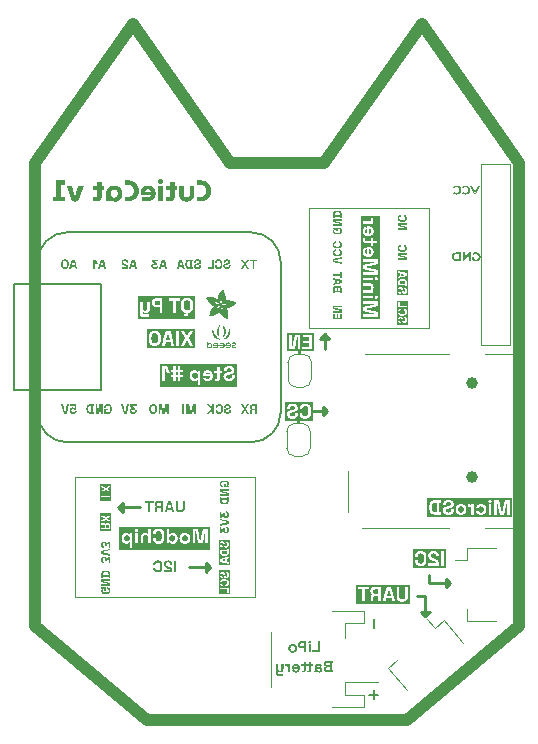
<source format=gbo>
G04 #@! TF.GenerationSoftware,KiCad,Pcbnew,7.0.7-7.0.7~ubuntu22.04.1*
G04 #@! TF.CreationDate,2025-01-16T16:21:51-05:00*
G04 #@! TF.ProjectId,CutieCat,43757469-6543-4617-942e-6b696361645f,rev?*
G04 #@! TF.SameCoordinates,Original*
G04 #@! TF.FileFunction,Legend,Bot*
G04 #@! TF.FilePolarity,Positive*
%FSLAX46Y46*%
G04 Gerber Fmt 4.6, Leading zero omitted, Abs format (unit mm)*
G04 Created by KiCad (PCBNEW 7.0.7-7.0.7~ubuntu22.04.1) date 2025-01-16 16:21:51*
%MOMM*%
%LPD*%
G01*
G04 APERTURE LIST*
%ADD10C,0.250000*%
%ADD11C,1.000000*%
%ADD12C,0.200000*%
%ADD13C,0.187500*%
%ADD14C,0.160000*%
%ADD15C,0.150000*%
%ADD16C,0.120000*%
%ADD17C,1.000000*%
G04 #@! TA.AperFunction,Profile*
%ADD18C,0.200000*%
G04 #@! TD*
G04 APERTURE END LIST*
D10*
X1879600Y2704200D02*
X1879600Y2489200D01*
D11*
X11000000Y-28594600D02*
X-11000000Y-28594600D01*
D10*
X3648200Y3708400D02*
X4378200Y3708400D01*
X14250000Y-16605000D02*
X14620000Y-16965000D01*
D11*
X-20500000Y18623200D02*
X-20500000Y-20623200D01*
X20500000Y-20623200D02*
X11000000Y-28594600D01*
D10*
X12170000Y-19410000D02*
X12900000Y-19410000D01*
X1780000Y-3145000D02*
X1780000Y-3360000D01*
X12810000Y-16295000D02*
X12810000Y-16965000D01*
D11*
X20500000Y18623200D02*
X20500000Y-20623200D01*
D10*
X14250000Y-16605000D02*
X14250000Y-17335000D01*
X3885000Y-2035000D02*
X3885000Y-2765000D01*
X12810000Y-16965000D02*
X14620000Y-16965000D01*
X3885000Y-2035000D02*
X4255000Y-2395000D01*
D11*
X4000000Y18623200D02*
X12250000Y30405400D01*
X-20500000Y18623200D02*
X-12250000Y30405400D01*
D10*
X4008200Y4078400D02*
X4378200Y3708400D01*
X12530000Y-18060000D02*
X12530000Y-19780000D01*
X4255000Y-2395000D02*
X3885000Y-2765000D01*
X12530000Y-19780000D02*
X12900000Y-19410000D01*
X12170000Y-19410000D02*
X12530000Y-19780000D01*
X4008200Y2878400D02*
X4008200Y4078400D01*
X11860000Y-18060000D02*
X12530000Y-18060000D01*
D11*
X-12250000Y30405400D02*
X-4000000Y18623200D01*
D10*
X14620000Y-16965000D02*
X14250000Y-17335000D01*
D11*
X-4000000Y18623200D02*
X4000000Y18623200D01*
X-11000000Y-28594600D02*
X-20500000Y-20623200D01*
D10*
X3648200Y3708400D02*
X4008200Y4078400D01*
D11*
X12250000Y30405400D02*
X20500000Y18623200D01*
D10*
X3055000Y-2395000D02*
X4255000Y-2395000D01*
G36*
X3040948Y-3236745D02*
G01*
X641020Y-3236745D01*
X641020Y-2680208D01*
X819591Y-2680208D01*
X819813Y-2694108D01*
X820479Y-2707795D01*
X821588Y-2721270D01*
X823140Y-2734533D01*
X825137Y-2747583D01*
X827577Y-2760422D01*
X830461Y-2773048D01*
X833788Y-2785461D01*
X837559Y-2797663D01*
X841773Y-2809652D01*
X846432Y-2821429D01*
X851534Y-2832993D01*
X857079Y-2844346D01*
X863068Y-2855486D01*
X869501Y-2866413D01*
X876378Y-2877129D01*
X883662Y-2887595D01*
X891319Y-2897775D01*
X899347Y-2907669D01*
X907748Y-2917276D01*
X916520Y-2926597D01*
X925665Y-2935633D01*
X935182Y-2944381D01*
X945071Y-2952844D01*
X955332Y-2961020D01*
X965965Y-2968911D01*
X976970Y-2976515D01*
X988348Y-2983832D01*
X1000097Y-2990864D01*
X1012219Y-2997609D01*
X1024712Y-3004068D01*
X1037578Y-3010241D01*
X1050738Y-3016045D01*
X1064192Y-3021475D01*
X1077939Y-3026531D01*
X1091979Y-3031212D01*
X1106313Y-3035518D01*
X1120940Y-3039450D01*
X1135861Y-3043008D01*
X1151075Y-3046191D01*
X1166582Y-3048999D01*
X1182383Y-3051433D01*
X1198477Y-3053493D01*
X1214864Y-3055178D01*
X1231545Y-3056489D01*
X1248519Y-3057425D01*
X1265786Y-3057987D01*
X1283347Y-3058174D01*
X1300926Y-3057976D01*
X1318247Y-3057382D01*
X1335311Y-3056392D01*
X1352117Y-3055006D01*
X1368665Y-3053225D01*
X1384956Y-3051047D01*
X1400989Y-3048473D01*
X1416765Y-3045504D01*
X1432283Y-3042138D01*
X1447543Y-3038377D01*
X1462546Y-3034219D01*
X1477291Y-3029666D01*
X1491779Y-3024717D01*
X1506009Y-3019372D01*
X1519981Y-3013630D01*
X1533696Y-3007493D01*
X1547060Y-3000988D01*
X1560057Y-2994141D01*
X1572687Y-2986953D01*
X1584949Y-2979425D01*
X1596844Y-2971555D01*
X1608372Y-2963344D01*
X1619532Y-2954792D01*
X1630325Y-2945898D01*
X1640751Y-2936664D01*
X1650809Y-2927089D01*
X1660500Y-2917172D01*
X1669824Y-2906915D01*
X1678780Y-2896316D01*
X1687369Y-2885377D01*
X1695591Y-2874096D01*
X1703445Y-2862474D01*
X1710839Y-2850493D01*
X1717756Y-2838212D01*
X1724196Y-2825630D01*
X1730159Y-2812748D01*
X1735645Y-2799565D01*
X1740654Y-2786082D01*
X1745186Y-2772298D01*
X1749241Y-2758213D01*
X1752818Y-2743828D01*
X1755919Y-2729142D01*
X1758543Y-2714156D01*
X1760689Y-2698870D01*
X1762359Y-2683282D01*
X1763552Y-2667395D01*
X1764267Y-2651207D01*
X1764506Y-2634718D01*
X1764506Y-2596250D01*
X1896397Y-2596250D01*
X1896518Y-2609612D01*
X1896880Y-2622795D01*
X1897484Y-2635799D01*
X1898329Y-2648623D01*
X1899416Y-2661268D01*
X1900744Y-2673733D01*
X1902314Y-2686019D01*
X1904125Y-2698125D01*
X1908472Y-2721800D01*
X1913785Y-2744756D01*
X1920064Y-2766994D01*
X1927309Y-2788514D01*
X1935520Y-2809317D01*
X1944697Y-2829401D01*
X1954840Y-2848768D01*
X1965949Y-2867416D01*
X1978024Y-2885347D01*
X1991065Y-2902560D01*
X2005072Y-2919054D01*
X2020045Y-2934831D01*
X2035862Y-2949767D01*
X2052479Y-2963740D01*
X2069894Y-2976748D01*
X2088108Y-2988794D01*
X2107122Y-2999875D01*
X2126934Y-3009993D01*
X2147546Y-3019147D01*
X2168957Y-3027338D01*
X2191166Y-3034565D01*
X2214175Y-3040829D01*
X2237983Y-3046129D01*
X2250186Y-3048417D01*
X2262589Y-3050465D01*
X2275192Y-3052272D01*
X2287995Y-3053838D01*
X2300998Y-3055162D01*
X2314200Y-3056247D01*
X2327602Y-3057090D01*
X2341204Y-3057692D01*
X2355005Y-3058053D01*
X2369007Y-3058174D01*
X2383130Y-3058050D01*
X2397070Y-3057679D01*
X2410825Y-3057060D01*
X2424396Y-3056194D01*
X2437782Y-3055080D01*
X2450984Y-3053719D01*
X2464002Y-3052111D01*
X2476836Y-3050255D01*
X2489486Y-3048152D01*
X2501951Y-3045801D01*
X2514232Y-3043202D01*
X2526329Y-3040356D01*
X2538241Y-3037263D01*
X2561514Y-3030334D01*
X2584049Y-3022415D01*
X2605847Y-3013507D01*
X2626908Y-3003608D01*
X2647232Y-2992720D01*
X2666819Y-2980842D01*
X2685670Y-2967974D01*
X2703783Y-2954116D01*
X2721159Y-2939268D01*
X2729570Y-2931473D01*
X2745652Y-2915170D01*
X2760697Y-2898013D01*
X2774704Y-2880003D01*
X2787673Y-2861139D01*
X2799605Y-2841420D01*
X2810500Y-2820848D01*
X2820356Y-2799422D01*
X2829176Y-2777142D01*
X2836957Y-2754008D01*
X2840459Y-2742121D01*
X2843701Y-2730020D01*
X2846684Y-2717706D01*
X2849408Y-2705178D01*
X2851872Y-2692437D01*
X2854077Y-2679483D01*
X2856022Y-2666315D01*
X2857708Y-2652933D01*
X2859135Y-2639338D01*
X2860302Y-2625530D01*
X2861210Y-2611508D01*
X2861859Y-2597273D01*
X2862248Y-2582824D01*
X2862377Y-2568162D01*
X2862377Y-2274154D01*
X2862248Y-2259492D01*
X2861859Y-2245044D01*
X2861210Y-2230810D01*
X2860302Y-2216791D01*
X2859135Y-2202985D01*
X2857708Y-2189393D01*
X2856022Y-2176016D01*
X2854077Y-2162852D01*
X2851872Y-2149903D01*
X2849408Y-2137167D01*
X2846684Y-2124646D01*
X2843701Y-2112339D01*
X2840459Y-2100245D01*
X2836957Y-2088366D01*
X2833196Y-2076701D01*
X2824896Y-2054013D01*
X2815558Y-2032182D01*
X2805182Y-2011206D01*
X2793769Y-1991087D01*
X2781318Y-1971825D01*
X2767830Y-1953418D01*
X2753304Y-1935868D01*
X2737741Y-1919174D01*
X2729570Y-1911148D01*
X2712563Y-1895769D01*
X2694818Y-1881381D01*
X2676337Y-1867986D01*
X2657118Y-1855583D01*
X2637162Y-1844172D01*
X2616470Y-1833754D01*
X2595040Y-1824328D01*
X2572873Y-1815894D01*
X2549970Y-1808452D01*
X2526329Y-1802002D01*
X2514232Y-1799150D01*
X2501951Y-1796545D01*
X2489486Y-1794188D01*
X2476836Y-1792080D01*
X2464002Y-1790219D01*
X2450984Y-1788607D01*
X2437782Y-1787243D01*
X2424396Y-1786127D01*
X2410825Y-1785258D01*
X2397070Y-1784638D01*
X2383130Y-1784266D01*
X2369007Y-1784142D01*
X2355005Y-1784263D01*
X2341204Y-1784625D01*
X2327602Y-1785229D01*
X2314200Y-1786074D01*
X2300998Y-1787161D01*
X2287995Y-1788489D01*
X2275192Y-1790059D01*
X2262589Y-1791870D01*
X2250186Y-1793923D01*
X2237983Y-1796217D01*
X2225979Y-1798753D01*
X2202571Y-1804549D01*
X2179962Y-1811311D01*
X2158151Y-1819039D01*
X2137140Y-1827733D01*
X2116928Y-1837393D01*
X2097515Y-1848019D01*
X2078901Y-1859611D01*
X2061086Y-1872169D01*
X2044071Y-1885693D01*
X2027854Y-1900183D01*
X2020045Y-1907790D01*
X2005072Y-1923567D01*
X1991065Y-1940062D01*
X1978024Y-1957274D01*
X1965949Y-1975205D01*
X1954840Y-1993853D01*
X1944697Y-2013220D01*
X1935520Y-2033304D01*
X1927309Y-2054107D01*
X1920064Y-2075627D01*
X1913785Y-2097865D01*
X1908472Y-2120821D01*
X1904125Y-2144496D01*
X1902314Y-2156602D01*
X1900744Y-2168888D01*
X1899416Y-2181353D01*
X1898329Y-2193998D01*
X1897484Y-2206822D01*
X1896880Y-2219826D01*
X1896518Y-2233009D01*
X1896397Y-2246372D01*
X1896397Y-2256752D01*
X2123848Y-2256752D01*
X2123848Y-2239350D01*
X2124084Y-2225915D01*
X2124793Y-2212783D01*
X2125973Y-2199955D01*
X2127626Y-2187429D01*
X2129751Y-2175206D01*
X2133825Y-2157440D01*
X2138961Y-2140355D01*
X2145159Y-2123952D01*
X2152420Y-2108230D01*
X2160744Y-2093190D01*
X2170130Y-2078832D01*
X2180579Y-2065155D01*
X2184298Y-2060747D01*
X2196193Y-2048253D01*
X2209210Y-2036987D01*
X2223349Y-2026950D01*
X2238609Y-2018143D01*
X2254991Y-2010564D01*
X2266535Y-2006195D01*
X2278578Y-2002371D01*
X2291119Y-1999094D01*
X2304159Y-1996363D01*
X2317697Y-1994178D01*
X2331734Y-1992539D01*
X2346269Y-1991447D01*
X2361303Y-1990901D01*
X2369007Y-1990833D01*
X2384106Y-1991127D01*
X2398798Y-1992011D01*
X2413081Y-1993484D01*
X2426957Y-1995546D01*
X2440425Y-1998197D01*
X2453485Y-2001437D01*
X2466137Y-2005266D01*
X2478382Y-2009685D01*
X2490218Y-2014693D01*
X2501647Y-2020290D01*
X2512668Y-2026476D01*
X2523281Y-2033251D01*
X2533486Y-2040615D01*
X2543283Y-2048568D01*
X2552672Y-2057111D01*
X2561653Y-2066243D01*
X2570120Y-2075843D01*
X2578040Y-2085868D01*
X2585413Y-2096317D01*
X2592241Y-2107191D01*
X2598522Y-2118490D01*
X2604258Y-2130213D01*
X2609446Y-2142361D01*
X2614089Y-2154933D01*
X2618186Y-2167930D01*
X2621736Y-2181352D01*
X2624740Y-2195197D01*
X2627198Y-2209468D01*
X2629110Y-2224163D01*
X2630475Y-2239283D01*
X2631295Y-2254827D01*
X2631568Y-2270796D01*
X2631568Y-2571825D01*
X2631295Y-2587577D01*
X2630475Y-2602928D01*
X2629110Y-2617878D01*
X2627198Y-2632428D01*
X2624740Y-2646577D01*
X2621736Y-2660325D01*
X2618186Y-2673673D01*
X2614089Y-2686619D01*
X2609446Y-2699165D01*
X2604258Y-2711311D01*
X2598522Y-2723055D01*
X2592241Y-2734399D01*
X2585413Y-2745343D01*
X2578040Y-2755885D01*
X2570120Y-2766027D01*
X2561653Y-2775768D01*
X2552672Y-2784974D01*
X2543283Y-2793585D01*
X2533486Y-2801603D01*
X2523281Y-2809027D01*
X2512668Y-2815857D01*
X2501647Y-2822093D01*
X2490218Y-2827735D01*
X2478382Y-2832783D01*
X2466137Y-2837238D01*
X2453485Y-2841098D01*
X2440425Y-2844365D01*
X2426957Y-2847037D01*
X2413081Y-2849116D01*
X2398798Y-2850601D01*
X2384106Y-2851492D01*
X2369007Y-2851789D01*
X2353724Y-2851512D01*
X2338939Y-2850682D01*
X2324653Y-2849298D01*
X2310866Y-2847362D01*
X2297577Y-2844872D01*
X2284786Y-2841828D01*
X2272494Y-2838231D01*
X2260700Y-2834081D01*
X2249405Y-2829377D01*
X2233397Y-2821284D01*
X2218511Y-2811946D01*
X2204747Y-2801363D01*
X2192104Y-2789535D01*
X2184298Y-2780958D01*
X2173495Y-2767361D01*
X2163755Y-2753130D01*
X2155077Y-2738266D01*
X2147461Y-2722769D01*
X2140909Y-2706639D01*
X2135419Y-2689875D01*
X2130991Y-2672478D01*
X2127626Y-2654448D01*
X2125973Y-2642076D01*
X2124793Y-2629423D01*
X2124084Y-2616488D01*
X2123848Y-2603271D01*
X2123848Y-2571825D01*
X1896397Y-2571825D01*
X1896397Y-2596250D01*
X1764506Y-2596250D01*
X1764506Y-2585869D01*
X1537055Y-2585869D01*
X1537055Y-2634718D01*
X1536789Y-2648280D01*
X1535991Y-2661413D01*
X1534661Y-2674116D01*
X1532799Y-2686390D01*
X1529010Y-2703997D01*
X1524023Y-2720637D01*
X1517840Y-2736311D01*
X1510460Y-2751019D01*
X1501883Y-2764762D01*
X1492109Y-2777538D01*
X1481139Y-2789348D01*
X1468972Y-2800192D01*
X1455720Y-2810013D01*
X1441609Y-2818868D01*
X1426640Y-2826757D01*
X1410812Y-2833680D01*
X1394125Y-2839637D01*
X1376579Y-2844628D01*
X1364405Y-2847419D01*
X1351850Y-2849780D01*
X1338913Y-2851712D01*
X1325594Y-2853215D01*
X1311893Y-2854288D01*
X1297811Y-2854932D01*
X1283347Y-2855147D01*
X1268700Y-2854963D01*
X1254525Y-2854412D01*
X1240822Y-2853494D01*
X1227591Y-2852208D01*
X1214833Y-2850555D01*
X1202547Y-2848535D01*
X1185003Y-2844816D01*
X1168522Y-2840271D01*
X1153104Y-2834898D01*
X1138748Y-2828700D01*
X1125455Y-2821675D01*
X1113224Y-2813824D01*
X1105661Y-2808130D01*
X1095185Y-2799027D01*
X1085740Y-2789461D01*
X1077325Y-2779435D01*
X1069940Y-2768946D01*
X1063586Y-2757997D01*
X1058262Y-2746585D01*
X1053969Y-2734712D01*
X1050706Y-2722378D01*
X1048474Y-2709582D01*
X1047271Y-2696325D01*
X1047042Y-2687230D01*
X1047496Y-2674860D01*
X1049337Y-2660244D01*
X1052594Y-2646566D01*
X1057267Y-2633828D01*
X1063357Y-2622029D01*
X1070863Y-2611169D01*
X1076046Y-2605103D01*
X1085663Y-2595472D01*
X1096577Y-2586421D01*
X1108787Y-2577952D01*
X1119490Y-2571596D01*
X1131022Y-2565612D01*
X1143384Y-2559999D01*
X1156577Y-2554759D01*
X1160005Y-2553507D01*
X1174115Y-2548508D01*
X1188970Y-2543585D01*
X1204570Y-2538738D01*
X1216757Y-2535153D01*
X1229364Y-2531611D01*
X1242388Y-2528112D01*
X1255832Y-2524656D01*
X1269694Y-2521243D01*
X1283975Y-2517872D01*
X1293728Y-2515649D01*
X1334028Y-2507101D01*
X1349648Y-2503533D01*
X1364987Y-2499850D01*
X1380045Y-2496053D01*
X1394821Y-2492141D01*
X1409316Y-2488115D01*
X1423529Y-2483974D01*
X1437461Y-2479719D01*
X1451112Y-2475349D01*
X1464481Y-2470865D01*
X1477568Y-2466267D01*
X1490374Y-2461553D01*
X1502899Y-2456726D01*
X1515142Y-2451784D01*
X1527104Y-2446727D01*
X1538784Y-2441556D01*
X1550183Y-2436270D01*
X1561277Y-2430785D01*
X1577307Y-2422162D01*
X1592601Y-2413067D01*
X1607160Y-2403500D01*
X1620983Y-2393461D01*
X1634072Y-2382950D01*
X1646425Y-2371966D01*
X1658043Y-2360510D01*
X1668925Y-2348582D01*
X1679073Y-2336181D01*
X1688485Y-2323308D01*
X1697051Y-2309829D01*
X1704775Y-2295609D01*
X1711656Y-2280649D01*
X1717694Y-2264947D01*
X1722890Y-2248506D01*
X1727243Y-2231323D01*
X1730754Y-2213401D01*
X1732626Y-2201041D01*
X1734124Y-2188351D01*
X1735248Y-2175333D01*
X1735997Y-2161986D01*
X1736371Y-2148309D01*
X1736418Y-2141347D01*
X1736210Y-2127468D01*
X1735588Y-2113841D01*
X1734550Y-2100468D01*
X1733098Y-2087347D01*
X1731230Y-2074479D01*
X1728947Y-2061863D01*
X1726250Y-2049501D01*
X1723137Y-2037391D01*
X1719609Y-2025535D01*
X1715667Y-2013931D01*
X1708975Y-1996999D01*
X1701348Y-1980636D01*
X1692789Y-1964842D01*
X1683295Y-1949617D01*
X1672894Y-1935000D01*
X1661725Y-1921034D01*
X1649788Y-1907716D01*
X1637084Y-1895048D01*
X1623613Y-1883030D01*
X1609375Y-1871660D01*
X1599456Y-1864442D01*
X1589196Y-1857511D01*
X1578595Y-1850870D01*
X1567653Y-1844517D01*
X1556370Y-1838453D01*
X1544746Y-1832677D01*
X1532780Y-1827190D01*
X1520475Y-1821977D01*
X1507908Y-1817101D01*
X1495078Y-1812560D01*
X1481985Y-1808356D01*
X1468631Y-1804489D01*
X1455014Y-1800958D01*
X1441134Y-1797763D01*
X1426993Y-1794904D01*
X1412589Y-1792382D01*
X1397922Y-1790196D01*
X1382993Y-1788346D01*
X1367802Y-1786833D01*
X1352348Y-1785655D01*
X1336632Y-1784815D01*
X1320654Y-1784310D01*
X1304413Y-1784142D01*
X1288117Y-1784317D01*
X1272046Y-1784843D01*
X1256203Y-1785720D01*
X1240586Y-1786947D01*
X1225195Y-1788525D01*
X1210032Y-1790453D01*
X1195094Y-1792732D01*
X1180384Y-1795362D01*
X1165900Y-1798342D01*
X1151642Y-1801673D01*
X1137611Y-1805355D01*
X1123807Y-1809387D01*
X1110230Y-1813770D01*
X1096878Y-1818503D01*
X1083754Y-1823587D01*
X1070856Y-1829022D01*
X1058205Y-1834765D01*
X1045898Y-1840852D01*
X1033933Y-1847283D01*
X1022313Y-1854057D01*
X1011036Y-1861174D01*
X1000102Y-1868635D01*
X989512Y-1876439D01*
X979265Y-1884587D01*
X969362Y-1893078D01*
X959802Y-1901913D01*
X950586Y-1911091D01*
X941713Y-1920613D01*
X933183Y-1930478D01*
X924997Y-1940686D01*
X917155Y-1951238D01*
X909656Y-1962134D01*
X902558Y-1973337D01*
X895917Y-1984889D01*
X889735Y-1996788D01*
X884010Y-2009036D01*
X878744Y-2021632D01*
X873935Y-2034577D01*
X869585Y-2047869D01*
X865692Y-2061510D01*
X862257Y-2075499D01*
X859281Y-2089837D01*
X856762Y-2104522D01*
X854701Y-2119556D01*
X853098Y-2134938D01*
X851953Y-2150668D01*
X851267Y-2166747D01*
X851038Y-2183174D01*
X851038Y-2235686D01*
X1078489Y-2235686D01*
X1078489Y-2183174D01*
X1078728Y-2170304D01*
X1079444Y-2157911D01*
X1081142Y-2142131D01*
X1083690Y-2127199D01*
X1087086Y-2113117D01*
X1091332Y-2099884D01*
X1096426Y-2087500D01*
X1102370Y-2075966D01*
X1105661Y-2070517D01*
X1112821Y-2060113D01*
X1120716Y-2050424D01*
X1129346Y-2041451D01*
X1138710Y-2033193D01*
X1148809Y-2025651D01*
X1159642Y-2018825D01*
X1171210Y-2012714D01*
X1183513Y-2007319D01*
X1196489Y-2002596D01*
X1210075Y-1998503D01*
X1224271Y-1995040D01*
X1239078Y-1992206D01*
X1254496Y-1990002D01*
X1270525Y-1988428D01*
X1282947Y-1987661D01*
X1295712Y-1987248D01*
X1304413Y-1987169D01*
X1317326Y-1987323D01*
X1329806Y-1987784D01*
X1347717Y-1989053D01*
X1364657Y-1991015D01*
X1380626Y-1993669D01*
X1395623Y-1997015D01*
X1409649Y-2001053D01*
X1422703Y-2005784D01*
X1434786Y-2011207D01*
X1445898Y-2017322D01*
X1456038Y-2024130D01*
X1459202Y-2026553D01*
X1470866Y-2036852D01*
X1480974Y-2048058D01*
X1489527Y-2060170D01*
X1496526Y-2073188D01*
X1501969Y-2087113D01*
X1505856Y-2101944D01*
X1508189Y-2117681D01*
X1508918Y-2130079D01*
X1508967Y-2134325D01*
X1508393Y-2148198D01*
X1506671Y-2161385D01*
X1503801Y-2173886D01*
X1499784Y-2185702D01*
X1494618Y-2196832D01*
X1486905Y-2209283D01*
X1485458Y-2211262D01*
X1477450Y-2220835D01*
X1468309Y-2229902D01*
X1458035Y-2238462D01*
X1446628Y-2246515D01*
X1434087Y-2254061D01*
X1423240Y-2259733D01*
X1414628Y-2263774D01*
X1402387Y-2268955D01*
X1389326Y-2273963D01*
X1375444Y-2278801D01*
X1360742Y-2283466D01*
X1345219Y-2287960D01*
X1333039Y-2291217D01*
X1320396Y-2294378D01*
X1307293Y-2297443D01*
X1293728Y-2300410D01*
X1253428Y-2309264D01*
X1237151Y-2312836D01*
X1221142Y-2316529D01*
X1205400Y-2320345D01*
X1189924Y-2324281D01*
X1174717Y-2328340D01*
X1159776Y-2332520D01*
X1145102Y-2336821D01*
X1130696Y-2341245D01*
X1116556Y-2345790D01*
X1102684Y-2350456D01*
X1089079Y-2355245D01*
X1075741Y-2360154D01*
X1062670Y-2365186D01*
X1049866Y-2370339D01*
X1037330Y-2375614D01*
X1025061Y-2381010D01*
X1013093Y-2386578D01*
X1001462Y-2392364D01*
X990167Y-2398370D01*
X979208Y-2404595D01*
X968585Y-2411040D01*
X958299Y-2417704D01*
X943501Y-2428112D01*
X929459Y-2439013D01*
X916174Y-2450409D01*
X903645Y-2462298D01*
X891873Y-2474680D01*
X880858Y-2487557D01*
X873935Y-2496415D01*
X864223Y-2510222D01*
X855467Y-2524737D01*
X847665Y-2539960D01*
X840819Y-2555892D01*
X834929Y-2572532D01*
X829993Y-2589881D01*
X827233Y-2601840D01*
X824898Y-2614115D01*
X822988Y-2626704D01*
X821502Y-2639607D01*
X820440Y-2652826D01*
X819804Y-2666360D01*
X819591Y-2680208D01*
X641020Y-2680208D01*
X641020Y-1605571D01*
X3040948Y-1605571D01*
X3040948Y-3236745D01*
G37*
D12*
G36*
X-6519846Y15361000D02*
G01*
X-6492923Y15361262D01*
X-6466341Y15362051D01*
X-6440098Y15363364D01*
X-6414196Y15365204D01*
X-6388633Y15367568D01*
X-6363411Y15370459D01*
X-6338528Y15373874D01*
X-6313986Y15377816D01*
X-6289784Y15382282D01*
X-6265921Y15387275D01*
X-6242399Y15392792D01*
X-6219217Y15398836D01*
X-6196374Y15405405D01*
X-6173872Y15412499D01*
X-6151710Y15420119D01*
X-6129888Y15428264D01*
X-6108437Y15436878D01*
X-6087387Y15445904D01*
X-6066740Y15455343D01*
X-6046494Y15465193D01*
X-6026650Y15475456D01*
X-6007208Y15486131D01*
X-5988168Y15497218D01*
X-5969530Y15508718D01*
X-5951294Y15520629D01*
X-5933459Y15532953D01*
X-5916027Y15545688D01*
X-5898996Y15558836D01*
X-5882367Y15572396D01*
X-5866140Y15586368D01*
X-5850315Y15600753D01*
X-5834891Y15615549D01*
X-5819889Y15630710D01*
X-5805326Y15646187D01*
X-5791202Y15661979D01*
X-5777519Y15678088D01*
X-5764275Y15694512D01*
X-5751470Y15711253D01*
X-5739105Y15728309D01*
X-5727180Y15745682D01*
X-5715695Y15763371D01*
X-5704649Y15781375D01*
X-5694043Y15799696D01*
X-5683876Y15818332D01*
X-5674149Y15837285D01*
X-5664862Y15856553D01*
X-5656014Y15876137D01*
X-5647606Y15896038D01*
X-5639674Y15916198D01*
X-5632253Y15936560D01*
X-5625344Y15957125D01*
X-5618947Y15977893D01*
X-5613062Y15998863D01*
X-5607688Y16020036D01*
X-5602826Y16041412D01*
X-5598476Y16062990D01*
X-5594638Y16084771D01*
X-5591312Y16106755D01*
X-5588497Y16128941D01*
X-5586194Y16151330D01*
X-5584403Y16173921D01*
X-5583124Y16196715D01*
X-5582356Y16219712D01*
X-5582100Y16242912D01*
X-5582356Y16266111D01*
X-5583124Y16289108D01*
X-5584403Y16311902D01*
X-5586194Y16334493D01*
X-5588497Y16356882D01*
X-5591312Y16379069D01*
X-5594638Y16401052D01*
X-5598476Y16422833D01*
X-5602826Y16444411D01*
X-5607688Y16465787D01*
X-5613062Y16486960D01*
X-5618947Y16507930D01*
X-5625344Y16528698D01*
X-5632253Y16549263D01*
X-5639674Y16569625D01*
X-5647606Y16589785D01*
X-5656016Y16609686D01*
X-5664869Y16629270D01*
X-5674164Y16648539D01*
X-5683903Y16667491D01*
X-5694086Y16686128D01*
X-5704711Y16704448D01*
X-5715779Y16722453D01*
X-5727290Y16740141D01*
X-5739245Y16757514D01*
X-5751642Y16774570D01*
X-5764482Y16791311D01*
X-5777766Y16807735D01*
X-5791493Y16823844D01*
X-5805662Y16839637D01*
X-5820275Y16855113D01*
X-5835331Y16870274D01*
X-5850806Y16885122D01*
X-5866676Y16899551D01*
X-5882941Y16913561D01*
X-5899600Y16927152D01*
X-5916655Y16940324D01*
X-5934105Y16953077D01*
X-5951950Y16965411D01*
X-5970190Y16977325D01*
X-5988824Y16988821D01*
X-6007854Y16999898D01*
X-6027279Y17010556D01*
X-6047099Y17020795D01*
X-6067313Y17030614D01*
X-6087923Y17040015D01*
X-6108928Y17048997D01*
X-6130327Y17057559D01*
X-6152096Y17065704D01*
X-6174209Y17073324D01*
X-6196665Y17080419D01*
X-6219464Y17086987D01*
X-6242607Y17093031D01*
X-6266093Y17098548D01*
X-6289923Y17103541D01*
X-6314096Y17108008D01*
X-6338612Y17111949D01*
X-6363473Y17115365D01*
X-6388676Y17118255D01*
X-6414223Y17120620D01*
X-6440114Y17122459D01*
X-6466348Y17123773D01*
X-6492925Y17124561D01*
X-6519846Y17124824D01*
X-6791981Y17124824D01*
X-6791981Y16771355D01*
X-6530397Y16771355D01*
X-6508255Y16771000D01*
X-6486507Y16769933D01*
X-6465154Y16768156D01*
X-6444194Y16765668D01*
X-6423629Y16762468D01*
X-6403457Y16758558D01*
X-6383680Y16753936D01*
X-6364297Y16748604D01*
X-6345308Y16742561D01*
X-6326713Y16735807D01*
X-6314535Y16730909D01*
X-6296722Y16723125D01*
X-6279389Y16714778D01*
X-6262534Y16705866D01*
X-6246158Y16696390D01*
X-6230262Y16686350D01*
X-6214844Y16675746D01*
X-6199906Y16664578D01*
X-6185447Y16652846D01*
X-6171467Y16640549D01*
X-6157966Y16627689D01*
X-6149232Y16618801D01*
X-6136576Y16605152D01*
X-6124492Y16591078D01*
X-6112980Y16576579D01*
X-6102040Y16561655D01*
X-6091671Y16546306D01*
X-6081875Y16530532D01*
X-6072650Y16514333D01*
X-6063997Y16497709D01*
X-6055916Y16480660D01*
X-6048407Y16463185D01*
X-6043719Y16451300D01*
X-6037198Y16433183D01*
X-6031318Y16414772D01*
X-6026080Y16396068D01*
X-6021483Y16377070D01*
X-6017528Y16357778D01*
X-6014213Y16338193D01*
X-6011541Y16318314D01*
X-6009510Y16298141D01*
X-6008120Y16277675D01*
X-6007372Y16256915D01*
X-6007229Y16242912D01*
X-6007550Y16221948D01*
X-6008512Y16201263D01*
X-6010115Y16180856D01*
X-6012360Y16160727D01*
X-6015247Y16140876D01*
X-6018775Y16121304D01*
X-6022944Y16102010D01*
X-6027755Y16082994D01*
X-6033207Y16064256D01*
X-6039300Y16045796D01*
X-6043719Y16033644D01*
X-6050847Y16015812D01*
X-6058546Y15998420D01*
X-6066818Y15981469D01*
X-6075661Y15964958D01*
X-6085077Y15948888D01*
X-6095064Y15933258D01*
X-6105623Y15918068D01*
X-6116754Y15903319D01*
X-6128456Y15889011D01*
X-6140731Y15875143D01*
X-6149232Y15866143D01*
X-6162413Y15853138D01*
X-6176074Y15840666D01*
X-6190213Y15828727D01*
X-6204832Y15817322D01*
X-6219930Y15806450D01*
X-6235507Y15796111D01*
X-6251563Y15786306D01*
X-6268099Y15777034D01*
X-6285113Y15768295D01*
X-6302607Y15760089D01*
X-6314535Y15754914D01*
X-6332868Y15747686D01*
X-6351594Y15741169D01*
X-6370714Y15735363D01*
X-6390229Y15730267D01*
X-6410137Y15725883D01*
X-6430440Y15722209D01*
X-6451137Y15719247D01*
X-6472228Y15716996D01*
X-6493713Y15715455D01*
X-6515592Y15714626D01*
X-6530397Y15714468D01*
X-6791981Y15714468D01*
X-6791981Y15361000D01*
X-6519846Y15361000D01*
G37*
G36*
X-7669497Y15329785D02*
G01*
X-7644812Y15330089D01*
X-7620546Y15331001D01*
X-7596699Y15332521D01*
X-7573271Y15334649D01*
X-7550263Y15337384D01*
X-7527673Y15340728D01*
X-7505502Y15344680D01*
X-7483750Y15349239D01*
X-7462418Y15354407D01*
X-7441504Y15360182D01*
X-7421009Y15366565D01*
X-7400934Y15373557D01*
X-7381277Y15381156D01*
X-7362040Y15389363D01*
X-7343221Y15398178D01*
X-7324822Y15407601D01*
X-7306948Y15417538D01*
X-7289596Y15427893D01*
X-7272766Y15438668D01*
X-7256458Y15449861D01*
X-7240672Y15461474D01*
X-7225409Y15473505D01*
X-7210667Y15485956D01*
X-7196448Y15498826D01*
X-7182750Y15512114D01*
X-7169575Y15525822D01*
X-7156921Y15539949D01*
X-7144790Y15554495D01*
X-7133181Y15569460D01*
X-7122094Y15584843D01*
X-7111529Y15600646D01*
X-7101486Y15616868D01*
X-7092063Y15633420D01*
X-7083248Y15650212D01*
X-7075041Y15667245D01*
X-7067441Y15684517D01*
X-7060450Y15702031D01*
X-7054067Y15719785D01*
X-7048292Y15737779D01*
X-7043124Y15756013D01*
X-7038565Y15774489D01*
X-7034613Y15793204D01*
X-7031269Y15812160D01*
X-7028534Y15831356D01*
X-7026406Y15850793D01*
X-7024886Y15870470D01*
X-7023974Y15890388D01*
X-7023670Y15910546D01*
X-7023670Y16653093D01*
X-7414068Y16653093D01*
X-7414068Y15920658D01*
X-7414862Y15899884D01*
X-7417245Y15879605D01*
X-7421216Y15859819D01*
X-7426776Y15840527D01*
X-7433925Y15821728D01*
X-7442661Y15803424D01*
X-7446601Y15796240D01*
X-7457506Y15778938D01*
X-7469613Y15762752D01*
X-7482923Y15747683D01*
X-7497434Y15733729D01*
X-7513148Y15720892D01*
X-7530063Y15709171D01*
X-7537166Y15704796D01*
X-7555497Y15695043D01*
X-7574493Y15686944D01*
X-7594154Y15680498D01*
X-7614481Y15675704D01*
X-7635473Y15672564D01*
X-7657131Y15671076D01*
X-7665980Y15670944D01*
X-7683662Y15671473D01*
X-7705107Y15673621D01*
X-7725822Y15677423D01*
X-7745808Y15682878D01*
X-7765063Y15689985D01*
X-7783589Y15698746D01*
X-7794354Y15704796D01*
X-7811487Y15716070D01*
X-7827438Y15728461D01*
X-7842210Y15741967D01*
X-7855800Y15756590D01*
X-7868210Y15772330D01*
X-7879439Y15789185D01*
X-7883600Y15796240D01*
X-7893099Y15814347D01*
X-7900988Y15832948D01*
X-7907267Y15852043D01*
X-7911936Y15871631D01*
X-7914995Y15891713D01*
X-7916444Y15912289D01*
X-7916573Y15920658D01*
X-7916573Y16653093D01*
X-8307850Y16653093D01*
X-8307850Y15910546D01*
X-8307553Y15890388D01*
X-8306662Y15870470D01*
X-8305176Y15850793D01*
X-8303097Y15831356D01*
X-8300423Y15812160D01*
X-8297155Y15793204D01*
X-8293292Y15774489D01*
X-8288836Y15756013D01*
X-8283785Y15737779D01*
X-8278140Y15719785D01*
X-8271901Y15702031D01*
X-8265068Y15684517D01*
X-8257641Y15667245D01*
X-8249619Y15650212D01*
X-8241003Y15633420D01*
X-8231793Y15616868D01*
X-8222025Y15600646D01*
X-8211734Y15584843D01*
X-8200922Y15569460D01*
X-8189588Y15554495D01*
X-8177731Y15539949D01*
X-8165353Y15525822D01*
X-8152452Y15512114D01*
X-8139030Y15498826D01*
X-8125085Y15485956D01*
X-8110618Y15473505D01*
X-8095629Y15461474D01*
X-8080118Y15449861D01*
X-8064085Y15438668D01*
X-8047530Y15427893D01*
X-8030453Y15417538D01*
X-8012854Y15407601D01*
X-7994820Y15398178D01*
X-7976329Y15389363D01*
X-7957382Y15381156D01*
X-7937978Y15373557D01*
X-7918117Y15366565D01*
X-7897799Y15360182D01*
X-7877025Y15354407D01*
X-7855793Y15349239D01*
X-7834105Y15344680D01*
X-7811960Y15340728D01*
X-7789358Y15337384D01*
X-7766300Y15334649D01*
X-7742784Y15332521D01*
X-7718812Y15331001D01*
X-7694383Y15330089D01*
X-7669497Y15329785D01*
G37*
G36*
X-9071939Y15361000D02*
G01*
X-9049983Y15361396D01*
X-9028628Y15362586D01*
X-9007874Y15364570D01*
X-8987721Y15367347D01*
X-8968170Y15370917D01*
X-8949219Y15375281D01*
X-8930869Y15380438D01*
X-8913121Y15386389D01*
X-8895973Y15393133D01*
X-8879427Y15400670D01*
X-8863481Y15409001D01*
X-8848137Y15418125D01*
X-8833393Y15428042D01*
X-8819251Y15438753D01*
X-8805710Y15450258D01*
X-8792770Y15462556D01*
X-8780579Y15475589D01*
X-8769174Y15489188D01*
X-8758555Y15503354D01*
X-8748724Y15518087D01*
X-8739679Y15533387D01*
X-8731420Y15549253D01*
X-8723948Y15565687D01*
X-8717262Y15582687D01*
X-8711363Y15600253D01*
X-8706251Y15618386D01*
X-8701925Y15637086D01*
X-8698385Y15656353D01*
X-8695632Y15676187D01*
X-8693666Y15696587D01*
X-8692486Y15717554D01*
X-8692093Y15739087D01*
X-8692093Y16968752D01*
X-9083810Y16968752D01*
X-9083810Y15761069D01*
X-9085913Y15742969D01*
X-9093087Y15725041D01*
X-9104027Y15710547D01*
X-9105352Y15709192D01*
X-9119906Y15697832D01*
X-9136092Y15690679D01*
X-9153909Y15687734D01*
X-9157669Y15687650D01*
X-9439036Y15687650D01*
X-9439036Y15361000D01*
X-9071939Y15361000D01*
G37*
G36*
X-8480628Y16333916D02*
G01*
X-8480628Y16653093D01*
X-9439036Y16653093D01*
X-9439036Y16333916D01*
X-8480628Y16333916D01*
G37*
G36*
X-9677320Y15361000D02*
G01*
X-9677320Y16653093D01*
X-10070355Y16653093D01*
X-10070355Y15361000D01*
X-9677320Y15361000D01*
G37*
G36*
X-9874277Y16801251D02*
G01*
X-9851162Y16802315D01*
X-9828857Y16805510D01*
X-9807363Y16810833D01*
X-9786680Y16818287D01*
X-9766807Y16827869D01*
X-9747744Y16839582D01*
X-9729492Y16853423D01*
X-9716335Y16865202D01*
X-9712051Y16869394D01*
X-9699952Y16882470D01*
X-9685670Y16900578D01*
X-9673505Y16919455D01*
X-9663455Y16939101D01*
X-9655521Y16959517D01*
X-9649703Y16980702D01*
X-9646000Y17002656D01*
X-9644413Y17025380D01*
X-9644347Y17031181D01*
X-9645405Y17054303D01*
X-9648579Y17076628D01*
X-9653868Y17098157D01*
X-9661273Y17118889D01*
X-9670794Y17138823D01*
X-9682431Y17157961D01*
X-9696183Y17176302D01*
X-9707886Y17189535D01*
X-9712051Y17193847D01*
X-9725056Y17206103D01*
X-9743105Y17220570D01*
X-9761965Y17232894D01*
X-9781635Y17243074D01*
X-9802116Y17251111D01*
X-9823408Y17257005D01*
X-9845510Y17260756D01*
X-9868422Y17262363D01*
X-9874277Y17262430D01*
X-9897393Y17261358D01*
X-9919697Y17258144D01*
X-9941191Y17252786D01*
X-9961875Y17245284D01*
X-9981748Y17235640D01*
X-10000810Y17223852D01*
X-10019062Y17209921D01*
X-10032219Y17198066D01*
X-10036503Y17193847D01*
X-10048681Y17180763D01*
X-10063055Y17162621D01*
X-10075300Y17143683D01*
X-10085415Y17123947D01*
X-10093401Y17103415D01*
X-10099257Y17082085D01*
X-10102983Y17059959D01*
X-10104581Y17037036D01*
X-10104647Y17031181D01*
X-10103582Y17008265D01*
X-10100388Y16986118D01*
X-10095064Y16964741D01*
X-10087611Y16944133D01*
X-10078028Y16924294D01*
X-10066316Y16905225D01*
X-10052475Y16886925D01*
X-10040696Y16873705D01*
X-10036503Y16869394D01*
X-10023498Y16857216D01*
X-10005449Y16842842D01*
X-9986589Y16830598D01*
X-9966919Y16820483D01*
X-9946438Y16812497D01*
X-9925147Y16806641D01*
X-9903045Y16802914D01*
X-9880132Y16801317D01*
X-9874277Y16801251D01*
G37*
G36*
X-10926942Y16682672D02*
G01*
X-10904931Y16681724D01*
X-10883157Y16680144D01*
X-10861620Y16677933D01*
X-10840320Y16675089D01*
X-10819257Y16671613D01*
X-10798431Y16667505D01*
X-10777841Y16662765D01*
X-10757489Y16657393D01*
X-10737374Y16651389D01*
X-10717496Y16644754D01*
X-10697855Y16637486D01*
X-10678451Y16629586D01*
X-10659284Y16621054D01*
X-10640354Y16611891D01*
X-10621660Y16602095D01*
X-10603374Y16591709D01*
X-10585555Y16580773D01*
X-10568203Y16569287D01*
X-10551318Y16557252D01*
X-10534901Y16544668D01*
X-10518950Y16531533D01*
X-10503467Y16517850D01*
X-10488450Y16503616D01*
X-10473901Y16488834D01*
X-10459819Y16473501D01*
X-10446204Y16457619D01*
X-10433056Y16441188D01*
X-10420375Y16424207D01*
X-10408162Y16406676D01*
X-10396415Y16388596D01*
X-10385136Y16369967D01*
X-10374488Y16350822D01*
X-10364528Y16331196D01*
X-10355254Y16311090D01*
X-10346667Y16290502D01*
X-10338768Y16269434D01*
X-10331555Y16247885D01*
X-10325029Y16225855D01*
X-10319190Y16203344D01*
X-10314038Y16180353D01*
X-10309573Y16156880D01*
X-10305795Y16132927D01*
X-10302704Y16108493D01*
X-10300299Y16083577D01*
X-10298582Y16058182D01*
X-10297552Y16032305D01*
X-10297208Y16005947D01*
X-10297571Y15982325D01*
X-10298658Y15959050D01*
X-10300469Y15936122D01*
X-10303006Y15913541D01*
X-10306267Y15891307D01*
X-10310253Y15869419D01*
X-10314964Y15847879D01*
X-10320399Y15826685D01*
X-10326559Y15805838D01*
X-10333444Y15785339D01*
X-10341053Y15765186D01*
X-10349388Y15745380D01*
X-10358447Y15725921D01*
X-10368230Y15706808D01*
X-10378739Y15688043D01*
X-10389972Y15669625D01*
X-10401850Y15651684D01*
X-10414296Y15634241D01*
X-10427308Y15617296D01*
X-10440887Y15600849D01*
X-10455033Y15584900D01*
X-10469745Y15569449D01*
X-10485024Y15554497D01*
X-10500870Y15540042D01*
X-10517283Y15526085D01*
X-10534262Y15512626D01*
X-10551808Y15499666D01*
X-10569921Y15487203D01*
X-10588600Y15475238D01*
X-10607846Y15463772D01*
X-10627659Y15452803D01*
X-10648039Y15442332D01*
X-10668966Y15432483D01*
X-10690312Y15423270D01*
X-10712078Y15414692D01*
X-10734262Y15406749D01*
X-10756866Y15399442D01*
X-10779889Y15392770D01*
X-10803330Y15386734D01*
X-10827191Y15381333D01*
X-10851470Y15376567D01*
X-10876169Y15372437D01*
X-10901287Y15368942D01*
X-10926823Y15366083D01*
X-10952779Y15363859D01*
X-10979154Y15362270D01*
X-11005948Y15361317D01*
X-11033161Y15361000D01*
X-11416085Y15361000D01*
X-11416085Y15682814D01*
X-11022170Y15682814D01*
X-11006902Y15683003D01*
X-10987001Y15683845D01*
X-10967623Y15685359D01*
X-10948767Y15687547D01*
X-10930432Y15690408D01*
X-10912620Y15693943D01*
X-10895330Y15698150D01*
X-10874452Y15704356D01*
X-10866354Y15707193D01*
X-10846908Y15715067D01*
X-10828599Y15724057D01*
X-10811428Y15734164D01*
X-10795394Y15745387D01*
X-10780499Y15757726D01*
X-10766741Y15771181D01*
X-10761565Y15776924D01*
X-10749496Y15792002D01*
X-10738673Y15808110D01*
X-10729094Y15825249D01*
X-10720761Y15843419D01*
X-10713672Y15862619D01*
X-10707829Y15882849D01*
X-11554570Y15882849D01*
X-11557840Y15896890D01*
X-11560927Y15915248D01*
X-11563146Y15933843D01*
X-11564682Y15951872D01*
X-11566052Y15970388D01*
X-11567206Y15990261D01*
X-11567921Y16008760D01*
X-11568199Y16027929D01*
X-11567924Y16051398D01*
X-11567100Y16074544D01*
X-11565726Y16097368D01*
X-11563803Y16119868D01*
X-11563074Y16126408D01*
X-11189232Y16126408D01*
X-10698597Y16126408D01*
X-10701590Y16143925D01*
X-10705294Y16161194D01*
X-10709710Y16178216D01*
X-10715759Y16197763D01*
X-10722777Y16216973D01*
X-10727263Y16227696D01*
X-10736071Y16245701D01*
X-10746100Y16262738D01*
X-10757349Y16278808D01*
X-10769818Y16293909D01*
X-10781704Y16306125D01*
X-10796860Y16319165D01*
X-10813404Y16330901D01*
X-10828690Y16339922D01*
X-10844996Y16347985D01*
X-10853599Y16351599D01*
X-10871476Y16357761D01*
X-10890250Y16362501D01*
X-10909920Y16365818D01*
X-10930487Y16367714D01*
X-10948311Y16368208D01*
X-10956575Y16368104D01*
X-10975376Y16367049D01*
X-10993504Y16364858D01*
X-11010959Y16361531D01*
X-11030083Y16356338D01*
X-11048163Y16349798D01*
X-11065034Y16342050D01*
X-11080696Y16333092D01*
X-11095150Y16322926D01*
X-11106930Y16313272D01*
X-11121088Y16299625D01*
X-11132739Y16286326D01*
X-11143510Y16271928D01*
X-11153209Y16256540D01*
X-11161645Y16240274D01*
X-11168816Y16223128D01*
X-11174724Y16205103D01*
X-11176069Y16200468D01*
X-11180863Y16181550D01*
X-11184724Y16162027D01*
X-11187336Y16144449D01*
X-11189232Y16126408D01*
X-11563074Y16126408D01*
X-11561330Y16142046D01*
X-11558307Y16163901D01*
X-11554735Y16185432D01*
X-11550614Y16206642D01*
X-11545942Y16227528D01*
X-11540722Y16248091D01*
X-11534952Y16268332D01*
X-11528632Y16288249D01*
X-11521762Y16307844D01*
X-11514344Y16327116D01*
X-11506375Y16346065D01*
X-11497857Y16364691D01*
X-11488855Y16382963D01*
X-11479324Y16400741D01*
X-11469264Y16418025D01*
X-11458674Y16434813D01*
X-11447556Y16451107D01*
X-11435910Y16466907D01*
X-11423734Y16482212D01*
X-11411029Y16497022D01*
X-11397795Y16511338D01*
X-11384032Y16525159D01*
X-11369741Y16538485D01*
X-11354920Y16551317D01*
X-11339571Y16563654D01*
X-11323692Y16575497D01*
X-11307285Y16586845D01*
X-11290348Y16597699D01*
X-11272942Y16608027D01*
X-11255013Y16617688D01*
X-11236562Y16626684D01*
X-11217588Y16635013D01*
X-11198093Y16642676D01*
X-11178076Y16649672D01*
X-11157537Y16656002D01*
X-11136475Y16661666D01*
X-11114892Y16666663D01*
X-11092786Y16670994D01*
X-11070159Y16674659D01*
X-11047009Y16677658D01*
X-11023338Y16679990D01*
X-10999144Y16681656D01*
X-10974428Y16682655D01*
X-10949190Y16682988D01*
X-10926942Y16682672D01*
G37*
G36*
X-12657180Y15361000D02*
G01*
X-12630258Y15361262D01*
X-12603675Y15362051D01*
X-12577432Y15363364D01*
X-12551530Y15365204D01*
X-12525967Y15367568D01*
X-12500745Y15370459D01*
X-12475863Y15373874D01*
X-12451320Y15377816D01*
X-12427118Y15382282D01*
X-12403255Y15387275D01*
X-12379733Y15392792D01*
X-12356551Y15398836D01*
X-12333709Y15405405D01*
X-12311206Y15412499D01*
X-12289044Y15420119D01*
X-12267222Y15428264D01*
X-12245771Y15436878D01*
X-12224722Y15445904D01*
X-12204074Y15455343D01*
X-12183828Y15465193D01*
X-12163985Y15475456D01*
X-12144543Y15486131D01*
X-12125503Y15497218D01*
X-12106864Y15508718D01*
X-12088628Y15520629D01*
X-12070794Y15532953D01*
X-12053361Y15545688D01*
X-12036330Y15558836D01*
X-12019701Y15572396D01*
X-12003474Y15586368D01*
X-11987649Y15600753D01*
X-11972226Y15615549D01*
X-11957223Y15630710D01*
X-11942660Y15646187D01*
X-11928537Y15661979D01*
X-11914853Y15678088D01*
X-11901609Y15694512D01*
X-11888804Y15711253D01*
X-11876440Y15728309D01*
X-11864515Y15745682D01*
X-11853029Y15763371D01*
X-11841983Y15781375D01*
X-11831377Y15799696D01*
X-11821210Y15818332D01*
X-11811483Y15837285D01*
X-11802196Y15856553D01*
X-11793348Y15876137D01*
X-11784940Y15896038D01*
X-11777008Y15916198D01*
X-11769587Y15936560D01*
X-11762678Y15957125D01*
X-11756281Y15977893D01*
X-11750396Y15998863D01*
X-11745023Y16020036D01*
X-11740161Y16041412D01*
X-11735811Y16062990D01*
X-11731972Y16084771D01*
X-11728646Y16106755D01*
X-11725831Y16128941D01*
X-11723528Y16151330D01*
X-11721737Y16173921D01*
X-11720458Y16196715D01*
X-11719690Y16219712D01*
X-11719434Y16242912D01*
X-11719690Y16266111D01*
X-11720458Y16289108D01*
X-11721737Y16311902D01*
X-11723528Y16334493D01*
X-11725831Y16356882D01*
X-11728646Y16379069D01*
X-11731972Y16401052D01*
X-11735811Y16422833D01*
X-11740161Y16444411D01*
X-11745023Y16465787D01*
X-11750396Y16486960D01*
X-11756281Y16507930D01*
X-11762678Y16528698D01*
X-11769587Y16549263D01*
X-11777008Y16569625D01*
X-11784940Y16589785D01*
X-11793350Y16609686D01*
X-11802203Y16629270D01*
X-11811499Y16648539D01*
X-11821238Y16667491D01*
X-11831420Y16686128D01*
X-11842045Y16704448D01*
X-11853113Y16722453D01*
X-11864624Y16740141D01*
X-11876579Y16757514D01*
X-11888976Y16774570D01*
X-11901817Y16791311D01*
X-11915100Y16807735D01*
X-11928827Y16823844D01*
X-11942997Y16839637D01*
X-11957609Y16855113D01*
X-11972665Y16870274D01*
X-11988140Y16885122D01*
X-12004010Y16899551D01*
X-12020275Y16913561D01*
X-12036935Y16927152D01*
X-12053990Y16940324D01*
X-12071439Y16953077D01*
X-12089284Y16965411D01*
X-12107524Y16977325D01*
X-12126159Y16988821D01*
X-12145188Y16999898D01*
X-12164613Y17010556D01*
X-12184433Y17020795D01*
X-12204648Y17030614D01*
X-12225257Y17040015D01*
X-12246262Y17048997D01*
X-12267662Y17057559D01*
X-12289431Y17065704D01*
X-12311543Y17073324D01*
X-12333999Y17080419D01*
X-12356798Y17086987D01*
X-12379941Y17093031D01*
X-12403427Y17098548D01*
X-12427257Y17103541D01*
X-12451430Y17108008D01*
X-12475947Y17111949D01*
X-12500807Y17115365D01*
X-12526010Y17118255D01*
X-12551557Y17120620D01*
X-12577448Y17122459D01*
X-12603682Y17123773D01*
X-12630259Y17124561D01*
X-12657180Y17124824D01*
X-12929316Y17124824D01*
X-12929316Y16771355D01*
X-12667732Y16771355D01*
X-12645590Y16771000D01*
X-12623842Y16769933D01*
X-12602488Y16768156D01*
X-12581528Y16765668D01*
X-12560963Y16762468D01*
X-12540791Y16758558D01*
X-12521014Y16753936D01*
X-12501631Y16748604D01*
X-12482642Y16742561D01*
X-12464047Y16735807D01*
X-12451870Y16730909D01*
X-12434057Y16723125D01*
X-12416723Y16714778D01*
X-12399868Y16705866D01*
X-12383492Y16696390D01*
X-12367596Y16686350D01*
X-12352179Y16675746D01*
X-12337240Y16664578D01*
X-12322781Y16652846D01*
X-12308801Y16640549D01*
X-12295300Y16627689D01*
X-12286566Y16618801D01*
X-12273910Y16605152D01*
X-12261826Y16591078D01*
X-12250314Y16576579D01*
X-12239374Y16561655D01*
X-12229005Y16546306D01*
X-12219209Y16530532D01*
X-12209984Y16514333D01*
X-12201331Y16497709D01*
X-12193251Y16480660D01*
X-12185742Y16463185D01*
X-12181053Y16451300D01*
X-12174532Y16433183D01*
X-12168652Y16414772D01*
X-12163414Y16396068D01*
X-12158817Y16377070D01*
X-12154862Y16357778D01*
X-12151548Y16338193D01*
X-12148875Y16318314D01*
X-12146844Y16298141D01*
X-12145454Y16277675D01*
X-12144706Y16256915D01*
X-12144563Y16242912D01*
X-12144884Y16221948D01*
X-12145846Y16201263D01*
X-12147450Y16180856D01*
X-12149695Y16160727D01*
X-12152581Y16140876D01*
X-12156109Y16121304D01*
X-12160278Y16102010D01*
X-12165089Y16082994D01*
X-12170541Y16064256D01*
X-12176635Y16045796D01*
X-12181053Y16033644D01*
X-12188181Y16015812D01*
X-12195881Y15998420D01*
X-12204152Y15981469D01*
X-12212996Y15964958D01*
X-12222411Y15948888D01*
X-12232398Y15933258D01*
X-12242957Y15918068D01*
X-12254088Y15903319D01*
X-12265791Y15889011D01*
X-12278065Y15875143D01*
X-12286566Y15866143D01*
X-12299748Y15853138D01*
X-12313408Y15840666D01*
X-12327548Y15828727D01*
X-12342167Y15817322D01*
X-12357264Y15806450D01*
X-12372841Y15796111D01*
X-12388898Y15786306D01*
X-12405433Y15777034D01*
X-12422448Y15768295D01*
X-12439941Y15760089D01*
X-12451870Y15754914D01*
X-12470202Y15747686D01*
X-12488928Y15741169D01*
X-12508048Y15735363D01*
X-12527563Y15730267D01*
X-12547471Y15725883D01*
X-12567774Y15722209D01*
X-12588471Y15719247D01*
X-12609562Y15716996D01*
X-12631047Y15715455D01*
X-12652926Y15714626D01*
X-12667732Y15714468D01*
X-12929316Y15714468D01*
X-12929316Y15361000D01*
X-12657180Y15361000D01*
G37*
G36*
X-13775681Y16682636D02*
G01*
X-13749383Y16681580D01*
X-13723542Y16679820D01*
X-13698159Y16677355D01*
X-13673231Y16674187D01*
X-13648761Y16670314D01*
X-13624748Y16665738D01*
X-13601191Y16660457D01*
X-13578091Y16654472D01*
X-13555448Y16647783D01*
X-13533262Y16640390D01*
X-13511533Y16632293D01*
X-13490260Y16623491D01*
X-13469444Y16613986D01*
X-13449085Y16603776D01*
X-13429183Y16592863D01*
X-13409789Y16581394D01*
X-13390955Y16569411D01*
X-13372681Y16556912D01*
X-13354967Y16543898D01*
X-13337812Y16530369D01*
X-13321218Y16516325D01*
X-13305183Y16501765D01*
X-13289708Y16486690D01*
X-13274793Y16471100D01*
X-13260438Y16454995D01*
X-13246643Y16438375D01*
X-13233407Y16421239D01*
X-13220731Y16403589D01*
X-13208616Y16385423D01*
X-13197060Y16366742D01*
X-13186064Y16347545D01*
X-13175682Y16327933D01*
X-13165971Y16308005D01*
X-13156929Y16287761D01*
X-13148557Y16267202D01*
X-13140855Y16246326D01*
X-13133822Y16225134D01*
X-13127460Y16203626D01*
X-13121767Y16181802D01*
X-13116744Y16159662D01*
X-13112390Y16137206D01*
X-13108706Y16114434D01*
X-13105693Y16091347D01*
X-13103348Y16067943D01*
X-13101674Y16044223D01*
X-13100669Y16020187D01*
X-13100334Y15995836D01*
X-13100620Y15972461D01*
X-13101475Y15949378D01*
X-13102900Y15926588D01*
X-13104896Y15904089D01*
X-13107461Y15881882D01*
X-13110597Y15859967D01*
X-13114303Y15838344D01*
X-13118579Y15817013D01*
X-13123426Y15795974D01*
X-13128842Y15775227D01*
X-13134829Y15754772D01*
X-13141386Y15734609D01*
X-13148513Y15714737D01*
X-13156210Y15695158D01*
X-13164477Y15675871D01*
X-13173314Y15656875D01*
X-13182663Y15638323D01*
X-13192466Y15620255D01*
X-13202722Y15602671D01*
X-13213431Y15585572D01*
X-13224594Y15568956D01*
X-13236210Y15552826D01*
X-13248279Y15537179D01*
X-13260802Y15522017D01*
X-13273778Y15507339D01*
X-13287208Y15493145D01*
X-13301091Y15479435D01*
X-13315427Y15466210D01*
X-13330217Y15453469D01*
X-13345460Y15441213D01*
X-13361156Y15429440D01*
X-13377306Y15418152D01*
X-13393895Y15407452D01*
X-13410801Y15397441D01*
X-13428022Y15388121D01*
X-13445560Y15379492D01*
X-13463413Y15371553D01*
X-13481582Y15364304D01*
X-13500068Y15357745D01*
X-13518869Y15351877D01*
X-13537986Y15346699D01*
X-13557420Y15342212D01*
X-13577169Y15338415D01*
X-13597234Y15335308D01*
X-13617616Y15332892D01*
X-13638313Y15331166D01*
X-13659326Y15330130D01*
X-13680655Y15329785D01*
X-13687413Y15329816D01*
X-13707336Y15330273D01*
X-13726733Y15331279D01*
X-13745605Y15332834D01*
X-13763951Y15334937D01*
X-13781772Y15337589D01*
X-13804716Y15341978D01*
X-13826725Y15347343D01*
X-13847800Y15353684D01*
X-13867941Y15361000D01*
X-13887360Y15369160D01*
X-13906052Y15378035D01*
X-13924015Y15387625D01*
X-13941250Y15397929D01*
X-13957757Y15408947D01*
X-13973536Y15420680D01*
X-13988587Y15433127D01*
X-14002909Y15446289D01*
X-14016559Y15460028D01*
X-14029590Y15474206D01*
X-14042003Y15488824D01*
X-14053797Y15503882D01*
X-14064974Y15519379D01*
X-14075532Y15535316D01*
X-14085472Y15551692D01*
X-14094794Y15568508D01*
X-14103147Y15568508D01*
X-14103147Y15361000D01*
X-14486510Y15361000D01*
X-14486510Y16003749D01*
X-14486457Y16007706D01*
X-14089078Y16007706D01*
X-14089043Y16001733D01*
X-14088515Y15984027D01*
X-14086825Y15960912D01*
X-14084009Y15938360D01*
X-14080066Y15916371D01*
X-14074996Y15894946D01*
X-14068800Y15874084D01*
X-14061477Y15853785D01*
X-14053028Y15834049D01*
X-14043651Y15815213D01*
X-14033327Y15797394D01*
X-14022054Y15780592D01*
X-14009834Y15764806D01*
X-13996665Y15750037D01*
X-13982549Y15736285D01*
X-13967484Y15723549D01*
X-13951472Y15711830D01*
X-13934615Y15701423D01*
X-13917015Y15692403D01*
X-13898674Y15684772D01*
X-13879591Y15678527D01*
X-13859766Y15673671D01*
X-13839200Y15670202D01*
X-13817891Y15668120D01*
X-13795840Y15667427D01*
X-13773563Y15668120D01*
X-13752014Y15670202D01*
X-13731193Y15673671D01*
X-13711100Y15678527D01*
X-13691736Y15684772D01*
X-13673099Y15692403D01*
X-13655191Y15701423D01*
X-13638011Y15711830D01*
X-13621689Y15723549D01*
X-13606357Y15736285D01*
X-13592014Y15750037D01*
X-13578660Y15764806D01*
X-13566295Y15780592D01*
X-13554919Y15797394D01*
X-13544533Y15815213D01*
X-13535136Y15834049D01*
X-13532945Y15838930D01*
X-13524877Y15858807D01*
X-13517921Y15879246D01*
X-13512079Y15900249D01*
X-13507350Y15921815D01*
X-13503733Y15943945D01*
X-13501229Y15966638D01*
X-13499838Y15989894D01*
X-13499525Y16007706D01*
X-13500081Y16031130D01*
X-13501751Y16053923D01*
X-13504533Y16076083D01*
X-13508428Y16097612D01*
X-13513435Y16118508D01*
X-13519556Y16138773D01*
X-13526789Y16158405D01*
X-13535136Y16177406D01*
X-13544533Y16195616D01*
X-13554919Y16212879D01*
X-13566295Y16229194D01*
X-13578660Y16244560D01*
X-13592014Y16258979D01*
X-13606357Y16272450D01*
X-13621689Y16284972D01*
X-13638011Y16296547D01*
X-13655191Y16307057D01*
X-13673099Y16316166D01*
X-13691736Y16323873D01*
X-13711100Y16330180D01*
X-13731193Y16335084D01*
X-13752014Y16338588D01*
X-13773563Y16340690D01*
X-13795840Y16341390D01*
X-13817891Y16340690D01*
X-13839200Y16338588D01*
X-13859766Y16335084D01*
X-13879591Y16330180D01*
X-13898674Y16323873D01*
X-13917015Y16316166D01*
X-13934615Y16307057D01*
X-13951472Y16296547D01*
X-13967484Y16284972D01*
X-13982549Y16272450D01*
X-13996665Y16258979D01*
X-14009834Y16244560D01*
X-14022054Y16229194D01*
X-14033327Y16212879D01*
X-14043651Y16195616D01*
X-14053028Y16177406D01*
X-14055246Y16172715D01*
X-14063414Y16153556D01*
X-14070455Y16133766D01*
X-14076369Y16113343D01*
X-14081157Y16092289D01*
X-14084819Y16070602D01*
X-14087353Y16048284D01*
X-14088762Y16025333D01*
X-14089078Y16007706D01*
X-14486457Y16007706D01*
X-14486189Y16027615D01*
X-14485226Y16051182D01*
X-14483620Y16074450D01*
X-14481372Y16097419D01*
X-14478482Y16120090D01*
X-14474949Y16142461D01*
X-14470774Y16164534D01*
X-14465957Y16186308D01*
X-14460498Y16207784D01*
X-14454396Y16228960D01*
X-14447652Y16249838D01*
X-14440266Y16270416D01*
X-14432237Y16290696D01*
X-14423567Y16310678D01*
X-14414254Y16330360D01*
X-14404298Y16349743D01*
X-14393802Y16368778D01*
X-14382756Y16387305D01*
X-14371161Y16405323D01*
X-14359016Y16422833D01*
X-14346321Y16439835D01*
X-14333077Y16456328D01*
X-14319283Y16472313D01*
X-14304940Y16487789D01*
X-14290047Y16502758D01*
X-14274605Y16517218D01*
X-14258613Y16531169D01*
X-14242072Y16544613D01*
X-14224981Y16557547D01*
X-14207341Y16569974D01*
X-14189151Y16581892D01*
X-14170411Y16593302D01*
X-14151148Y16604163D01*
X-14131387Y16614323D01*
X-14111127Y16623782D01*
X-14090370Y16632540D01*
X-14069114Y16640598D01*
X-14047361Y16647955D01*
X-14025109Y16654611D01*
X-14002360Y16660567D01*
X-13979112Y16665822D01*
X-13955367Y16670376D01*
X-13931123Y16674230D01*
X-13906382Y16677383D01*
X-13881142Y16679835D01*
X-13855404Y16681587D01*
X-13829169Y16682638D01*
X-13802435Y16682988D01*
X-13775681Y16682636D01*
G37*
G36*
X-15249720Y15361000D02*
G01*
X-15227764Y15361396D01*
X-15206409Y15362586D01*
X-15185655Y15364570D01*
X-15165502Y15367347D01*
X-15145951Y15370917D01*
X-15127000Y15375281D01*
X-15108650Y15380438D01*
X-15090901Y15386389D01*
X-15073754Y15393133D01*
X-15057207Y15400670D01*
X-15041262Y15409001D01*
X-15025918Y15418125D01*
X-15011174Y15428042D01*
X-14997032Y15438753D01*
X-14983491Y15450258D01*
X-14970551Y15462556D01*
X-14958359Y15475589D01*
X-14946955Y15489188D01*
X-14936336Y15503354D01*
X-14926505Y15518087D01*
X-14917459Y15533387D01*
X-14909201Y15549253D01*
X-14901729Y15565687D01*
X-14895043Y15582687D01*
X-14889144Y15600253D01*
X-14884032Y15618386D01*
X-14879706Y15637086D01*
X-14876166Y15656353D01*
X-14873413Y15676187D01*
X-14871447Y15696587D01*
X-14870267Y15717554D01*
X-14869874Y15739087D01*
X-14869874Y16968752D01*
X-15261591Y16968752D01*
X-15261591Y15761069D01*
X-15263694Y15742969D01*
X-15270868Y15725041D01*
X-15281807Y15710547D01*
X-15283133Y15709192D01*
X-15297687Y15697832D01*
X-15313873Y15690679D01*
X-15331690Y15687734D01*
X-15335450Y15687650D01*
X-15616817Y15687650D01*
X-15616817Y15361000D01*
X-15249720Y15361000D01*
G37*
G36*
X-14658408Y16333916D02*
G01*
X-14658408Y16653093D01*
X-15616817Y16653093D01*
X-15616817Y16333916D01*
X-14658408Y16333916D01*
G37*
G36*
X-17112023Y15329785D02*
G01*
X-17090290Y15330315D01*
X-17068942Y15331903D01*
X-17047981Y15334550D01*
X-17027407Y15338255D01*
X-17007219Y15343019D01*
X-16987417Y15348843D01*
X-16968002Y15355724D01*
X-16948973Y15363665D01*
X-16930330Y15372664D01*
X-16912074Y15382722D01*
X-16900118Y15390016D01*
X-16882823Y15401766D01*
X-16866548Y15414266D01*
X-16851293Y15427516D01*
X-16837058Y15441515D01*
X-16823843Y15456264D01*
X-16811648Y15471762D01*
X-16800473Y15488010D01*
X-16790319Y15505008D01*
X-16781184Y15522755D01*
X-16773070Y15541252D01*
X-16768227Y15554000D01*
X-16401130Y16653093D01*
X-16828897Y16653093D01*
X-17090041Y15731614D01*
X-17099830Y15716518D01*
X-17100593Y15715787D01*
X-17115101Y15710511D01*
X-17130928Y15715787D01*
X-17140430Y15730986D01*
X-17140600Y15731614D01*
X-17403503Y16653093D01*
X-17822477Y16653093D01*
X-17455380Y15555759D01*
X-17447949Y15536754D01*
X-17439507Y15518484D01*
X-17430051Y15500948D01*
X-17419584Y15484146D01*
X-17408104Y15468078D01*
X-17395611Y15452745D01*
X-17382107Y15438145D01*
X-17367590Y15424280D01*
X-17352060Y15411149D01*
X-17335519Y15398752D01*
X-17323928Y15390895D01*
X-17306005Y15379974D01*
X-17287679Y15370127D01*
X-17268951Y15361355D01*
X-17249822Y15353656D01*
X-17230291Y15347032D01*
X-17210358Y15341482D01*
X-17190023Y15337006D01*
X-17169286Y15333605D01*
X-17148147Y15331277D01*
X-17126607Y15330024D01*
X-17112023Y15329785D01*
G37*
G36*
X-17953928Y15361000D02*
G01*
X-17953928Y15722381D01*
X-18282337Y15722381D01*
X-18282337Y16763882D01*
X-17980746Y16763882D01*
X-17980746Y17124824D01*
X-18694717Y17124824D01*
X-18694717Y15722381D01*
X-18989274Y15722381D01*
X-18989274Y15361000D01*
X-17953928Y15361000D01*
G37*
D13*
G36*
X16820105Y10276293D02*
G01*
X16830884Y10276402D01*
X16841558Y10276728D01*
X16852127Y10277272D01*
X16862592Y10278033D01*
X16872953Y10279012D01*
X16883209Y10280209D01*
X16893360Y10281623D01*
X16903407Y10283254D01*
X16913350Y10285103D01*
X16923188Y10287170D01*
X16932922Y10289454D01*
X16942551Y10291955D01*
X16952076Y10294674D01*
X16961496Y10297611D01*
X16970812Y10300765D01*
X16980023Y10304137D01*
X16989084Y10307708D01*
X16997995Y10311461D01*
X17006756Y10315396D01*
X17015366Y10319513D01*
X17023826Y10323811D01*
X17032136Y10328291D01*
X17040295Y10332953D01*
X17048305Y10337797D01*
X17056163Y10342822D01*
X17063872Y10348029D01*
X17071431Y10353418D01*
X17078839Y10358988D01*
X17086097Y10364741D01*
X17093204Y10370675D01*
X17100162Y10376791D01*
X17106969Y10383088D01*
X17113607Y10389570D01*
X17120058Y10396192D01*
X17126321Y10402954D01*
X17132397Y10409856D01*
X17138285Y10416898D01*
X17143986Y10424081D01*
X17149499Y10431404D01*
X17154825Y10438867D01*
X17159963Y10446471D01*
X17164914Y10454214D01*
X17169678Y10462098D01*
X17174254Y10470123D01*
X17178642Y10478287D01*
X17182843Y10486592D01*
X17186857Y10495037D01*
X17190683Y10503622D01*
X17194299Y10512354D01*
X17197681Y10521193D01*
X17200830Y10530140D01*
X17203746Y10539194D01*
X17206429Y10548355D01*
X17208878Y10557624D01*
X17211094Y10567000D01*
X17213077Y10576483D01*
X17214826Y10586073D01*
X17216343Y10595771D01*
X17217626Y10605577D01*
X17218675Y10615489D01*
X17219492Y10625509D01*
X17220075Y10635636D01*
X17220425Y10645871D01*
X17220542Y10656213D01*
X17220425Y10666555D01*
X17220075Y10676789D01*
X17219492Y10686917D01*
X17218675Y10696937D01*
X17217626Y10706849D01*
X17216343Y10716654D01*
X17214826Y10726352D01*
X17213077Y10735943D01*
X17211094Y10745426D01*
X17208878Y10754802D01*
X17206429Y10764071D01*
X17203746Y10773232D01*
X17200830Y10782286D01*
X17197681Y10791232D01*
X17194299Y10800072D01*
X17190683Y10808804D01*
X17186855Y10817410D01*
X17182837Y10825874D01*
X17178629Y10834194D01*
X17174231Y10842372D01*
X17169642Y10850406D01*
X17164863Y10858297D01*
X17159893Y10866045D01*
X17154733Y10873650D01*
X17149383Y10881112D01*
X17143843Y10888431D01*
X17138112Y10895606D01*
X17132190Y10902639D01*
X17126079Y10909528D01*
X17119777Y10916274D01*
X17113285Y10922877D01*
X17106602Y10929337D01*
X17099726Y10935635D01*
X17092700Y10941751D01*
X17085524Y10947685D01*
X17078198Y10953437D01*
X17070721Y10959008D01*
X17063094Y10964397D01*
X17055316Y10969604D01*
X17047389Y10974629D01*
X17039311Y10979473D01*
X17031083Y10984135D01*
X17022704Y10988615D01*
X17014175Y10992913D01*
X17005496Y10997030D01*
X16996667Y11000965D01*
X16987688Y11004718D01*
X16978558Y11008289D01*
X16969296Y11011661D01*
X16959922Y11014815D01*
X16950434Y11017751D01*
X16940834Y11020471D01*
X16931120Y11022972D01*
X16921293Y11025256D01*
X16911354Y11027323D01*
X16901301Y11029172D01*
X16891135Y11030803D01*
X16880856Y11032217D01*
X16870464Y11033414D01*
X16859959Y11034392D01*
X16849341Y11035154D01*
X16838610Y11035698D01*
X16827765Y11036024D01*
X16816808Y11036133D01*
X16804657Y11036006D01*
X16792660Y11035626D01*
X16780815Y11034993D01*
X16769123Y11034106D01*
X16757585Y11032966D01*
X16746200Y11031573D01*
X16734968Y11029927D01*
X16723889Y11028027D01*
X16712963Y11025874D01*
X16702190Y11023467D01*
X16691571Y11020808D01*
X16681104Y11017895D01*
X16670791Y11014728D01*
X16660631Y11011309D01*
X16650624Y11007636D01*
X16640770Y11003709D01*
X16631069Y10999563D01*
X16621565Y10995186D01*
X16612258Y10990576D01*
X16603149Y10985735D01*
X16594238Y10980661D01*
X16585523Y10975356D01*
X16577007Y10969819D01*
X16568688Y10964050D01*
X16560566Y10958050D01*
X16552642Y10951817D01*
X16544916Y10945353D01*
X16537387Y10938657D01*
X16530055Y10931729D01*
X16522921Y10924569D01*
X16515984Y10917177D01*
X16509245Y10909554D01*
X16617689Y10808620D01*
X16625338Y10816363D01*
X16633102Y10823722D01*
X16640983Y10830698D01*
X16648979Y10837291D01*
X16657091Y10843501D01*
X16665319Y10849328D01*
X16673663Y10854771D01*
X16682123Y10859831D01*
X16690699Y10864508D01*
X16699391Y10868802D01*
X16705250Y10871452D01*
X16714158Y10875118D01*
X16723226Y10878424D01*
X16732456Y10881369D01*
X16741847Y10883954D01*
X16751398Y10886178D01*
X16761111Y10888041D01*
X16770984Y10889544D01*
X16781019Y10890686D01*
X16791214Y10891467D01*
X16801571Y10891888D01*
X16808565Y10891968D01*
X16818415Y10891819D01*
X16828115Y10891369D01*
X16837662Y10890621D01*
X16847059Y10889573D01*
X16856304Y10888225D01*
X16865398Y10886578D01*
X16874340Y10884632D01*
X16883131Y10882386D01*
X16891771Y10879840D01*
X16900260Y10876995D01*
X16905835Y10874932D01*
X16914006Y10871611D01*
X16921965Y10868035D01*
X16929711Y10864205D01*
X16937245Y10860120D01*
X16944566Y10855781D01*
X16951675Y10851188D01*
X16958571Y10846340D01*
X16965254Y10841238D01*
X16971725Y10835882D01*
X16977984Y10830271D01*
X16982038Y10826389D01*
X16987888Y10820411D01*
X16993482Y10814224D01*
X16998823Y10807827D01*
X17003909Y10801222D01*
X17008740Y10794406D01*
X17013317Y10787382D01*
X17017640Y10780148D01*
X17021709Y10772705D01*
X17025523Y10765053D01*
X17029083Y10757191D01*
X17031314Y10751834D01*
X17034392Y10743679D01*
X17037166Y10735356D01*
X17039638Y10726866D01*
X17041807Y10718209D01*
X17043674Y10709384D01*
X17045238Y10700391D01*
X17046499Y10691231D01*
X17047457Y10681904D01*
X17048113Y10672409D01*
X17048466Y10662747D01*
X17048533Y10656213D01*
X17048382Y10646698D01*
X17047928Y10637318D01*
X17047171Y10628073D01*
X17046112Y10618964D01*
X17044750Y10609990D01*
X17043085Y10601151D01*
X17041118Y10592447D01*
X17038848Y10583879D01*
X17036275Y10575446D01*
X17033400Y10567148D01*
X17031314Y10561691D01*
X17027924Y10553687D01*
X17024280Y10545885D01*
X17020381Y10538286D01*
X17016228Y10530891D01*
X17011820Y10523698D01*
X17007158Y10516708D01*
X17002242Y10509920D01*
X16997071Y10503336D01*
X16991646Y10496954D01*
X16985966Y10490776D01*
X16982038Y10486769D01*
X16975928Y10480953D01*
X16969618Y10475388D01*
X16963108Y10470074D01*
X16956399Y10465011D01*
X16949490Y10460199D01*
X16942381Y10455638D01*
X16935073Y10451329D01*
X16927565Y10447271D01*
X16919857Y10443464D01*
X16911950Y10439908D01*
X16906567Y10437677D01*
X16898345Y10434599D01*
X16889959Y10431825D01*
X16881408Y10429353D01*
X16872693Y10427184D01*
X16863814Y10425317D01*
X16854770Y10423753D01*
X16845563Y10422492D01*
X16836191Y10421534D01*
X16826655Y10420878D01*
X16816955Y10420525D01*
X16810397Y10420457D01*
X16800912Y10420601D01*
X16791485Y10421031D01*
X16782115Y10421747D01*
X16772804Y10422750D01*
X16763551Y10424040D01*
X16754356Y10425616D01*
X16745219Y10427479D01*
X16736139Y10429628D01*
X16727118Y10432064D01*
X16718154Y10434786D01*
X16712211Y10436761D01*
X16703297Y10440052D01*
X16694415Y10443742D01*
X16685566Y10447831D01*
X16676748Y10452320D01*
X16667963Y10457208D01*
X16659210Y10462495D01*
X16650489Y10468181D01*
X16641800Y10474267D01*
X16633144Y10480752D01*
X16627391Y10485297D01*
X16621652Y10490020D01*
X16618788Y10492448D01*
X16522618Y10369899D01*
X16530225Y10364260D01*
X16537979Y10358791D01*
X16545881Y10353492D01*
X16553930Y10348364D01*
X16562127Y10343406D01*
X16570471Y10338618D01*
X16578963Y10334000D01*
X16587601Y10329553D01*
X16596388Y10325276D01*
X16605321Y10321170D01*
X16614403Y10317234D01*
X16623631Y10313468D01*
X16633007Y10309872D01*
X16642530Y10306447D01*
X16652201Y10303192D01*
X16662019Y10300107D01*
X16671910Y10297223D01*
X16681800Y10294525D01*
X16691688Y10292014D01*
X16701575Y10289688D01*
X16711460Y10287549D01*
X16721344Y10285595D01*
X16731227Y10283828D01*
X16741108Y10282247D01*
X16750988Y10280851D01*
X16760866Y10279642D01*
X16770743Y10278619D01*
X16780618Y10277781D01*
X16790492Y10277130D01*
X16800365Y10276665D01*
X16810236Y10276386D01*
X16820105Y10276293D01*
G37*
G36*
X16677773Y10391881D02*
G01*
X16677773Y10667937D01*
X16522618Y10667937D01*
X16522618Y10369899D01*
X16677773Y10391881D01*
G37*
G36*
X16365814Y10288750D02*
G01*
X16365814Y11023676D01*
X16225313Y11023676D01*
X15791354Y10494097D01*
X15859315Y10494097D01*
X15859315Y11023676D01*
X15691337Y11023676D01*
X15691337Y10288750D01*
X15831655Y10288750D01*
X16265613Y10818329D01*
X16197652Y10818329D01*
X16197652Y10288750D01*
X16365814Y10288750D01*
G37*
G36*
X15518047Y10288750D02*
G01*
X15184289Y10288750D01*
X15176795Y10288794D01*
X15169359Y10288928D01*
X15161979Y10289150D01*
X15154656Y10289462D01*
X15140181Y10290353D01*
X15125934Y10291600D01*
X15111914Y10293204D01*
X15098122Y10295164D01*
X15084557Y10297480D01*
X15071220Y10300153D01*
X15058110Y10303182D01*
X15045228Y10306567D01*
X15032573Y10310308D01*
X15020146Y10314406D01*
X15007947Y10318861D01*
X14995975Y10323671D01*
X14984230Y10328838D01*
X14972714Y10334362D01*
X14961466Y10340207D01*
X14950531Y10346340D01*
X14939908Y10352761D01*
X14929597Y10359469D01*
X14919598Y10366465D01*
X14909911Y10373749D01*
X14900535Y10381320D01*
X14891472Y10389179D01*
X14882721Y10397326D01*
X14874282Y10405760D01*
X14866154Y10414482D01*
X14858339Y10423491D01*
X14850836Y10432789D01*
X14843645Y10442373D01*
X14836765Y10452246D01*
X14830198Y10462406D01*
X14823987Y10472824D01*
X14818177Y10483469D01*
X14812767Y10494342D01*
X14807758Y10505443D01*
X14803150Y10516770D01*
X14798942Y10528326D01*
X14795136Y10540109D01*
X14791730Y10552120D01*
X14788724Y10564358D01*
X14786120Y10576823D01*
X14783916Y10589517D01*
X14782113Y10602437D01*
X14780710Y10615586D01*
X14779708Y10628962D01*
X14779107Y10642565D01*
X14778907Y10656396D01*
X14950915Y10656396D01*
X14951032Y10647744D01*
X14951384Y10639234D01*
X14951971Y10630868D01*
X14952792Y10622645D01*
X14953849Y10614565D01*
X14955140Y10606628D01*
X14956665Y10598834D01*
X14958425Y10591183D01*
X14960420Y10583676D01*
X14962650Y10576311D01*
X14965114Y10569090D01*
X14967813Y10562011D01*
X14970747Y10555076D01*
X14973916Y10548284D01*
X14977319Y10541635D01*
X14980957Y10535129D01*
X14982846Y10531947D01*
X14986766Y10525718D01*
X14992997Y10516720D01*
X14999650Y10508133D01*
X15006725Y10499959D01*
X15014222Y10492196D01*
X15022141Y10484846D01*
X15030481Y10477908D01*
X15039243Y10471382D01*
X15045319Y10467260D01*
X15051582Y10463322D01*
X15058033Y10459567D01*
X15064671Y10455995D01*
X15071480Y10452623D01*
X15078444Y10449469D01*
X15085562Y10446532D01*
X15092835Y10443813D01*
X15100263Y10441312D01*
X15107845Y10439028D01*
X15115581Y10436961D01*
X15123472Y10435112D01*
X15131518Y10433481D01*
X15139718Y10432067D01*
X15148073Y10430870D01*
X15156583Y10429891D01*
X15165247Y10429130D01*
X15174065Y10428586D01*
X15183038Y10428260D01*
X15192166Y10428151D01*
X15347504Y10428151D01*
X15347504Y10884458D01*
X15192166Y10884458D01*
X15183038Y10884348D01*
X15174065Y10884020D01*
X15165247Y10883472D01*
X15156583Y10882706D01*
X15148073Y10881721D01*
X15139718Y10880517D01*
X15131518Y10879093D01*
X15123472Y10877451D01*
X15115581Y10875590D01*
X15107845Y10873510D01*
X15100263Y10871211D01*
X15092835Y10868693D01*
X15085562Y10865956D01*
X15078444Y10863000D01*
X15071480Y10859825D01*
X15064671Y10856431D01*
X15058033Y10852860D01*
X15051582Y10849109D01*
X15045319Y10845178D01*
X15036275Y10838943D01*
X15027654Y10832302D01*
X15019454Y10825256D01*
X15011676Y10817804D01*
X15004320Y10809946D01*
X14997386Y10801682D01*
X14990873Y10793013D01*
X14984783Y10783938D01*
X14980957Y10777663D01*
X14977319Y10771243D01*
X14973916Y10764668D01*
X14970747Y10757939D01*
X14967813Y10751055D01*
X14965114Y10744017D01*
X14962650Y10736824D01*
X14960420Y10729477D01*
X14958425Y10721975D01*
X14956665Y10714319D01*
X14955140Y10706508D01*
X14953849Y10698542D01*
X14952792Y10690422D01*
X14951971Y10682147D01*
X14951384Y10673718D01*
X14951032Y10665134D01*
X14950915Y10656396D01*
X14778907Y10656396D01*
X14779107Y10670248D01*
X14779708Y10683871D01*
X14780710Y10697262D01*
X14782113Y10710423D01*
X14783916Y10723354D01*
X14786120Y10736055D01*
X14788724Y10748524D01*
X14791730Y10760764D01*
X14795136Y10772773D01*
X14798942Y10784552D01*
X14803150Y10796100D01*
X14807758Y10807418D01*
X14812767Y10818506D01*
X14818177Y10829363D01*
X14823987Y10839990D01*
X14830198Y10850386D01*
X14836765Y10860523D01*
X14843645Y10870373D01*
X14850836Y10879935D01*
X14858339Y10889209D01*
X14866154Y10898196D01*
X14874282Y10906895D01*
X14882721Y10915306D01*
X14891472Y10923430D01*
X14900535Y10931266D01*
X14909911Y10938814D01*
X14919598Y10946075D01*
X14929597Y10953048D01*
X14939908Y10959733D01*
X14950531Y10966131D01*
X14961466Y10972241D01*
X14972714Y10978064D01*
X14984230Y10983587D01*
X14995975Y10988754D01*
X15007947Y10993565D01*
X15020146Y10998019D01*
X15032573Y11002117D01*
X15045228Y11005859D01*
X15058110Y11009244D01*
X15071220Y11012273D01*
X15084557Y11014946D01*
X15098122Y11017262D01*
X15111914Y11019222D01*
X15125934Y11020825D01*
X15140181Y11022073D01*
X15154656Y11022964D01*
X15161979Y11023275D01*
X15169359Y11023498D01*
X15176795Y11023632D01*
X15184289Y11023676D01*
X15518047Y11023676D01*
X15518047Y10288750D01*
G37*
D10*
G36*
X14287166Y-15707745D02*
G01*
X11490954Y-15707745D01*
X11490954Y-15067250D01*
X11669525Y-15067250D01*
X11669645Y-15080612D01*
X11670008Y-15093795D01*
X11670611Y-15106799D01*
X11671457Y-15119623D01*
X11672543Y-15132268D01*
X11673872Y-15144733D01*
X11675441Y-15157019D01*
X11677253Y-15169125D01*
X11681600Y-15192800D01*
X11686913Y-15215756D01*
X11693192Y-15237994D01*
X11700437Y-15259514D01*
X11708648Y-15280317D01*
X11717825Y-15300401D01*
X11727968Y-15319768D01*
X11739077Y-15338416D01*
X11751152Y-15356347D01*
X11764193Y-15373560D01*
X11778200Y-15390054D01*
X11793173Y-15405831D01*
X11808990Y-15420767D01*
X11825606Y-15434740D01*
X11843022Y-15447748D01*
X11861236Y-15459794D01*
X11880250Y-15470875D01*
X11900062Y-15480993D01*
X11920674Y-15490147D01*
X11942084Y-15498338D01*
X11964294Y-15505565D01*
X11987303Y-15511829D01*
X12011110Y-15517129D01*
X12023314Y-15519417D01*
X12035717Y-15521465D01*
X12048320Y-15523272D01*
X12061123Y-15524838D01*
X12074125Y-15526162D01*
X12087328Y-15527247D01*
X12100730Y-15528090D01*
X12114332Y-15528692D01*
X12128133Y-15529053D01*
X12142135Y-15529174D01*
X12156258Y-15529050D01*
X12170197Y-15528679D01*
X12183952Y-15528060D01*
X12197523Y-15527194D01*
X12210910Y-15526080D01*
X12224112Y-15524719D01*
X12237130Y-15523111D01*
X12249964Y-15521255D01*
X12262613Y-15519152D01*
X12275079Y-15516801D01*
X12287360Y-15514202D01*
X12299457Y-15511356D01*
X12311369Y-15508263D01*
X12334641Y-15501334D01*
X12357176Y-15493415D01*
X12378975Y-15484507D01*
X12400036Y-15474608D01*
X12420360Y-15463720D01*
X12439947Y-15451842D01*
X12458797Y-15438974D01*
X12476910Y-15425116D01*
X12494286Y-15410268D01*
X12502698Y-15402473D01*
X12518780Y-15386170D01*
X12533825Y-15369013D01*
X12547832Y-15351003D01*
X12560801Y-15332139D01*
X12572733Y-15312420D01*
X12583627Y-15291848D01*
X12593484Y-15270422D01*
X12602303Y-15248142D01*
X12610085Y-15225008D01*
X12613587Y-15213121D01*
X12616829Y-15201020D01*
X12619812Y-15188706D01*
X12622536Y-15176178D01*
X12625000Y-15163437D01*
X12627205Y-15150483D01*
X12629150Y-15137315D01*
X12630836Y-15123933D01*
X12632263Y-15110338D01*
X12633430Y-15096530D01*
X12634338Y-15082508D01*
X12634986Y-15068273D01*
X12635375Y-15053824D01*
X12635505Y-15039162D01*
X12635505Y-14745154D01*
X12635375Y-14730492D01*
X12634986Y-14716044D01*
X12634338Y-14701810D01*
X12633430Y-14687791D01*
X12632263Y-14673985D01*
X12630836Y-14660393D01*
X12630706Y-14659364D01*
X12789378Y-14659364D01*
X12789567Y-14673879D01*
X12790132Y-14688115D01*
X12791074Y-14702072D01*
X12792393Y-14715750D01*
X12794089Y-14729148D01*
X12796162Y-14742268D01*
X12798611Y-14755109D01*
X12801438Y-14767670D01*
X12804641Y-14779953D01*
X12808221Y-14791956D01*
X12812178Y-14803681D01*
X12816512Y-14815126D01*
X12823719Y-14831771D01*
X12831775Y-14847788D01*
X12837616Y-14858117D01*
X12846907Y-14873138D01*
X12856804Y-14887633D01*
X12867307Y-14901603D01*
X12878417Y-14915046D01*
X12890133Y-14927964D01*
X12902456Y-14940355D01*
X12915385Y-14952221D01*
X12928921Y-14963561D01*
X12943063Y-14974375D01*
X12957811Y-14984663D01*
X12967981Y-14991229D01*
X12983581Y-15000742D01*
X12994204Y-15006906D01*
X13005007Y-15012926D01*
X13015988Y-15018803D01*
X13027148Y-15024537D01*
X13038488Y-15030128D01*
X13050006Y-15035575D01*
X13061703Y-15040880D01*
X13073578Y-15046042D01*
X13085633Y-15051060D01*
X13097867Y-15055935D01*
X13110279Y-15060668D01*
X13122871Y-15065257D01*
X13135641Y-15069703D01*
X13148590Y-15074006D01*
X13155132Y-15076103D01*
X13267178Y-15110908D01*
X13280970Y-15115239D01*
X13294183Y-15119645D01*
X13306816Y-15124126D01*
X13318870Y-15128682D01*
X13330344Y-15133314D01*
X13344741Y-15139606D01*
X13358107Y-15146032D01*
X13370443Y-15152591D01*
X13381749Y-15159284D01*
X13384415Y-15160978D01*
X13396874Y-15169596D01*
X13408112Y-15178467D01*
X13418126Y-15187592D01*
X13426919Y-15196970D01*
X13434489Y-15206602D01*
X13441959Y-15218494D01*
X13443033Y-15220512D01*
X13448636Y-15233109D01*
X13453079Y-15246630D01*
X13455897Y-15258602D01*
X13457909Y-15271215D01*
X13459117Y-15284469D01*
X13459519Y-15298364D01*
X13459519Y-15305386D01*
X12799758Y-15305386D01*
X12799758Y-15504750D01*
X13688802Y-15504750D01*
X13688802Y-15357898D01*
X13688639Y-15342076D01*
X13688149Y-15326591D01*
X13687332Y-15311441D01*
X13686188Y-15296628D01*
X13684718Y-15282151D01*
X13682920Y-15268010D01*
X13680796Y-15254206D01*
X13678346Y-15240738D01*
X13675568Y-15227607D01*
X13672464Y-15214811D01*
X13669033Y-15202352D01*
X13665275Y-15190230D01*
X13661190Y-15178443D01*
X13656779Y-15166993D01*
X13649549Y-15150449D01*
X13646976Y-15145102D01*
X13638749Y-15129451D01*
X13629867Y-15114326D01*
X13620330Y-15099727D01*
X13610139Y-15085654D01*
X13599293Y-15072106D01*
X13587792Y-15059085D01*
X13575637Y-15046590D01*
X13562826Y-15034620D01*
X13549362Y-15023177D01*
X13535242Y-15012259D01*
X13525465Y-15005273D01*
X13510208Y-14995089D01*
X13499684Y-14988496D01*
X13488879Y-14982061D01*
X13477793Y-14975783D01*
X13466425Y-14969663D01*
X13454776Y-14963700D01*
X13442845Y-14957894D01*
X13430633Y-14952246D01*
X13418139Y-14946755D01*
X13405364Y-14941422D01*
X13392308Y-14936246D01*
X13378970Y-14931228D01*
X13365351Y-14926367D01*
X13351450Y-14921663D01*
X13337267Y-14917117D01*
X13330071Y-14914903D01*
X13212834Y-14878267D01*
X13200883Y-14874234D01*
X13189303Y-14870034D01*
X13174439Y-14864176D01*
X13160232Y-14858022D01*
X13146685Y-14851573D01*
X13133795Y-14844828D01*
X13121564Y-14837786D01*
X13109991Y-14830450D01*
X13104451Y-14826670D01*
X13093780Y-14818833D01*
X13083748Y-14810585D01*
X13074355Y-14801926D01*
X13065601Y-14792858D01*
X13057487Y-14783379D01*
X13050012Y-14773490D01*
X13043176Y-14763191D01*
X13036979Y-14752482D01*
X13031469Y-14741305D01*
X13026694Y-14729755D01*
X13022654Y-14717834D01*
X13019348Y-14705541D01*
X13016777Y-14692876D01*
X13014940Y-14679838D01*
X13013838Y-14666429D01*
X13013471Y-14652647D01*
X13013471Y-14645625D01*
X13013994Y-14629513D01*
X13015564Y-14614034D01*
X13018180Y-14599188D01*
X13021843Y-14584975D01*
X13026552Y-14571395D01*
X13032308Y-14558449D01*
X13039110Y-14546136D01*
X13046959Y-14534457D01*
X13055854Y-14523410D01*
X13065796Y-14512997D01*
X13073005Y-14506407D01*
X13084500Y-14497186D01*
X13096772Y-14488872D01*
X13109823Y-14481465D01*
X13123652Y-14474965D01*
X13138259Y-14469372D01*
X13153645Y-14464686D01*
X13169808Y-14460907D01*
X13186750Y-14458035D01*
X13204470Y-14456070D01*
X13216715Y-14455264D01*
X13229306Y-14454861D01*
X13235732Y-14454811D01*
X13248249Y-14455026D01*
X13260461Y-14455674D01*
X13278207Y-14457455D01*
X13295266Y-14460207D01*
X13311638Y-14463931D01*
X13327323Y-14468626D01*
X13342321Y-14474292D01*
X13356632Y-14480930D01*
X13370256Y-14488539D01*
X13383193Y-14497119D01*
X13395444Y-14506671D01*
X13399375Y-14510071D01*
X13410450Y-14520798D01*
X13420437Y-14532374D01*
X13429334Y-14544798D01*
X13437142Y-14558070D01*
X13443860Y-14572190D01*
X13449488Y-14587157D01*
X13454028Y-14602973D01*
X13457478Y-14619636D01*
X13459838Y-14637148D01*
X13461109Y-14655507D01*
X13461351Y-14668218D01*
X13461351Y-14699664D01*
X13685444Y-14699664D01*
X13685444Y-14671881D01*
X13685211Y-14655400D01*
X13684514Y-14639233D01*
X13683351Y-14623381D01*
X13681723Y-14607844D01*
X13679630Y-14592622D01*
X13677072Y-14577714D01*
X13674049Y-14563122D01*
X13670560Y-14548844D01*
X13666607Y-14534881D01*
X13662188Y-14521233D01*
X13657305Y-14507900D01*
X13651956Y-14494882D01*
X13646142Y-14482178D01*
X13639863Y-14469790D01*
X13633119Y-14457716D01*
X13625910Y-14445957D01*
X13618301Y-14434527D01*
X13610358Y-14423441D01*
X13602082Y-14412698D01*
X13593471Y-14402298D01*
X13584527Y-14392242D01*
X13575249Y-14382530D01*
X13565636Y-14373161D01*
X13555690Y-14364135D01*
X13545410Y-14355453D01*
X13534796Y-14347115D01*
X13523848Y-14339120D01*
X13512566Y-14331468D01*
X13500950Y-14324160D01*
X13489000Y-14317195D01*
X13476717Y-14310574D01*
X13464099Y-14304296D01*
X13451186Y-14298344D01*
X13438091Y-14292775D01*
X13424815Y-14287591D01*
X13411358Y-14282791D01*
X13402343Y-14279872D01*
X13877480Y-14279872D01*
X13877480Y-15504750D01*
X14108595Y-15504750D01*
X14108595Y-14279872D01*
X13877480Y-14279872D01*
X13402343Y-14279872D01*
X13397719Y-14278375D01*
X13383900Y-14274343D01*
X13369898Y-14270695D01*
X13355716Y-14267431D01*
X13341353Y-14264550D01*
X13326808Y-14262054D01*
X13312082Y-14259942D01*
X13297174Y-14258214D01*
X13282086Y-14256870D01*
X13266816Y-14255910D01*
X13251364Y-14255334D01*
X13235732Y-14255142D01*
X13220067Y-14255330D01*
X13204596Y-14255896D01*
X13189317Y-14256838D01*
X13174232Y-14258157D01*
X13159340Y-14259853D01*
X13144642Y-14261925D01*
X13130136Y-14264375D01*
X13115824Y-14267202D01*
X13101705Y-14270405D01*
X13087779Y-14273985D01*
X13074046Y-14277942D01*
X13060507Y-14282276D01*
X13047160Y-14286987D01*
X13034007Y-14292074D01*
X13021047Y-14297539D01*
X13008281Y-14303380D01*
X12995741Y-14309560D01*
X12983537Y-14316041D01*
X12971669Y-14322822D01*
X12960138Y-14329903D01*
X12948943Y-14337285D01*
X12938085Y-14344968D01*
X12927563Y-14352951D01*
X12917377Y-14361235D01*
X12907527Y-14369819D01*
X12898014Y-14378704D01*
X12888837Y-14387889D01*
X12879996Y-14397375D01*
X12871492Y-14407162D01*
X12863324Y-14417249D01*
X12855492Y-14427636D01*
X12847996Y-14438324D01*
X12840898Y-14449245D01*
X12834258Y-14460406D01*
X12828075Y-14471809D01*
X12822351Y-14483452D01*
X12817084Y-14495336D01*
X12812276Y-14507461D01*
X12807925Y-14519827D01*
X12804033Y-14532434D01*
X12800598Y-14545282D01*
X12797621Y-14558370D01*
X12795103Y-14571700D01*
X12793042Y-14585271D01*
X12791439Y-14599082D01*
X12790294Y-14613134D01*
X12789607Y-14627428D01*
X12789378Y-14641962D01*
X12789378Y-14659364D01*
X12630706Y-14659364D01*
X12629150Y-14647016D01*
X12627205Y-14633852D01*
X12625000Y-14620903D01*
X12622536Y-14608167D01*
X12619812Y-14595646D01*
X12616829Y-14583339D01*
X12613587Y-14571245D01*
X12610085Y-14559366D01*
X12606324Y-14547701D01*
X12598023Y-14525013D01*
X12588685Y-14503182D01*
X12578310Y-14482206D01*
X12566897Y-14462087D01*
X12554446Y-14442825D01*
X12540958Y-14424418D01*
X12526432Y-14406868D01*
X12510869Y-14390174D01*
X12502698Y-14382148D01*
X12485690Y-14366769D01*
X12467946Y-14352381D01*
X12449464Y-14338986D01*
X12430246Y-14326583D01*
X12410290Y-14315172D01*
X12389597Y-14304754D01*
X12368168Y-14295328D01*
X12346001Y-14286894D01*
X12323097Y-14279452D01*
X12299457Y-14273002D01*
X12287360Y-14270150D01*
X12275079Y-14267545D01*
X12262613Y-14265188D01*
X12249964Y-14263080D01*
X12237130Y-14261219D01*
X12224112Y-14259607D01*
X12210910Y-14258243D01*
X12197523Y-14257127D01*
X12183952Y-14256258D01*
X12170197Y-14255638D01*
X12156258Y-14255266D01*
X12142135Y-14255142D01*
X12128133Y-14255263D01*
X12114332Y-14255625D01*
X12100730Y-14256229D01*
X12087328Y-14257074D01*
X12074125Y-14258161D01*
X12061123Y-14259489D01*
X12048320Y-14261059D01*
X12035717Y-14262870D01*
X12023314Y-14264923D01*
X12011110Y-14267217D01*
X11999107Y-14269753D01*
X11975698Y-14275549D01*
X11953089Y-14282311D01*
X11931279Y-14290039D01*
X11910268Y-14298733D01*
X11890056Y-14308393D01*
X11870643Y-14319019D01*
X11852029Y-14330611D01*
X11834214Y-14343169D01*
X11817198Y-14356693D01*
X11800981Y-14371183D01*
X11793173Y-14378790D01*
X11778200Y-14394567D01*
X11764193Y-14411062D01*
X11751152Y-14428274D01*
X11739077Y-14446205D01*
X11727968Y-14464853D01*
X11717825Y-14484220D01*
X11708648Y-14504304D01*
X11700437Y-14525107D01*
X11693192Y-14546627D01*
X11686913Y-14568865D01*
X11681600Y-14591821D01*
X11677253Y-14615496D01*
X11675441Y-14627602D01*
X11673872Y-14639888D01*
X11672543Y-14652353D01*
X11671457Y-14664998D01*
X11670611Y-14677822D01*
X11670008Y-14690826D01*
X11669645Y-14704009D01*
X11669525Y-14717372D01*
X11669525Y-14727752D01*
X11896976Y-14727752D01*
X11896976Y-14710350D01*
X11897212Y-14696915D01*
X11897920Y-14683783D01*
X11899101Y-14670955D01*
X11900754Y-14658429D01*
X11902879Y-14646206D01*
X11906952Y-14628440D01*
X11912088Y-14611355D01*
X11918287Y-14594952D01*
X11925548Y-14579230D01*
X11933872Y-14564190D01*
X11943258Y-14549832D01*
X11953707Y-14536155D01*
X11957426Y-14531747D01*
X11969321Y-14519253D01*
X11982338Y-14507987D01*
X11996476Y-14497950D01*
X12011737Y-14489143D01*
X12028118Y-14481564D01*
X12039663Y-14477195D01*
X12051705Y-14473371D01*
X12064247Y-14470094D01*
X12077286Y-14467363D01*
X12090825Y-14465178D01*
X12104862Y-14463539D01*
X12119397Y-14462447D01*
X12134431Y-14461901D01*
X12142135Y-14461833D01*
X12157234Y-14462127D01*
X12171925Y-14463011D01*
X12186209Y-14464484D01*
X12200085Y-14466546D01*
X12213553Y-14469197D01*
X12226613Y-14472437D01*
X12239265Y-14476266D01*
X12251510Y-14480685D01*
X12263346Y-14485693D01*
X12274775Y-14491290D01*
X12285795Y-14497476D01*
X12296408Y-14504251D01*
X12306613Y-14511615D01*
X12316410Y-14519568D01*
X12325800Y-14528111D01*
X12334781Y-14537243D01*
X12343247Y-14546843D01*
X12351167Y-14556868D01*
X12358541Y-14567317D01*
X12365369Y-14578191D01*
X12371650Y-14589490D01*
X12377385Y-14601213D01*
X12382574Y-14613361D01*
X12387217Y-14625933D01*
X12391314Y-14638930D01*
X12394864Y-14652352D01*
X12397868Y-14666197D01*
X12400326Y-14680468D01*
X12402238Y-14695163D01*
X12403603Y-14710283D01*
X12404422Y-14725827D01*
X12404696Y-14741796D01*
X12404696Y-15042825D01*
X12404422Y-15058577D01*
X12403603Y-15073928D01*
X12402238Y-15088878D01*
X12400326Y-15103428D01*
X12397868Y-15117577D01*
X12394864Y-15131325D01*
X12391314Y-15144673D01*
X12387217Y-15157619D01*
X12382574Y-15170165D01*
X12377385Y-15182311D01*
X12371650Y-15194055D01*
X12365369Y-15205399D01*
X12358541Y-15216343D01*
X12351167Y-15226885D01*
X12343247Y-15237027D01*
X12334781Y-15246768D01*
X12325800Y-15255974D01*
X12316410Y-15264585D01*
X12306613Y-15272603D01*
X12296408Y-15280027D01*
X12285795Y-15286857D01*
X12274775Y-15293093D01*
X12263346Y-15298735D01*
X12251510Y-15303783D01*
X12239265Y-15308238D01*
X12226613Y-15312098D01*
X12213553Y-15315365D01*
X12200085Y-15318037D01*
X12186209Y-15320116D01*
X12171925Y-15321601D01*
X12157234Y-15322492D01*
X12142135Y-15322789D01*
X12126851Y-15322512D01*
X12112067Y-15321682D01*
X12097781Y-15320298D01*
X12083993Y-15318362D01*
X12070704Y-15315872D01*
X12057914Y-15312828D01*
X12045622Y-15309231D01*
X12033828Y-15305081D01*
X12022533Y-15300377D01*
X12006525Y-15292284D01*
X11991639Y-15282946D01*
X11977874Y-15272363D01*
X11965231Y-15260535D01*
X11957426Y-15251958D01*
X11946623Y-15238361D01*
X11936882Y-15224130D01*
X11928204Y-15209266D01*
X11920589Y-15193769D01*
X11914036Y-15177639D01*
X11908546Y-15160875D01*
X11904119Y-15143478D01*
X11900754Y-15125448D01*
X11899101Y-15113076D01*
X11897920Y-15100423D01*
X11897212Y-15087488D01*
X11896976Y-15074271D01*
X11896976Y-15042825D01*
X11669525Y-15042825D01*
X11669525Y-15067250D01*
X11490954Y-15067250D01*
X11490954Y-14076571D01*
X14287166Y-14076571D01*
X14287166Y-15707745D01*
G37*
G36*
X3605491Y-22845000D02*
G01*
X3605491Y-21865097D01*
X3420599Y-21865097D01*
X3420599Y-22676960D01*
X2972657Y-22676960D01*
X2972657Y-22845000D01*
X3605491Y-22845000D01*
G37*
G36*
X2841743Y-22845000D02*
G01*
X2841743Y-22150617D01*
X2665400Y-22150617D01*
X2665400Y-22845000D01*
X2841743Y-22845000D01*
G37*
G36*
X2753327Y-22069284D02*
G01*
X2765005Y-22068803D01*
X2776225Y-22067361D01*
X2786987Y-22064957D01*
X2797291Y-22061591D01*
X2807137Y-22057263D01*
X2816525Y-22051974D01*
X2825455Y-22045722D01*
X2833928Y-22038510D01*
X2841656Y-22030511D01*
X2848353Y-22021901D01*
X2854020Y-22012681D01*
X2858657Y-22002850D01*
X2862264Y-21992409D01*
X2864840Y-21981357D01*
X2866385Y-21969694D01*
X2866900Y-21957421D01*
X2866385Y-21945148D01*
X2864840Y-21933485D01*
X2862264Y-21922433D01*
X2858657Y-21911992D01*
X2854020Y-21902161D01*
X2848353Y-21892941D01*
X2841656Y-21884331D01*
X2833928Y-21876332D01*
X2825455Y-21869062D01*
X2816525Y-21862762D01*
X2807137Y-21857430D01*
X2797291Y-21853068D01*
X2786987Y-21849676D01*
X2776225Y-21847252D01*
X2765005Y-21845798D01*
X2753327Y-21845314D01*
X2741375Y-21845798D01*
X2729941Y-21847252D01*
X2719027Y-21849676D01*
X2708631Y-21853068D01*
X2698754Y-21857430D01*
X2689397Y-21862762D01*
X2680558Y-21869062D01*
X2672239Y-21876332D01*
X2664683Y-21884331D01*
X2658134Y-21892941D01*
X2652593Y-21902161D01*
X2648059Y-21911992D01*
X2644532Y-21922433D01*
X2642014Y-21933485D01*
X2640502Y-21945148D01*
X2639999Y-21957421D01*
X2640502Y-21969694D01*
X2642014Y-21981357D01*
X2644532Y-21992409D01*
X2648059Y-22002850D01*
X2652593Y-22012681D01*
X2658134Y-22021901D01*
X2664683Y-22030511D01*
X2672239Y-22038510D01*
X2680558Y-22045722D01*
X2689397Y-22051974D01*
X2698754Y-22057263D01*
X2708631Y-22061591D01*
X2719027Y-22064957D01*
X2729941Y-22067361D01*
X2741375Y-22068803D01*
X2753327Y-22069284D01*
G37*
G36*
X2475135Y-22845000D02*
G01*
X2290243Y-22845000D01*
X2290243Y-22486695D01*
X2071890Y-22486695D01*
X2060760Y-22486550D01*
X2049778Y-22486115D01*
X2038946Y-22485390D01*
X2028262Y-22484375D01*
X2017727Y-22483070D01*
X2007341Y-22481475D01*
X1997104Y-22479589D01*
X1987015Y-22477414D01*
X1977076Y-22474949D01*
X1967285Y-22472193D01*
X1957643Y-22469148D01*
X1948150Y-22465812D01*
X1938806Y-22462187D01*
X1929611Y-22458271D01*
X1920564Y-22454066D01*
X1911667Y-22449570D01*
X1902928Y-22444810D01*
X1894421Y-22439808D01*
X1882092Y-22431856D01*
X1870284Y-22423362D01*
X1858994Y-22414327D01*
X1848224Y-22404752D01*
X1837974Y-22394635D01*
X1828243Y-22383978D01*
X1819032Y-22372779D01*
X1810340Y-22361040D01*
X1804834Y-22352913D01*
X1799559Y-22344546D01*
X1794561Y-22335968D01*
X1789885Y-22327208D01*
X1785531Y-22318268D01*
X1781500Y-22309146D01*
X1777792Y-22299843D01*
X1774406Y-22290358D01*
X1771342Y-22280693D01*
X1768601Y-22270846D01*
X1766183Y-22260817D01*
X1764087Y-22250608D01*
X1762313Y-22240217D01*
X1760862Y-22229645D01*
X1759733Y-22218892D01*
X1758927Y-22207957D01*
X1758443Y-22196841D01*
X1758282Y-22185544D01*
X1758282Y-22182857D01*
X1943174Y-22182857D01*
X1943332Y-22190630D01*
X1944164Y-22201899D01*
X1945708Y-22212701D01*
X1947965Y-22223034D01*
X1950934Y-22232899D01*
X1954617Y-22242297D01*
X1959012Y-22251226D01*
X1964119Y-22259687D01*
X1969939Y-22267681D01*
X1976472Y-22275206D01*
X1983718Y-22282264D01*
X1988885Y-22286671D01*
X1997002Y-22292748D01*
X2005563Y-22298186D01*
X2014565Y-22302983D01*
X2024010Y-22307141D01*
X2033897Y-22310660D01*
X2044226Y-22313539D01*
X2054997Y-22315777D01*
X2066210Y-22317377D01*
X2077866Y-22318336D01*
X2089964Y-22318656D01*
X2290243Y-22318656D01*
X2290243Y-22032892D01*
X2089964Y-22032892D01*
X2081849Y-22033034D01*
X2070046Y-22033781D01*
X2058685Y-22035167D01*
X2047767Y-22037192D01*
X2037290Y-22039858D01*
X2027256Y-22043163D01*
X2017664Y-22047108D01*
X2008514Y-22051692D01*
X1999807Y-22056917D01*
X1991541Y-22062781D01*
X1983718Y-22069284D01*
X1978809Y-22073937D01*
X1972038Y-22081307D01*
X1965980Y-22089144D01*
X1960635Y-22097450D01*
X1956002Y-22106223D01*
X1952083Y-22115464D01*
X1948875Y-22125174D01*
X1946381Y-22135351D01*
X1944599Y-22145997D01*
X1943530Y-22157110D01*
X1943174Y-22168691D01*
X1943174Y-22182857D01*
X1758282Y-22182857D01*
X1758282Y-22166004D01*
X1758439Y-22154562D01*
X1758908Y-22143317D01*
X1759690Y-22132267D01*
X1760786Y-22121415D01*
X1762194Y-22110759D01*
X1763915Y-22100299D01*
X1765949Y-22090036D01*
X1768296Y-22079970D01*
X1770956Y-22070100D01*
X1773929Y-22060427D01*
X1777215Y-22050950D01*
X1780813Y-22041670D01*
X1784725Y-22032586D01*
X1788950Y-22023699D01*
X1793487Y-22015008D01*
X1798338Y-22006514D01*
X1800856Y-22002330D01*
X1808775Y-21990138D01*
X1817240Y-21978482D01*
X1826249Y-21967363D01*
X1835804Y-21956781D01*
X1845904Y-21946735D01*
X1856549Y-21937226D01*
X1867740Y-21928254D01*
X1879476Y-21919818D01*
X1891757Y-21911919D01*
X1900247Y-21906951D01*
X1908980Y-21902222D01*
X1917888Y-21897727D01*
X1926966Y-21893521D01*
X1936214Y-21889605D01*
X1945632Y-21885980D01*
X1955219Y-21882645D01*
X1964976Y-21879599D01*
X1974904Y-21876844D01*
X1985000Y-21874378D01*
X1995267Y-21872203D01*
X2005704Y-21870318D01*
X2016310Y-21868723D01*
X2027087Y-21867418D01*
X2038033Y-21866402D01*
X2049149Y-21865677D01*
X2060434Y-21865242D01*
X2071890Y-21865097D01*
X2475135Y-21865097D01*
X2475135Y-22845000D01*
G37*
G36*
X1323449Y-22131242D02*
G01*
X1336150Y-22131734D01*
X1348690Y-22132555D01*
X1361067Y-22133703D01*
X1373282Y-22135180D01*
X1385335Y-22136985D01*
X1397225Y-22139119D01*
X1408954Y-22141580D01*
X1420520Y-22144370D01*
X1431924Y-22147488D01*
X1443166Y-22150934D01*
X1454246Y-22154708D01*
X1465163Y-22158811D01*
X1475918Y-22163241D01*
X1486511Y-22168000D01*
X1496942Y-22173087D01*
X1507125Y-22178487D01*
X1517035Y-22184181D01*
X1526672Y-22190172D01*
X1536036Y-22196458D01*
X1545128Y-22203041D01*
X1553946Y-22209918D01*
X1562492Y-22217092D01*
X1570765Y-22224562D01*
X1578765Y-22232327D01*
X1586492Y-22240388D01*
X1593946Y-22248745D01*
X1601127Y-22257397D01*
X1608035Y-22266345D01*
X1614671Y-22275589D01*
X1621034Y-22285129D01*
X1627124Y-22294965D01*
X1632861Y-22305044D01*
X1638229Y-22315378D01*
X1643226Y-22325965D01*
X1647854Y-22336806D01*
X1652111Y-22347901D01*
X1655998Y-22359250D01*
X1659514Y-22370853D01*
X1662661Y-22382709D01*
X1665437Y-22394819D01*
X1667844Y-22407183D01*
X1669879Y-22419800D01*
X1671545Y-22432672D01*
X1672841Y-22445797D01*
X1673766Y-22459176D01*
X1674322Y-22472809D01*
X1674507Y-22486695D01*
X1674507Y-22508921D01*
X1674322Y-22522809D01*
X1673766Y-22536444D01*
X1672841Y-22549828D01*
X1671545Y-22562960D01*
X1669879Y-22575840D01*
X1667844Y-22588468D01*
X1665437Y-22600844D01*
X1662661Y-22612969D01*
X1659514Y-22624841D01*
X1655998Y-22636462D01*
X1652111Y-22647831D01*
X1647854Y-22658948D01*
X1643226Y-22669813D01*
X1638229Y-22680426D01*
X1632861Y-22690787D01*
X1627124Y-22700896D01*
X1621034Y-22710702D01*
X1614671Y-22720214D01*
X1608035Y-22729433D01*
X1601127Y-22738357D01*
X1593946Y-22746988D01*
X1586492Y-22755324D01*
X1578765Y-22763367D01*
X1570765Y-22771116D01*
X1562492Y-22778571D01*
X1553946Y-22785732D01*
X1545128Y-22792600D01*
X1536036Y-22799173D01*
X1526672Y-22805453D01*
X1517035Y-22811439D01*
X1507125Y-22817131D01*
X1496942Y-22822529D01*
X1486511Y-22827616D01*
X1475918Y-22832375D01*
X1465163Y-22836806D01*
X1454246Y-22840908D01*
X1443166Y-22844683D01*
X1431924Y-22848129D01*
X1420520Y-22851247D01*
X1408954Y-22854036D01*
X1397225Y-22856498D01*
X1385335Y-22858631D01*
X1373282Y-22860436D01*
X1361067Y-22861913D01*
X1348690Y-22863062D01*
X1336150Y-22863883D01*
X1323449Y-22864375D01*
X1310585Y-22864539D01*
X1297722Y-22864375D01*
X1285023Y-22863883D01*
X1272489Y-22863062D01*
X1260118Y-22861913D01*
X1247912Y-22860436D01*
X1235869Y-22858631D01*
X1223991Y-22856498D01*
X1212277Y-22854036D01*
X1200727Y-22851247D01*
X1189341Y-22848129D01*
X1178119Y-22844683D01*
X1167062Y-22840908D01*
X1156168Y-22836806D01*
X1145439Y-22832375D01*
X1134873Y-22827616D01*
X1124472Y-22822529D01*
X1114260Y-22817131D01*
X1104326Y-22811439D01*
X1094668Y-22805453D01*
X1085286Y-22799173D01*
X1076181Y-22792600D01*
X1067353Y-22785732D01*
X1058802Y-22778571D01*
X1050527Y-22771116D01*
X1042529Y-22763367D01*
X1034808Y-22755324D01*
X1027363Y-22746988D01*
X1020195Y-22738357D01*
X1013304Y-22729433D01*
X1006690Y-22720214D01*
X1000352Y-22710702D01*
X994290Y-22700896D01*
X988523Y-22690787D01*
X983128Y-22680426D01*
X978105Y-22669813D01*
X973453Y-22658948D01*
X969174Y-22647831D01*
X965268Y-22636462D01*
X961733Y-22624841D01*
X958570Y-22612969D01*
X955779Y-22600844D01*
X953361Y-22588468D01*
X951314Y-22575840D01*
X949640Y-22562960D01*
X948337Y-22549828D01*
X947407Y-22536444D01*
X946849Y-22522809D01*
X946663Y-22508921D01*
X946663Y-22504769D01*
X1123006Y-22504769D01*
X1123058Y-22510846D01*
X1123474Y-22522734D01*
X1124306Y-22534267D01*
X1125554Y-22545445D01*
X1127218Y-22556268D01*
X1129298Y-22566736D01*
X1131794Y-22576849D01*
X1134706Y-22586607D01*
X1138034Y-22596011D01*
X1143805Y-22609450D01*
X1150513Y-22622091D01*
X1158156Y-22633934D01*
X1166736Y-22644977D01*
X1176251Y-22655223D01*
X1179606Y-22658454D01*
X1189998Y-22667530D01*
X1200878Y-22675684D01*
X1212249Y-22682915D01*
X1224108Y-22689222D01*
X1236457Y-22694607D01*
X1249296Y-22699068D01*
X1262624Y-22702607D01*
X1276441Y-22705222D01*
X1290748Y-22706915D01*
X1300558Y-22707530D01*
X1310585Y-22707735D01*
X1320612Y-22707530D01*
X1335245Y-22706453D01*
X1349389Y-22704453D01*
X1363043Y-22701530D01*
X1376208Y-22697684D01*
X1388883Y-22692915D01*
X1401069Y-22687222D01*
X1412766Y-22680607D01*
X1423973Y-22673069D01*
X1434690Y-22664607D01*
X1444918Y-22655223D01*
X1451366Y-22648481D01*
X1460258Y-22637704D01*
X1468213Y-22626127D01*
X1475233Y-22613753D01*
X1481316Y-22600579D01*
X1484852Y-22591353D01*
X1487972Y-22581772D01*
X1490676Y-22571837D01*
X1492964Y-22561546D01*
X1494836Y-22550901D01*
X1496292Y-22539900D01*
X1497331Y-22528545D01*
X1497955Y-22516834D01*
X1498163Y-22504769D01*
X1498163Y-22490847D01*
X1498111Y-22484770D01*
X1497695Y-22472883D01*
X1496863Y-22461350D01*
X1495616Y-22450172D01*
X1493952Y-22439349D01*
X1491872Y-22428881D01*
X1489376Y-22418768D01*
X1486464Y-22409009D01*
X1483136Y-22399606D01*
X1477365Y-22386166D01*
X1470657Y-22373525D01*
X1463013Y-22361683D01*
X1454434Y-22350639D01*
X1444918Y-22340394D01*
X1441563Y-22337163D01*
X1431172Y-22328086D01*
X1420291Y-22319932D01*
X1408921Y-22312702D01*
X1397062Y-22306394D01*
X1384713Y-22301010D01*
X1371874Y-22296548D01*
X1358546Y-22293010D01*
X1344729Y-22290394D01*
X1330422Y-22288702D01*
X1320612Y-22288087D01*
X1310585Y-22287882D01*
X1305455Y-22287933D01*
X1295370Y-22288343D01*
X1285520Y-22289164D01*
X1271185Y-22291164D01*
X1257379Y-22294087D01*
X1244100Y-22297933D01*
X1231350Y-22302702D01*
X1219127Y-22308394D01*
X1207433Y-22315009D01*
X1196267Y-22322548D01*
X1185629Y-22331009D01*
X1175519Y-22340394D01*
X1169160Y-22347135D01*
X1160391Y-22357913D01*
X1152545Y-22369489D01*
X1145622Y-22381864D01*
X1139622Y-22395037D01*
X1136134Y-22404263D01*
X1133058Y-22413844D01*
X1130391Y-22423780D01*
X1128135Y-22434070D01*
X1126288Y-22444716D01*
X1124853Y-22455716D01*
X1123827Y-22467072D01*
X1123212Y-22478782D01*
X1123006Y-22490847D01*
X1123006Y-22504769D01*
X946663Y-22504769D01*
X946663Y-22486695D01*
X946849Y-22472809D01*
X947407Y-22459176D01*
X948337Y-22445797D01*
X949640Y-22432672D01*
X951314Y-22419800D01*
X953361Y-22407183D01*
X955779Y-22394819D01*
X958570Y-22382709D01*
X961733Y-22370853D01*
X965268Y-22359250D01*
X969174Y-22347901D01*
X973453Y-22336806D01*
X978105Y-22325965D01*
X983128Y-22315378D01*
X988523Y-22305044D01*
X994290Y-22294965D01*
X1000352Y-22285129D01*
X1006690Y-22275589D01*
X1013304Y-22266345D01*
X1020195Y-22257397D01*
X1027363Y-22248745D01*
X1034808Y-22240388D01*
X1042529Y-22232327D01*
X1050527Y-22224562D01*
X1058802Y-22217092D01*
X1067353Y-22209918D01*
X1076181Y-22203041D01*
X1085286Y-22196458D01*
X1094668Y-22190172D01*
X1104326Y-22184181D01*
X1114260Y-22178487D01*
X1124472Y-22173087D01*
X1134873Y-22168000D01*
X1145439Y-22163241D01*
X1156168Y-22158811D01*
X1167062Y-22154708D01*
X1178119Y-22150934D01*
X1189341Y-22147488D01*
X1200727Y-22144370D01*
X1212277Y-22141580D01*
X1223991Y-22139119D01*
X1235869Y-22136985D01*
X1247912Y-22135180D01*
X1260118Y-22133703D01*
X1272489Y-22132555D01*
X1285023Y-22131734D01*
X1297722Y-22131242D01*
X1310585Y-22131078D01*
X1323449Y-22131242D01*
G37*
G36*
X4752943Y-23707519D02*
G01*
X4624227Y-23707519D01*
X4624227Y-24362578D01*
X4752943Y-24362578D01*
X4752943Y-24525000D01*
X4243453Y-24525000D01*
X4237963Y-24524969D01*
X4227112Y-24524729D01*
X4216430Y-24524248D01*
X4205918Y-24523527D01*
X4195576Y-24522565D01*
X4185403Y-24521363D01*
X4175401Y-24519920D01*
X4165568Y-24518238D01*
X4155905Y-24516314D01*
X4141729Y-24512978D01*
X4127936Y-24509101D01*
X4114524Y-24504683D01*
X4101495Y-24499725D01*
X4088847Y-24494225D01*
X4080626Y-24490271D01*
X4068720Y-24483940D01*
X4057324Y-24477128D01*
X4046440Y-24469835D01*
X4036067Y-24462061D01*
X4026204Y-24453807D01*
X4016853Y-24445071D01*
X4008012Y-24435855D01*
X3999682Y-24426157D01*
X3991863Y-24415979D01*
X3984555Y-24405321D01*
X3982226Y-24401665D01*
X3975683Y-24390429D01*
X3969804Y-24378790D01*
X3964591Y-24366747D01*
X3960044Y-24354301D01*
X3956162Y-24341451D01*
X3952946Y-24328197D01*
X3950395Y-24314540D01*
X3948509Y-24300480D01*
X3947289Y-24286016D01*
X3946846Y-24276148D01*
X3946698Y-24266102D01*
X3946698Y-24251936D01*
X3946723Y-24247596D01*
X3946841Y-24243632D01*
X4131345Y-24243632D01*
X4131382Y-24247012D01*
X4131925Y-24256859D01*
X4133666Y-24269308D01*
X4136566Y-24280978D01*
X4140627Y-24291870D01*
X4145847Y-24301983D01*
X4152228Y-24311318D01*
X4159769Y-24319874D01*
X4168470Y-24327651D01*
X4178114Y-24334521D01*
X4188483Y-24340474D01*
X4199577Y-24345512D01*
X4211396Y-24349633D01*
X4223940Y-24352839D01*
X4233824Y-24354642D01*
X4244116Y-24355930D01*
X4254816Y-24356703D01*
X4265923Y-24356960D01*
X4439336Y-24356960D01*
X4439336Y-24116137D01*
X4265923Y-24116137D01*
X4254560Y-24116397D01*
X4243644Y-24117176D01*
X4233174Y-24118475D01*
X4223150Y-24120293D01*
X4210480Y-24123525D01*
X4198604Y-24127681D01*
X4187521Y-24132761D01*
X4177232Y-24138764D01*
X4167738Y-24145690D01*
X4165499Y-24147547D01*
X4157253Y-24155470D01*
X4150146Y-24164186D01*
X4144175Y-24173696D01*
X4139342Y-24184000D01*
X4135646Y-24195098D01*
X4133087Y-24206990D01*
X4131665Y-24219675D01*
X4131345Y-24229710D01*
X4131345Y-24243632D01*
X3946841Y-24243632D01*
X3947102Y-24234885D01*
X3947937Y-24222637D01*
X3949226Y-24210854D01*
X3950971Y-24199534D01*
X3953170Y-24188677D01*
X3955825Y-24178284D01*
X3958935Y-24168355D01*
X3962500Y-24158890D01*
X3966520Y-24149888D01*
X3972587Y-24138607D01*
X3979224Y-24128059D01*
X3986189Y-24118152D01*
X3993482Y-24108886D01*
X4001103Y-24100261D01*
X4009052Y-24092278D01*
X4017330Y-24084935D01*
X4025935Y-24078234D01*
X4034869Y-24072173D01*
X4043880Y-24066605D01*
X4052714Y-24061503D01*
X4061374Y-24056866D01*
X4071951Y-24051725D01*
X4082253Y-24047311D01*
X4092282Y-24043625D01*
X4102036Y-24040666D01*
X4102036Y-24015509D01*
X4094289Y-24012803D01*
X4084455Y-24008852D01*
X4074454Y-24004269D01*
X4064286Y-23999054D01*
X4053951Y-23993206D01*
X4045563Y-23988074D01*
X4037068Y-23982536D01*
X4028603Y-23976434D01*
X4020429Y-23969729D01*
X4012544Y-23962420D01*
X4004950Y-23954509D01*
X3997645Y-23945995D01*
X3990631Y-23936878D01*
X3983907Y-23927158D01*
X3977472Y-23916835D01*
X3971576Y-23905764D01*
X3966466Y-23893922D01*
X3963150Y-23884534D01*
X3960275Y-23874713D01*
X3957843Y-23864459D01*
X3955853Y-23853771D01*
X3954305Y-23842649D01*
X3953832Y-23837700D01*
X4136963Y-23837700D01*
X4137543Y-23850294D01*
X4139283Y-23862185D01*
X4142184Y-23873375D01*
X4146244Y-23883862D01*
X4151465Y-23893647D01*
X4157846Y-23902730D01*
X4165387Y-23911110D01*
X4174088Y-23918789D01*
X4181227Y-23924027D01*
X4191300Y-23930209D01*
X4202007Y-23935476D01*
X4213347Y-23939826D01*
X4225320Y-23943261D01*
X4237928Y-23945779D01*
X4247799Y-23947067D01*
X4258026Y-23947840D01*
X4268610Y-23948098D01*
X4439336Y-23948098D01*
X4439336Y-23712892D01*
X4268610Y-23712892D01*
X4257771Y-23713145D01*
X4247326Y-23713905D01*
X4237277Y-23715172D01*
X4227623Y-23716945D01*
X4215365Y-23720097D01*
X4203809Y-23724150D01*
X4192956Y-23729104D01*
X4182804Y-23734958D01*
X4173355Y-23741713D01*
X4171116Y-23743523D01*
X4162871Y-23751245D01*
X4155763Y-23759738D01*
X4149793Y-23769002D01*
X4144959Y-23779037D01*
X4141263Y-23789843D01*
X4138704Y-23801420D01*
X4137283Y-23813767D01*
X4136963Y-23823534D01*
X4136963Y-23837700D01*
X3953832Y-23837700D01*
X3953200Y-23831093D01*
X3952536Y-23819104D01*
X3952315Y-23806681D01*
X3952315Y-23792759D01*
X3952460Y-23783227D01*
X3953222Y-23769247D01*
X3954636Y-23755650D01*
X3956702Y-23742434D01*
X3959421Y-23729601D01*
X3962793Y-23717149D01*
X3966817Y-23705080D01*
X3971494Y-23693393D01*
X3976824Y-23682088D01*
X3982806Y-23671165D01*
X3989440Y-23660624D01*
X3994167Y-23653793D01*
X4001693Y-23643918D01*
X4009743Y-23634490D01*
X4018317Y-23625508D01*
X4027414Y-23616973D01*
X4037036Y-23608885D01*
X4047181Y-23601243D01*
X4057850Y-23594047D01*
X4069042Y-23587298D01*
X4080759Y-23580995D01*
X4092999Y-23575139D01*
X4101394Y-23571501D01*
X4114326Y-23566484D01*
X4127666Y-23561996D01*
X4141414Y-23558035D01*
X4155570Y-23554603D01*
X4165234Y-23552608D01*
X4175079Y-23550847D01*
X4185105Y-23549322D01*
X4195313Y-23548031D01*
X4205702Y-23546975D01*
X4216272Y-23546153D01*
X4227024Y-23545567D01*
X4237956Y-23545215D01*
X4249070Y-23545097D01*
X4752943Y-23545097D01*
X4752943Y-23707519D01*
G37*
G36*
X3513029Y-23811185D02*
G01*
X3523913Y-23811505D01*
X3534584Y-23812039D01*
X3545040Y-23812787D01*
X3555283Y-23813749D01*
X3565313Y-23814924D01*
X3575128Y-23816314D01*
X3589451Y-23818798D01*
X3603292Y-23821763D01*
X3616653Y-23825209D01*
X3629533Y-23829136D01*
X3641932Y-23833544D01*
X3653851Y-23838433D01*
X3661538Y-23841889D01*
X3672699Y-23847322D01*
X3683419Y-23853057D01*
X3693697Y-23859092D01*
X3703532Y-23865427D01*
X3712925Y-23872063D01*
X3721876Y-23879000D01*
X3730385Y-23886237D01*
X3738451Y-23893775D01*
X3746075Y-23901613D01*
X3753257Y-23909752D01*
X3757819Y-23915283D01*
X3764364Y-23923717D01*
X3770553Y-23932314D01*
X3776385Y-23941074D01*
X3781861Y-23949997D01*
X3786981Y-23959083D01*
X3791745Y-23968332D01*
X3796152Y-23977744D01*
X3800203Y-23987320D01*
X3803897Y-23997059D01*
X3807235Y-24006960D01*
X3644814Y-24061671D01*
X3642020Y-24050039D01*
X3638524Y-24038956D01*
X3634326Y-24028423D01*
X3629426Y-24018440D01*
X3623824Y-24009006D01*
X3617519Y-24000122D01*
X3610513Y-23991787D01*
X3602804Y-23984002D01*
X3600756Y-23982138D01*
X3591906Y-23975277D01*
X3582003Y-23969361D01*
X3571046Y-23964393D01*
X3559036Y-23960370D01*
X3549338Y-23957974D01*
X3539046Y-23956111D01*
X3528163Y-23954780D01*
X3516687Y-23953982D01*
X3504618Y-23953715D01*
X3500456Y-23953746D01*
X3488395Y-23954208D01*
X3476974Y-23955223D01*
X3466193Y-23956792D01*
X3456051Y-23958915D01*
X3446549Y-23961592D01*
X3434875Y-23966023D01*
X3424339Y-23971438D01*
X3414939Y-23977838D01*
X3406677Y-23985223D01*
X3399464Y-23993374D01*
X3393213Y-24002076D01*
X3387924Y-24011326D01*
X3383596Y-24021127D01*
X3380230Y-24031476D01*
X3377826Y-24042376D01*
X3376383Y-24053825D01*
X3375902Y-24065823D01*
X3375902Y-24104902D01*
X3566412Y-24104902D01*
X3576143Y-24104998D01*
X3590483Y-24105504D01*
X3604514Y-24106444D01*
X3618235Y-24107817D01*
X3631647Y-24109624D01*
X3644751Y-24111864D01*
X3657545Y-24114538D01*
X3670030Y-24117646D01*
X3682206Y-24121187D01*
X3694072Y-24125162D01*
X3705630Y-24129570D01*
X3713129Y-24132717D01*
X3723991Y-24137787D01*
X3734390Y-24143278D01*
X3744324Y-24149190D01*
X3753796Y-24155523D01*
X3762803Y-24162276D01*
X3771347Y-24169451D01*
X3779427Y-24177046D01*
X3787043Y-24185061D01*
X3794196Y-24193498D01*
X3800885Y-24202355D01*
X3805025Y-24208489D01*
X3810736Y-24218028D01*
X3815845Y-24227970D01*
X3820353Y-24238315D01*
X3824260Y-24249064D01*
X3827565Y-24260217D01*
X3830270Y-24271773D01*
X3832374Y-24283733D01*
X3833877Y-24296096D01*
X3834778Y-24308863D01*
X3835079Y-24322034D01*
X3834945Y-24330865D01*
X3834244Y-24343796D01*
X3832942Y-24356350D01*
X3831038Y-24368526D01*
X3828534Y-24380324D01*
X3825428Y-24391744D01*
X3821722Y-24402786D01*
X3817414Y-24413451D01*
X3812505Y-24423738D01*
X3806996Y-24433647D01*
X3800885Y-24443178D01*
X3796486Y-24449283D01*
X3789532Y-24458094D01*
X3782154Y-24466488D01*
X3774351Y-24474466D01*
X3766123Y-24482027D01*
X3757470Y-24489172D01*
X3748392Y-24495900D01*
X3738888Y-24502212D01*
X3728960Y-24508108D01*
X3718607Y-24513587D01*
X3707828Y-24518649D01*
X3700410Y-24521784D01*
X3689058Y-24526108D01*
X3677435Y-24529976D01*
X3665542Y-24533389D01*
X3653378Y-24536347D01*
X3640944Y-24538850D01*
X3628239Y-24540898D01*
X3615264Y-24542491D01*
X3602019Y-24543629D01*
X3588502Y-24544311D01*
X3574716Y-24544539D01*
X3561339Y-24544354D01*
X3548504Y-24543800D01*
X3536209Y-24542877D01*
X3524455Y-24541585D01*
X3513243Y-24539924D01*
X3502571Y-24537893D01*
X3492440Y-24535493D01*
X3482850Y-24532724D01*
X3470905Y-24528457D01*
X3459922Y-24523534D01*
X3457318Y-24522215D01*
X3447342Y-24516821D01*
X3438069Y-24511236D01*
X3429497Y-24505460D01*
X3421628Y-24499493D01*
X3412779Y-24491766D01*
X3405027Y-24483741D01*
X3398373Y-24475418D01*
X3392606Y-24467126D01*
X3386584Y-24457853D01*
X3381541Y-24449317D01*
X3376894Y-24440293D01*
X3373216Y-24431210D01*
X3346593Y-24431210D01*
X3346593Y-24432676D01*
X3346070Y-24442915D01*
X3343946Y-24454973D01*
X3340188Y-24466209D01*
X3334797Y-24476621D01*
X3327771Y-24486211D01*
X3320974Y-24493290D01*
X3313132Y-24499842D01*
X3304419Y-24505739D01*
X3295134Y-24510849D01*
X3285277Y-24515173D01*
X3274847Y-24518710D01*
X3263844Y-24521462D01*
X3252270Y-24523427D01*
X3240122Y-24524606D01*
X3227403Y-24525000D01*
X3109922Y-24525000D01*
X3109922Y-24379431D01*
X3165853Y-24379431D01*
X3177182Y-24378405D01*
X3188241Y-24374467D01*
X3196536Y-24367574D01*
X3202066Y-24357728D01*
X3204562Y-24347267D01*
X3205176Y-24337421D01*
X3205176Y-24236549D01*
X3375902Y-24236549D01*
X3375902Y-24250715D01*
X3376085Y-24259158D01*
X3377047Y-24271430D01*
X3378833Y-24283230D01*
X3381443Y-24294557D01*
X3384878Y-24305412D01*
X3389137Y-24315795D01*
X3394220Y-24325705D01*
X3400128Y-24335143D01*
X3406860Y-24344109D01*
X3414416Y-24352603D01*
X3422797Y-24360624D01*
X3428766Y-24365622D01*
X3438119Y-24372515D01*
X3447954Y-24378683D01*
X3458269Y-24384125D01*
X3469066Y-24388841D01*
X3480343Y-24392831D01*
X3492101Y-24396097D01*
X3504340Y-24398636D01*
X3517059Y-24400450D01*
X3530260Y-24401538D01*
X3543941Y-24401901D01*
X3554197Y-24401693D01*
X3567149Y-24400767D01*
X3579277Y-24399102D01*
X3590581Y-24396695D01*
X3601061Y-24393549D01*
X3610716Y-24389662D01*
X3619547Y-24385035D01*
X3629426Y-24378210D01*
X3632975Y-24375163D01*
X3640847Y-24367071D01*
X3647287Y-24358300D01*
X3652295Y-24348849D01*
X3655873Y-24338718D01*
X3658020Y-24327907D01*
X3658735Y-24316416D01*
X3658627Y-24311750D01*
X3657403Y-24300660D01*
X3654820Y-24290393D01*
X3650877Y-24280949D01*
X3645575Y-24272327D01*
X3638913Y-24264529D01*
X3630892Y-24257554D01*
X3627299Y-24255010D01*
X3617598Y-24249369D01*
X3606872Y-24244754D01*
X3597553Y-24241800D01*
X3587577Y-24239503D01*
X3576945Y-24237862D01*
X3565656Y-24236877D01*
X3553711Y-24236549D01*
X3375902Y-24236549D01*
X3205176Y-24236549D01*
X3205176Y-24078279D01*
X3205488Y-24062248D01*
X3206424Y-24046699D01*
X3207984Y-24031634D01*
X3210168Y-24017051D01*
X3212976Y-24002950D01*
X3216408Y-23989333D01*
X3220464Y-23976198D01*
X3225143Y-23963546D01*
X3230447Y-23951377D01*
X3236375Y-23939691D01*
X3242926Y-23928487D01*
X3250102Y-23917766D01*
X3257901Y-23907528D01*
X3266325Y-23897772D01*
X3275372Y-23888500D01*
X3285044Y-23879710D01*
X3295222Y-23871399D01*
X3305850Y-23863624D01*
X3316929Y-23856386D01*
X3328458Y-23849683D01*
X3340437Y-23843517D01*
X3352867Y-23837887D01*
X3365747Y-23832793D01*
X3379077Y-23828236D01*
X3392858Y-23824214D01*
X3407089Y-23820729D01*
X3421770Y-23817780D01*
X3436902Y-23815367D01*
X3452484Y-23813491D01*
X3468516Y-23812150D01*
X3484999Y-23811346D01*
X3501932Y-23811078D01*
X3513029Y-23811185D01*
G37*
G36*
X2715470Y-24525000D02*
G01*
X2728111Y-24524624D01*
X2740296Y-24523497D01*
X2752027Y-24521619D01*
X2763303Y-24518989D01*
X2774124Y-24515608D01*
X2784489Y-24511476D01*
X2794400Y-24506592D01*
X2803855Y-24500957D01*
X2812855Y-24494571D01*
X2821400Y-24487433D01*
X2826844Y-24482257D01*
X2834439Y-24473992D01*
X2841287Y-24465224D01*
X2847388Y-24455954D01*
X2852742Y-24446182D01*
X2857348Y-24435907D01*
X2861208Y-24425130D01*
X2864321Y-24413851D01*
X2866686Y-24402069D01*
X2868305Y-24389785D01*
X2869177Y-24376999D01*
X2869343Y-24368196D01*
X2869343Y-23976186D01*
X3042999Y-23976186D01*
X3042999Y-23830617D01*
X2869343Y-23830617D01*
X2869343Y-23614951D01*
X2692999Y-23614951D01*
X2692999Y-23830617D01*
X2544500Y-23830617D01*
X2544500Y-23976186D01*
X2692999Y-23976186D01*
X2692999Y-24337421D01*
X2692385Y-24347267D01*
X2689889Y-24357728D01*
X2684359Y-24367574D01*
X2676064Y-24374467D01*
X2665005Y-24378405D01*
X2653676Y-24379431D01*
X2519343Y-24379431D01*
X2519343Y-24525000D01*
X2715470Y-24525000D01*
G37*
G36*
X2258980Y-24525000D02*
G01*
X2271621Y-24524624D01*
X2283807Y-24523497D01*
X2295537Y-24521619D01*
X2306813Y-24518989D01*
X2317634Y-24515608D01*
X2327999Y-24511476D01*
X2337910Y-24506592D01*
X2347365Y-24500957D01*
X2356365Y-24494571D01*
X2364910Y-24487433D01*
X2370354Y-24482257D01*
X2377993Y-24473992D01*
X2384880Y-24465224D01*
X2391016Y-24455954D01*
X2396401Y-24446182D01*
X2401034Y-24435907D01*
X2404916Y-24425130D01*
X2408046Y-24413851D01*
X2410426Y-24402069D01*
X2412053Y-24389785D01*
X2412930Y-24376999D01*
X2413097Y-24368196D01*
X2413097Y-23976186D01*
X2544500Y-23976186D01*
X2544500Y-23830617D01*
X2413097Y-23830617D01*
X2413097Y-23614951D01*
X2236509Y-23614951D01*
X2236509Y-23830617D01*
X2046244Y-23830617D01*
X2046244Y-23976186D01*
X2236509Y-23976186D01*
X2236509Y-24337421D01*
X2235899Y-24347267D01*
X2233418Y-24357728D01*
X2227923Y-24367574D01*
X2219679Y-24374467D01*
X2208689Y-24378405D01*
X2197430Y-24379431D01*
X2063097Y-24379431D01*
X2063097Y-24525000D01*
X2258980Y-24525000D01*
G37*
G36*
X1586481Y-23811250D02*
G01*
X1599131Y-23811768D01*
X1611584Y-23812632D01*
X1623841Y-23813841D01*
X1635902Y-23815395D01*
X1647766Y-23817294D01*
X1659433Y-23819539D01*
X1670904Y-23822130D01*
X1682178Y-23825065D01*
X1693256Y-23828346D01*
X1704137Y-23831973D01*
X1714822Y-23835945D01*
X1725310Y-23840262D01*
X1735602Y-23844924D01*
X1745697Y-23849932D01*
X1755595Y-23855286D01*
X1765259Y-23860924D01*
X1774650Y-23866849D01*
X1783768Y-23873060D01*
X1792613Y-23879557D01*
X1801186Y-23886341D01*
X1809485Y-23893410D01*
X1817512Y-23900766D01*
X1825265Y-23908408D01*
X1832746Y-23916337D01*
X1839954Y-23924551D01*
X1846890Y-23933052D01*
X1853552Y-23941839D01*
X1859941Y-23950912D01*
X1866058Y-23960272D01*
X1871902Y-23969918D01*
X1877472Y-23979849D01*
X1882707Y-23990007D01*
X1887605Y-24000389D01*
X1892164Y-24010996D01*
X1896386Y-24021829D01*
X1900270Y-24032886D01*
X1903816Y-24044169D01*
X1907025Y-24055677D01*
X1909896Y-24067411D01*
X1912429Y-24079369D01*
X1914624Y-24091552D01*
X1916482Y-24103961D01*
X1918001Y-24116595D01*
X1919183Y-24129454D01*
X1920028Y-24142538D01*
X1920534Y-24155847D01*
X1920703Y-24169382D01*
X1920703Y-24186235D01*
X1920532Y-24199770D01*
X1920016Y-24213082D01*
X1919158Y-24226171D01*
X1917956Y-24239037D01*
X1916410Y-24251679D01*
X1914521Y-24264099D01*
X1912288Y-24276294D01*
X1909712Y-24288267D01*
X1906793Y-24300017D01*
X1903530Y-24311543D01*
X1899924Y-24322846D01*
X1895974Y-24333925D01*
X1891680Y-24344782D01*
X1887044Y-24355415D01*
X1882063Y-24365825D01*
X1876740Y-24376011D01*
X1871077Y-24385915D01*
X1865142Y-24395536D01*
X1858934Y-24404874D01*
X1852453Y-24413930D01*
X1845699Y-24422704D01*
X1838672Y-24431195D01*
X1831372Y-24439404D01*
X1823800Y-24447330D01*
X1815955Y-24454974D01*
X1807836Y-24462336D01*
X1799445Y-24469415D01*
X1790781Y-24476212D01*
X1781845Y-24482726D01*
X1772635Y-24488958D01*
X1763152Y-24494908D01*
X1753397Y-24500575D01*
X1743410Y-24505899D01*
X1733232Y-24510879D01*
X1722863Y-24515516D01*
X1712303Y-24519809D01*
X1701553Y-24523759D01*
X1690611Y-24527366D01*
X1679479Y-24530629D01*
X1668156Y-24533548D01*
X1656642Y-24536124D01*
X1644938Y-24538357D01*
X1633043Y-24540246D01*
X1620956Y-24541791D01*
X1608679Y-24542993D01*
X1596211Y-24543852D01*
X1583553Y-24544367D01*
X1570703Y-24544539D01*
X1564798Y-24544510D01*
X1553183Y-24544275D01*
X1541829Y-24543805D01*
X1530737Y-24543101D01*
X1519907Y-24542163D01*
X1509338Y-24540989D01*
X1499030Y-24539581D01*
X1488983Y-24537938D01*
X1479198Y-24536060D01*
X1465011Y-24532804D01*
X1451412Y-24529019D01*
X1438401Y-24524707D01*
X1425978Y-24519866D01*
X1414144Y-24514497D01*
X1406516Y-24510692D01*
X1395435Y-24504799D01*
X1384789Y-24498682D01*
X1374576Y-24492343D01*
X1364796Y-24485779D01*
X1355450Y-24478993D01*
X1346538Y-24471984D01*
X1338059Y-24464751D01*
X1330014Y-24457295D01*
X1322403Y-24449615D01*
X1315225Y-24441713D01*
X1310653Y-24436395D01*
X1304053Y-24428511D01*
X1297762Y-24420738D01*
X1289855Y-24410549D01*
X1282497Y-24400558D01*
X1275689Y-24390765D01*
X1269430Y-24381171D01*
X1263721Y-24371775D01*
X1258561Y-24362578D01*
X1402664Y-24287107D01*
X1407507Y-24296770D01*
X1412877Y-24306219D01*
X1418773Y-24315454D01*
X1425196Y-24324476D01*
X1432145Y-24333284D01*
X1439621Y-24341878D01*
X1447624Y-24350259D01*
X1456153Y-24358426D01*
X1463046Y-24364188D01*
X1473304Y-24370988D01*
X1484783Y-24376781D01*
X1494194Y-24380465D01*
X1504292Y-24383582D01*
X1515077Y-24386132D01*
X1526549Y-24388116D01*
X1538708Y-24389532D01*
X1551553Y-24390383D01*
X1565086Y-24390666D01*
X1574097Y-24390491D01*
X1587288Y-24389575D01*
X1600089Y-24387872D01*
X1612499Y-24385384D01*
X1624518Y-24382111D01*
X1636146Y-24378051D01*
X1647384Y-24373206D01*
X1658231Y-24367576D01*
X1668688Y-24361159D01*
X1678753Y-24353957D01*
X1688428Y-24345969D01*
X1694533Y-24340249D01*
X1702995Y-24331282D01*
X1710624Y-24321851D01*
X1717420Y-24311956D01*
X1723384Y-24301597D01*
X1728514Y-24290775D01*
X1732812Y-24279490D01*
X1736277Y-24267740D01*
X1738908Y-24255527D01*
X1740707Y-24242850D01*
X1741673Y-24229710D01*
X1236091Y-24229710D01*
X1236091Y-24169382D01*
X1236255Y-24156173D01*
X1236747Y-24143168D01*
X1237568Y-24130367D01*
X1238716Y-24117770D01*
X1240193Y-24105378D01*
X1241276Y-24098063D01*
X1415365Y-24098063D01*
X1740208Y-24098063D01*
X1738861Y-24090616D01*
X1736368Y-24079795D01*
X1733308Y-24069395D01*
X1729682Y-24059416D01*
X1725488Y-24049857D01*
X1720729Y-24040720D01*
X1715402Y-24032003D01*
X1709509Y-24023707D01*
X1703049Y-24015831D01*
X1696022Y-24008377D01*
X1688428Y-24001343D01*
X1683063Y-23996936D01*
X1674585Y-23990859D01*
X1665592Y-23985421D01*
X1656083Y-23980623D01*
X1646060Y-23976465D01*
X1635521Y-23972947D01*
X1624467Y-23970068D01*
X1612898Y-23967829D01*
X1600814Y-23966230D01*
X1588214Y-23965271D01*
X1575100Y-23964951D01*
X1566622Y-23965093D01*
X1554284Y-23965839D01*
X1542402Y-23967225D01*
X1530974Y-23969251D01*
X1520002Y-23971916D01*
X1509485Y-23975221D01*
X1499423Y-23979166D01*
X1489816Y-23983751D01*
X1480664Y-23988975D01*
X1471967Y-23994839D01*
X1463725Y-24001343D01*
X1458527Y-24005985D01*
X1451274Y-24013300D01*
X1444674Y-24021035D01*
X1438726Y-24029191D01*
X1433431Y-24037767D01*
X1428789Y-24046765D01*
X1424799Y-24056183D01*
X1421461Y-24066022D01*
X1418777Y-24076282D01*
X1416744Y-24086962D01*
X1415365Y-24098063D01*
X1241276Y-24098063D01*
X1241998Y-24093190D01*
X1244132Y-24081205D01*
X1246593Y-24069426D01*
X1249383Y-24057850D01*
X1252501Y-24046478D01*
X1255947Y-24035311D01*
X1259721Y-24024347D01*
X1263824Y-24013588D01*
X1268254Y-24003033D01*
X1273013Y-23992683D01*
X1278100Y-23982536D01*
X1283483Y-23972599D01*
X1289129Y-23962936D01*
X1295039Y-23953548D01*
X1301212Y-23944434D01*
X1307648Y-23935596D01*
X1314348Y-23927032D01*
X1321310Y-23918743D01*
X1328537Y-23910729D01*
X1336026Y-23902989D01*
X1343779Y-23895525D01*
X1351795Y-23888335D01*
X1360074Y-23881420D01*
X1368617Y-23874779D01*
X1377423Y-23868414D01*
X1386493Y-23862323D01*
X1395825Y-23856507D01*
X1405364Y-23851006D01*
X1415113Y-23845859D01*
X1425072Y-23841068D01*
X1435240Y-23836632D01*
X1445619Y-23832550D01*
X1456207Y-23828823D01*
X1467005Y-23825452D01*
X1478013Y-23822435D01*
X1489231Y-23819773D01*
X1500659Y-23817466D01*
X1512297Y-23815514D01*
X1524145Y-23813917D01*
X1536202Y-23812675D01*
X1548470Y-23811787D01*
X1560947Y-23811255D01*
X1573634Y-23811078D01*
X1586481Y-23811250D01*
G37*
G36*
X1080264Y-24525000D02*
G01*
X1080264Y-23830617D01*
X906607Y-23830617D01*
X906607Y-23909019D01*
X881450Y-23909019D01*
X877286Y-23898868D01*
X872489Y-23889419D01*
X867059Y-23880672D01*
X860995Y-23872627D01*
X854297Y-23865284D01*
X846966Y-23858644D01*
X839001Y-23852706D01*
X830403Y-23847470D01*
X821248Y-23842833D01*
X811734Y-23838814D01*
X801861Y-23835414D01*
X791630Y-23832632D01*
X781039Y-23830468D01*
X770091Y-23828923D01*
X758783Y-23827995D01*
X747116Y-23827686D01*
X663097Y-23827686D01*
X663097Y-23984490D01*
X749803Y-23984490D01*
X762189Y-23984806D01*
X774158Y-23985752D01*
X785710Y-23987330D01*
X796847Y-23989539D01*
X807566Y-23992379D01*
X817870Y-23995850D01*
X827756Y-23999953D01*
X837227Y-24004686D01*
X846281Y-24010050D01*
X854918Y-24016046D01*
X860445Y-24020394D01*
X868215Y-24027419D01*
X875220Y-24035123D01*
X881461Y-24043505D01*
X886938Y-24052565D01*
X891650Y-24062304D01*
X895599Y-24072721D01*
X898783Y-24083816D01*
X901203Y-24095590D01*
X902859Y-24108042D01*
X903751Y-24121173D01*
X903920Y-24130303D01*
X903920Y-24525000D01*
X1080264Y-24525000D01*
G37*
G36*
X450606Y-24804902D02*
G01*
X450606Y-24651029D01*
X72762Y-24651029D01*
X61434Y-24650003D01*
X52025Y-24646926D01*
X43270Y-24640526D01*
X37279Y-24631173D01*
X34399Y-24621121D01*
X33439Y-24609019D01*
X33439Y-24433897D01*
X58596Y-24433897D01*
X63256Y-24442873D01*
X68808Y-24451849D01*
X75254Y-24460825D01*
X82593Y-24469801D01*
X89390Y-24477281D01*
X93767Y-24481769D01*
X101582Y-24488969D01*
X110220Y-24495765D01*
X119681Y-24502155D01*
X129964Y-24508139D01*
X138784Y-24512635D01*
X148130Y-24516871D01*
X158003Y-24520847D01*
X168490Y-24524454D01*
X179679Y-24527579D01*
X191571Y-24530224D01*
X204165Y-24532388D01*
X214071Y-24533695D01*
X224372Y-24534732D01*
X235068Y-24535498D01*
X246159Y-24535994D01*
X257645Y-24536220D01*
X261562Y-24536235D01*
X271649Y-24536090D01*
X281578Y-24535655D01*
X291349Y-24534929D01*
X305708Y-24533298D01*
X319711Y-24531014D01*
X333357Y-24528077D01*
X346647Y-24524488D01*
X359581Y-24520246D01*
X372158Y-24515352D01*
X384379Y-24509805D01*
X396243Y-24503605D01*
X403955Y-24499110D01*
X415120Y-24491898D01*
X425808Y-24484183D01*
X436020Y-24475967D01*
X445755Y-24467248D01*
X455014Y-24458026D01*
X463796Y-24448302D01*
X472101Y-24438076D01*
X479930Y-24427348D01*
X487282Y-24416118D01*
X494158Y-24404385D01*
X498477Y-24396284D01*
X504457Y-24383749D01*
X509849Y-24370876D01*
X514652Y-24357663D01*
X518868Y-24344111D01*
X522495Y-24330220D01*
X525534Y-24315990D01*
X527233Y-24306314D01*
X528671Y-24296488D01*
X529847Y-24286512D01*
X530762Y-24276384D01*
X531416Y-24266106D01*
X531808Y-24255677D01*
X531939Y-24245097D01*
X531939Y-23830617D01*
X355351Y-23830617D01*
X355351Y-24230931D01*
X355014Y-24245288D01*
X354003Y-24258958D01*
X352318Y-24271941D01*
X349959Y-24284237D01*
X346925Y-24295846D01*
X343218Y-24306769D01*
X338837Y-24317004D01*
X333781Y-24326552D01*
X328052Y-24335414D01*
X321648Y-24343588D01*
X317005Y-24348656D01*
X309481Y-24355640D01*
X301383Y-24361937D01*
X292709Y-24367547D01*
X283460Y-24372470D01*
X273635Y-24376706D01*
X263235Y-24380255D01*
X252260Y-24383117D01*
X240709Y-24385293D01*
X228584Y-24386781D01*
X215883Y-24387582D01*
X207096Y-24387735D01*
X197072Y-24387525D01*
X182573Y-24386423D01*
X168719Y-24384377D01*
X155508Y-24381386D01*
X142942Y-24377450D01*
X131019Y-24372570D01*
X119741Y-24366745D01*
X109106Y-24359976D01*
X99115Y-24352263D01*
X89769Y-24343604D01*
X81066Y-24334002D01*
X73078Y-24323505D01*
X65876Y-24312257D01*
X59460Y-24300258D01*
X53829Y-24287508D01*
X48984Y-24274006D01*
X46191Y-24264587D01*
X43746Y-24254835D01*
X41651Y-24244748D01*
X39905Y-24234328D01*
X38509Y-24223574D01*
X37461Y-24212485D01*
X36763Y-24201063D01*
X36413Y-24189307D01*
X36370Y-24183304D01*
X36370Y-23830617D01*
X-140217Y-23830617D01*
X-140217Y-24648098D01*
X-139848Y-24661261D01*
X-138740Y-24673912D01*
X-136894Y-24686053D01*
X-134309Y-24697683D01*
X-130986Y-24708802D01*
X-126925Y-24719410D01*
X-122125Y-24729507D01*
X-116586Y-24739094D01*
X-110309Y-24748169D01*
X-103294Y-24756733D01*
X-98207Y-24762159D01*
X-90083Y-24769798D01*
X-81466Y-24776685D01*
X-72355Y-24782821D01*
X-62750Y-24788206D01*
X-52651Y-24792839D01*
X-42059Y-24796721D01*
X-30973Y-24799851D01*
X-19393Y-24802230D01*
X-7319Y-24803858D01*
X5247Y-24804735D01*
X13899Y-24804902D01*
X450606Y-24804902D01*
G37*
D13*
G36*
X16832928Y15938750D02*
G01*
X17150749Y16673676D01*
X16966285Y16673676D01*
X16689863Y16022830D01*
X16797757Y16022830D01*
X16516390Y16673676D01*
X16347496Y16673676D01*
X16664767Y15938750D01*
X16832928Y15938750D01*
G37*
G36*
X15943213Y15926293D02*
G01*
X15953857Y15926402D01*
X15964402Y15926728D01*
X15974848Y15927272D01*
X15985196Y15928033D01*
X15995445Y15929012D01*
X16005595Y15930209D01*
X16015646Y15931623D01*
X16025599Y15933254D01*
X16035453Y15935103D01*
X16045208Y15937170D01*
X16054864Y15939454D01*
X16064422Y15941955D01*
X16073881Y15944674D01*
X16083241Y15947611D01*
X16092503Y15950765D01*
X16101665Y15954137D01*
X16110703Y15957708D01*
X16119588Y15961461D01*
X16128323Y15965396D01*
X16136905Y15969513D01*
X16145336Y15973811D01*
X16153615Y15978291D01*
X16161742Y15982953D01*
X16169717Y15987797D01*
X16177541Y15992822D01*
X16185213Y15998029D01*
X16192734Y16003418D01*
X16200103Y16008988D01*
X16207320Y16014741D01*
X16214385Y16020675D01*
X16221299Y16026791D01*
X16228061Y16033088D01*
X16234655Y16039570D01*
X16241064Y16046192D01*
X16247289Y16052954D01*
X16253329Y16059856D01*
X16259184Y16066898D01*
X16264855Y16074081D01*
X16270341Y16081404D01*
X16275642Y16088867D01*
X16280759Y16096471D01*
X16285692Y16104214D01*
X16290439Y16112098D01*
X16295003Y16120123D01*
X16299381Y16128287D01*
X16303575Y16136592D01*
X16307584Y16145037D01*
X16311409Y16153622D01*
X16315024Y16162354D01*
X16318407Y16171193D01*
X16321556Y16180140D01*
X16324472Y16189194D01*
X16327155Y16198355D01*
X16329604Y16207624D01*
X16331820Y16217000D01*
X16333803Y16226483D01*
X16335552Y16236073D01*
X16337069Y16245771D01*
X16338352Y16255577D01*
X16339401Y16265489D01*
X16340218Y16275509D01*
X16340801Y16285636D01*
X16341151Y16295871D01*
X16341267Y16306213D01*
X16341151Y16316555D01*
X16340801Y16326789D01*
X16340218Y16336917D01*
X16339401Y16346937D01*
X16338352Y16356849D01*
X16337069Y16366654D01*
X16335552Y16376352D01*
X16333803Y16385943D01*
X16331820Y16395426D01*
X16329604Y16404802D01*
X16327155Y16414071D01*
X16324472Y16423232D01*
X16321556Y16432286D01*
X16318407Y16441232D01*
X16315024Y16450072D01*
X16311409Y16458804D01*
X16307583Y16467410D01*
X16303569Y16475874D01*
X16299368Y16484194D01*
X16294980Y16492372D01*
X16290404Y16500406D01*
X16285640Y16508297D01*
X16280689Y16516045D01*
X16275551Y16523650D01*
X16270225Y16531112D01*
X16264712Y16538431D01*
X16259011Y16545606D01*
X16253123Y16552639D01*
X16247047Y16559528D01*
X16240783Y16566274D01*
X16234333Y16572877D01*
X16227695Y16579337D01*
X16220889Y16585635D01*
X16213936Y16591751D01*
X16206835Y16597685D01*
X16199588Y16603437D01*
X16192192Y16609008D01*
X16184650Y16614397D01*
X16176960Y16619604D01*
X16169122Y16624629D01*
X16161137Y16629473D01*
X16153005Y16634135D01*
X16144725Y16638615D01*
X16136298Y16642913D01*
X16127724Y16647030D01*
X16119002Y16650965D01*
X16110132Y16654718D01*
X16101116Y16658289D01*
X16091952Y16661661D01*
X16082689Y16664815D01*
X16073325Y16667751D01*
X16063861Y16670471D01*
X16054297Y16672972D01*
X16044633Y16675256D01*
X16034868Y16677323D01*
X16025004Y16679172D01*
X16015039Y16680803D01*
X16004974Y16682217D01*
X15994809Y16683414D01*
X15984543Y16684392D01*
X15974178Y16685154D01*
X15963712Y16685698D01*
X15953146Y16686024D01*
X15942480Y16686133D01*
X15930620Y16686003D01*
X15918901Y16685615D01*
X15907322Y16684967D01*
X15895883Y16684060D01*
X15884584Y16682895D01*
X15873426Y16681470D01*
X15862408Y16679786D01*
X15851530Y16677844D01*
X15840792Y16675642D01*
X15830195Y16673181D01*
X15819738Y16670461D01*
X15809421Y16667482D01*
X15799244Y16664244D01*
X15789208Y16660748D01*
X15779312Y16656992D01*
X15769556Y16652977D01*
X15759970Y16648735D01*
X15750582Y16644253D01*
X15741394Y16639530D01*
X15732404Y16634567D01*
X15723614Y16629363D01*
X15715022Y16623919D01*
X15706629Y16618235D01*
X15698436Y16612310D01*
X15690441Y16606145D01*
X15682645Y16599739D01*
X15675048Y16593093D01*
X15667650Y16586207D01*
X15660450Y16579080D01*
X15653450Y16571712D01*
X15646649Y16564105D01*
X15640046Y16556256D01*
X15749040Y16455140D01*
X15756158Y16462994D01*
X15763431Y16470480D01*
X15770858Y16477599D01*
X15778440Y16484352D01*
X15786177Y16490737D01*
X15794068Y16496755D01*
X15802114Y16502406D01*
X15810314Y16507690D01*
X15818669Y16512607D01*
X15827178Y16517157D01*
X15832937Y16519986D01*
X15841704Y16523915D01*
X15850626Y16527457D01*
X15859702Y16530612D01*
X15868932Y16533382D01*
X15878318Y16535764D01*
X15887857Y16537761D01*
X15897552Y16539371D01*
X15907401Y16540594D01*
X15917404Y16541432D01*
X15927562Y16541882D01*
X15934420Y16541968D01*
X15943996Y16541819D01*
X15953420Y16541369D01*
X15962693Y16540621D01*
X15971815Y16539573D01*
X15980785Y16538225D01*
X15989604Y16536578D01*
X15998272Y16534632D01*
X16006788Y16532386D01*
X16015153Y16529840D01*
X16023367Y16526995D01*
X16028759Y16524932D01*
X16036696Y16521611D01*
X16044434Y16518035D01*
X16051972Y16514205D01*
X16059310Y16510120D01*
X16066449Y16505781D01*
X16073388Y16501188D01*
X16080127Y16496340D01*
X16086667Y16491238D01*
X16093007Y16485882D01*
X16099148Y16480271D01*
X16103131Y16476389D01*
X16108914Y16470410D01*
X16114450Y16464217D01*
X16119738Y16457813D01*
X16124778Y16451196D01*
X16129570Y16444366D01*
X16134114Y16437324D01*
X16138410Y16430069D01*
X16142458Y16422602D01*
X16146258Y16414923D01*
X16149810Y16407030D01*
X16152040Y16401651D01*
X16155118Y16393466D01*
X16157892Y16385124D01*
X16160364Y16376623D01*
X16162533Y16367965D01*
X16164400Y16359149D01*
X16165964Y16350176D01*
X16167225Y16341044D01*
X16168183Y16331755D01*
X16168839Y16322308D01*
X16169192Y16312704D01*
X16169259Y16306213D01*
X16169108Y16296534D01*
X16168654Y16287007D01*
X16167897Y16277631D01*
X16166838Y16268406D01*
X16165476Y16259332D01*
X16163811Y16250410D01*
X16161844Y16241640D01*
X16159574Y16233020D01*
X16157001Y16224552D01*
X16154125Y16216235D01*
X16152040Y16210775D01*
X16148653Y16202772D01*
X16145019Y16194976D01*
X16141136Y16187385D01*
X16137005Y16180000D01*
X16132626Y16172822D01*
X16128000Y16165850D01*
X16123125Y16159083D01*
X16118003Y16152523D01*
X16112632Y16146169D01*
X16107014Y16140021D01*
X16103131Y16136037D01*
X16097123Y16130256D01*
X16090916Y16124730D01*
X16084509Y16119458D01*
X16077903Y16114441D01*
X16071097Y16109678D01*
X16064091Y16105170D01*
X16056886Y16100916D01*
X16049481Y16096916D01*
X16041877Y16093170D01*
X16034072Y16089679D01*
X16028759Y16087493D01*
X16020646Y16084449D01*
X16012382Y16081704D01*
X16003966Y16079258D01*
X15995400Y16077112D01*
X15986681Y16075265D01*
X15977812Y16073718D01*
X15968791Y16072470D01*
X15959619Y16071522D01*
X15950295Y16070873D01*
X15940821Y16070524D01*
X15934420Y16070457D01*
X15924159Y16070651D01*
X15914052Y16071230D01*
X15904100Y16072196D01*
X15894303Y16073549D01*
X15884660Y16075287D01*
X15875172Y16077413D01*
X15865838Y16079924D01*
X15856659Y16082822D01*
X15847635Y16086107D01*
X15838765Y16089777D01*
X15832937Y16092439D01*
X15824325Y16096749D01*
X15815867Y16101436D01*
X15807563Y16106499D01*
X15799415Y16111940D01*
X15791421Y16117757D01*
X15783581Y16123950D01*
X15775896Y16130521D01*
X15768365Y16137468D01*
X15760989Y16144792D01*
X15753768Y16152492D01*
X15749040Y16157835D01*
X15640046Y16056902D01*
X15646649Y16049095D01*
X15653450Y16041520D01*
X15660450Y16034177D01*
X15667650Y16027066D01*
X15675048Y16020187D01*
X15682645Y16013539D01*
X15690441Y16007124D01*
X15698436Y16000940D01*
X15706629Y15994988D01*
X15715022Y15989268D01*
X15723614Y15983779D01*
X15732404Y15978523D01*
X15741394Y15973498D01*
X15750582Y15968706D01*
X15759970Y15964145D01*
X15769556Y15959815D01*
X15779315Y15955756D01*
X15789219Y15951959D01*
X15799270Y15948423D01*
X15809467Y15945149D01*
X15819809Y15942138D01*
X15830298Y15939388D01*
X15840933Y15936900D01*
X15851713Y15934674D01*
X15862640Y15932709D01*
X15873712Y15931007D01*
X15884931Y15929567D01*
X15896295Y15928388D01*
X15907806Y15927472D01*
X15919462Y15926817D01*
X15931264Y15926424D01*
X15943213Y15926293D01*
G37*
G36*
X15189235Y15926293D02*
G01*
X15199879Y15926402D01*
X15210424Y15926728D01*
X15220870Y15927272D01*
X15231218Y15928033D01*
X15241467Y15929012D01*
X15251617Y15930209D01*
X15261669Y15931623D01*
X15271621Y15933254D01*
X15281475Y15935103D01*
X15291230Y15937170D01*
X15300887Y15939454D01*
X15310444Y15941955D01*
X15319903Y15944674D01*
X15329263Y15947611D01*
X15338525Y15950765D01*
X15347688Y15954137D01*
X15356725Y15957708D01*
X15365611Y15961461D01*
X15374345Y15965396D01*
X15382927Y15969513D01*
X15391358Y15973811D01*
X15399637Y15978291D01*
X15407764Y15982953D01*
X15415740Y15987797D01*
X15423564Y15992822D01*
X15431236Y15998029D01*
X15438756Y16003418D01*
X15446125Y16008988D01*
X15453342Y16014741D01*
X15460408Y16020675D01*
X15467321Y16026791D01*
X15474083Y16033088D01*
X15480677Y16039570D01*
X15487086Y16046192D01*
X15493311Y16052954D01*
X15499351Y16059856D01*
X15505206Y16066898D01*
X15510877Y16074081D01*
X15516363Y16081404D01*
X15521665Y16088867D01*
X15526782Y16096471D01*
X15531714Y16104214D01*
X15536462Y16112098D01*
X15541025Y16120123D01*
X15545403Y16128287D01*
X15549597Y16136592D01*
X15553606Y16145037D01*
X15557431Y16153622D01*
X15561047Y16162354D01*
X15564429Y16171193D01*
X15567578Y16180140D01*
X15570494Y16189194D01*
X15573177Y16198355D01*
X15575626Y16207624D01*
X15577842Y16217000D01*
X15579825Y16226483D01*
X15581575Y16236073D01*
X15583091Y16245771D01*
X15584374Y16255577D01*
X15585424Y16265489D01*
X15586240Y16275509D01*
X15586823Y16285636D01*
X15587173Y16295871D01*
X15587290Y16306213D01*
X15587173Y16316555D01*
X15586823Y16326789D01*
X15586240Y16336917D01*
X15585424Y16346937D01*
X15584374Y16356849D01*
X15583091Y16366654D01*
X15581575Y16376352D01*
X15579825Y16385943D01*
X15577842Y16395426D01*
X15575626Y16404802D01*
X15573177Y16414071D01*
X15570494Y16423232D01*
X15567578Y16432286D01*
X15564429Y16441232D01*
X15561047Y16450072D01*
X15557431Y16458804D01*
X15553605Y16467410D01*
X15549591Y16475874D01*
X15545390Y16484194D01*
X15541002Y16492372D01*
X15536426Y16500406D01*
X15531663Y16508297D01*
X15526712Y16516045D01*
X15521573Y16523650D01*
X15516247Y16531112D01*
X15510734Y16538431D01*
X15505033Y16545606D01*
X15499145Y16552639D01*
X15493069Y16559528D01*
X15486806Y16566274D01*
X15480355Y16572877D01*
X15473717Y16579337D01*
X15466911Y16585635D01*
X15459958Y16591751D01*
X15452858Y16597685D01*
X15445610Y16603437D01*
X15438215Y16609008D01*
X15430672Y16614397D01*
X15422982Y16619604D01*
X15415144Y16624629D01*
X15407160Y16629473D01*
X15399027Y16634135D01*
X15390748Y16638615D01*
X15382320Y16642913D01*
X15373746Y16647030D01*
X15365024Y16650965D01*
X15356155Y16654718D01*
X15347138Y16658289D01*
X15337975Y16661661D01*
X15328711Y16664815D01*
X15319347Y16667751D01*
X15309883Y16670471D01*
X15300319Y16672972D01*
X15290655Y16675256D01*
X15280890Y16677323D01*
X15271026Y16679172D01*
X15261061Y16680803D01*
X15250996Y16682217D01*
X15240831Y16683414D01*
X15230565Y16684392D01*
X15220200Y16685154D01*
X15209734Y16685698D01*
X15199168Y16686024D01*
X15188502Y16686133D01*
X15176643Y16686003D01*
X15164923Y16685615D01*
X15153344Y16684967D01*
X15141905Y16684060D01*
X15130607Y16682895D01*
X15119448Y16681470D01*
X15108430Y16679786D01*
X15097552Y16677844D01*
X15086815Y16675642D01*
X15076217Y16673181D01*
X15065760Y16670461D01*
X15055443Y16667482D01*
X15045267Y16664244D01*
X15035230Y16660748D01*
X15025334Y16656992D01*
X15015578Y16652977D01*
X15005992Y16648735D01*
X14996605Y16644253D01*
X14987416Y16639530D01*
X14978427Y16634567D01*
X14969636Y16629363D01*
X14961044Y16623919D01*
X14952652Y16618235D01*
X14944458Y16612310D01*
X14936463Y16606145D01*
X14928667Y16599739D01*
X14921070Y16593093D01*
X14913672Y16586207D01*
X14906473Y16579080D01*
X14899472Y16571712D01*
X14892671Y16564105D01*
X14886069Y16556256D01*
X14995062Y16455140D01*
X15002180Y16462994D01*
X15009453Y16470480D01*
X15016881Y16477599D01*
X15024463Y16484352D01*
X15032199Y16490737D01*
X15040090Y16496755D01*
X15048136Y16502406D01*
X15056336Y16507690D01*
X15064691Y16512607D01*
X15073201Y16517157D01*
X15078959Y16519986D01*
X15087726Y16523915D01*
X15096648Y16527457D01*
X15105724Y16530612D01*
X15114955Y16533382D01*
X15124340Y16535764D01*
X15133880Y16537761D01*
X15143574Y16539371D01*
X15153423Y16540594D01*
X15163426Y16541432D01*
X15173584Y16541882D01*
X15180442Y16541968D01*
X15190018Y16541819D01*
X15199442Y16541369D01*
X15208715Y16540621D01*
X15217837Y16539573D01*
X15226808Y16538225D01*
X15235627Y16536578D01*
X15244294Y16534632D01*
X15252811Y16532386D01*
X15261176Y16529840D01*
X15269389Y16526995D01*
X15274781Y16524932D01*
X15282718Y16521611D01*
X15290456Y16518035D01*
X15297994Y16514205D01*
X15305332Y16510120D01*
X15312471Y16505781D01*
X15319410Y16501188D01*
X15326150Y16496340D01*
X15332690Y16491238D01*
X15339030Y16485882D01*
X15345170Y16480271D01*
X15349153Y16476389D01*
X15354937Y16470410D01*
X15360472Y16464217D01*
X15365760Y16457813D01*
X15370800Y16451196D01*
X15375592Y16444366D01*
X15380136Y16437324D01*
X15384432Y16430069D01*
X15388480Y16422602D01*
X15392280Y16414923D01*
X15395832Y16407030D01*
X15398063Y16401651D01*
X15401140Y16393466D01*
X15403914Y16385124D01*
X15406386Y16376623D01*
X15408556Y16367965D01*
X15410422Y16359149D01*
X15411986Y16350176D01*
X15413247Y16341044D01*
X15414206Y16331755D01*
X15414861Y16322308D01*
X15415215Y16312704D01*
X15415282Y16306213D01*
X15415130Y16296534D01*
X15414676Y16287007D01*
X15413920Y16277631D01*
X15412860Y16268406D01*
X15411498Y16259332D01*
X15409834Y16250410D01*
X15407866Y16241640D01*
X15405596Y16233020D01*
X15403023Y16224552D01*
X15400148Y16216235D01*
X15398063Y16210775D01*
X15394676Y16202772D01*
X15391041Y16194976D01*
X15387158Y16187385D01*
X15383027Y16180000D01*
X15378649Y16172822D01*
X15374022Y16165850D01*
X15369148Y16159083D01*
X15364025Y16152523D01*
X15358655Y16146169D01*
X15353036Y16140021D01*
X15349153Y16136037D01*
X15343146Y16130256D01*
X15336939Y16124730D01*
X15330532Y16119458D01*
X15323925Y16114441D01*
X15317119Y16109678D01*
X15310114Y16105170D01*
X15302908Y16100916D01*
X15295504Y16096916D01*
X15287899Y16093170D01*
X15280095Y16089679D01*
X15274781Y16087493D01*
X15266668Y16084449D01*
X15258404Y16081704D01*
X15249989Y16079258D01*
X15241422Y16077112D01*
X15232704Y16075265D01*
X15223834Y16073718D01*
X15214813Y16072470D01*
X15205641Y16071522D01*
X15196318Y16070873D01*
X15186843Y16070524D01*
X15180442Y16070457D01*
X15170181Y16070651D01*
X15160075Y16071230D01*
X15150123Y16072196D01*
X15140325Y16073549D01*
X15130683Y16075287D01*
X15121194Y16077413D01*
X15111861Y16079924D01*
X15102681Y16082822D01*
X15093657Y16086107D01*
X15084787Y16089777D01*
X15078959Y16092439D01*
X15070347Y16096749D01*
X15061889Y16101436D01*
X15053586Y16106499D01*
X15045437Y16111940D01*
X15037443Y16117757D01*
X15029603Y16123950D01*
X15021918Y16130521D01*
X15014388Y16137468D01*
X15007012Y16144792D01*
X14999790Y16152492D01*
X14995062Y16157835D01*
X14886069Y16056902D01*
X14892671Y16049095D01*
X14899472Y16041520D01*
X14906473Y16034177D01*
X14913672Y16027066D01*
X14921070Y16020187D01*
X14928667Y16013539D01*
X14936463Y16007124D01*
X14944458Y16000940D01*
X14952652Y15994988D01*
X14961044Y15989268D01*
X14969636Y15983779D01*
X14978427Y15978523D01*
X14987416Y15973498D01*
X14996605Y15968706D01*
X15005992Y15964145D01*
X15015578Y15959815D01*
X15025337Y15955756D01*
X15035242Y15951959D01*
X15045293Y15948423D01*
X15055489Y15945149D01*
X15065832Y15942138D01*
X15076320Y15939388D01*
X15086955Y15936900D01*
X15097736Y15934674D01*
X15108662Y15932709D01*
X15119735Y15931007D01*
X15130953Y15929567D01*
X15142318Y15928388D01*
X15153828Y15927472D01*
X15165484Y15926817D01*
X15177287Y15926424D01*
X15189235Y15926293D01*
G37*
D10*
G36*
X8562906Y-17856776D02*
G01*
X8286301Y-17856776D01*
X8271217Y-17856385D01*
X8256760Y-17855209D01*
X8242931Y-17853250D01*
X8229730Y-17850508D01*
X8217156Y-17846982D01*
X8205211Y-17842673D01*
X8193894Y-17837580D01*
X8179780Y-17829570D01*
X8166784Y-17820168D01*
X8157769Y-17812202D01*
X8146892Y-17800605D01*
X8137466Y-17788102D01*
X8129490Y-17774693D01*
X8122964Y-17760377D01*
X8117888Y-17745155D01*
X8115033Y-17733143D01*
X8112994Y-17720622D01*
X8111770Y-17707591D01*
X8111362Y-17694050D01*
X8111362Y-17676647D01*
X8111762Y-17663106D01*
X8112962Y-17650075D01*
X8114961Y-17637554D01*
X8117759Y-17625542D01*
X8122735Y-17610320D01*
X8129132Y-17596004D01*
X8136951Y-17582595D01*
X8146191Y-17570092D01*
X8156853Y-17558495D01*
X8168826Y-17547976D01*
X8182002Y-17538860D01*
X8196380Y-17531146D01*
X8207952Y-17526281D01*
X8220201Y-17522205D01*
X8233125Y-17518918D01*
X8246726Y-17516420D01*
X8261003Y-17514711D01*
X8275957Y-17513790D01*
X8286301Y-17513615D01*
X8562906Y-17513615D01*
X8562906Y-17856776D01*
G37*
G36*
X9628110Y-18045759D02*
G01*
X9298993Y-18045759D01*
X9447676Y-17448891D01*
X9479428Y-17448891D01*
X9628110Y-18045759D01*
G37*
G36*
X11246188Y-18731745D02*
G01*
X6659370Y-18731745D01*
X6659370Y-17303872D01*
X6837941Y-17303872D01*
X6837941Y-17513615D01*
X7194841Y-17513615D01*
X7194841Y-18528750D01*
X7425956Y-18528750D01*
X7425956Y-17651918D01*
X7880553Y-17651918D01*
X7880758Y-17665531D01*
X7881373Y-17678818D01*
X7882399Y-17691778D01*
X7882657Y-17694050D01*
X7883835Y-17704411D01*
X7885681Y-17716717D01*
X7889219Y-17734564D01*
X7893681Y-17751676D01*
X7899065Y-17768052D01*
X7905373Y-17783693D01*
X7912604Y-17798599D01*
X7920758Y-17812770D01*
X7929834Y-17826205D01*
X7933065Y-17830520D01*
X7943074Y-17842966D01*
X7953523Y-17854774D01*
X7964412Y-17865943D01*
X7975741Y-17876473D01*
X7987510Y-17886365D01*
X7999719Y-17895618D01*
X8012368Y-17904232D01*
X8025458Y-17912208D01*
X8038987Y-17919545D01*
X8052956Y-17926244D01*
X8062514Y-17930355D01*
X8062514Y-17961801D01*
X8049627Y-17962795D01*
X8037298Y-17964520D01*
X8021727Y-17967955D01*
X8007149Y-17972687D01*
X7993563Y-17978717D01*
X7980969Y-17986044D01*
X7969368Y-17994669D01*
X7958758Y-18004591D01*
X7953826Y-18010039D01*
X7944810Y-18021631D01*
X7936996Y-18034120D01*
X7930384Y-18047505D01*
X7924975Y-18061788D01*
X7920767Y-18076967D01*
X7917762Y-18093043D01*
X7916297Y-18105689D01*
X7915508Y-18118839D01*
X7915357Y-18127886D01*
X7915357Y-18528750D01*
X8146472Y-18528750D01*
X8146472Y-18161164D01*
X8147009Y-18148473D01*
X8149070Y-18134248D01*
X8152676Y-18121118D01*
X8157828Y-18109082D01*
X8164526Y-18098141D01*
X8168454Y-18093081D01*
X8177603Y-18084158D01*
X8188790Y-18077082D01*
X8202017Y-18071851D01*
X8214598Y-18068902D01*
X8228594Y-18067235D01*
X8240811Y-18066825D01*
X8562906Y-18066825D01*
X8562906Y-18528750D01*
X8794021Y-18528750D01*
X8940262Y-18528750D01*
X9178398Y-18528750D01*
X9244649Y-18259166D01*
X9682149Y-18259166D01*
X9748705Y-18528750D01*
X9986842Y-18528750D01*
X9664747Y-17303872D01*
X10108353Y-17303872D01*
X10108353Y-18098271D01*
X10108576Y-18115605D01*
X10109245Y-18132647D01*
X10110360Y-18149398D01*
X10111921Y-18165858D01*
X10113928Y-18182027D01*
X10116381Y-18197905D01*
X10119281Y-18213493D01*
X10122626Y-18228789D01*
X10126417Y-18243794D01*
X10130654Y-18258508D01*
X10135338Y-18272931D01*
X10140467Y-18287064D01*
X10146042Y-18300905D01*
X10152064Y-18314455D01*
X10158531Y-18327714D01*
X10165445Y-18340683D01*
X10172742Y-18353283D01*
X10180438Y-18365517D01*
X10188532Y-18377383D01*
X10197025Y-18388882D01*
X10205915Y-18400014D01*
X10215204Y-18410778D01*
X10224892Y-18421175D01*
X10234978Y-18431205D01*
X10245462Y-18440867D01*
X10256344Y-18450162D01*
X10267625Y-18459090D01*
X10279304Y-18467651D01*
X10291381Y-18475844D01*
X10303857Y-18483670D01*
X10316731Y-18491128D01*
X10330003Y-18498219D01*
X10343605Y-18504874D01*
X10357543Y-18511099D01*
X10371817Y-18516895D01*
X10386427Y-18522262D01*
X10401374Y-18527199D01*
X10416657Y-18531707D01*
X10432276Y-18535786D01*
X10448232Y-18539435D01*
X10464524Y-18542655D01*
X10481152Y-18545446D01*
X10498117Y-18547807D01*
X10515418Y-18549739D01*
X10533055Y-18551242D01*
X10551029Y-18552315D01*
X10569339Y-18552959D01*
X10587985Y-18553174D01*
X10606632Y-18552959D01*
X10624946Y-18552315D01*
X10642925Y-18551242D01*
X10660571Y-18549739D01*
X10677882Y-18547807D01*
X10694860Y-18545446D01*
X10711504Y-18542655D01*
X10727814Y-18539435D01*
X10743790Y-18535786D01*
X10759432Y-18531707D01*
X10774740Y-18527199D01*
X10789714Y-18522262D01*
X10804354Y-18516895D01*
X10818661Y-18511099D01*
X10832633Y-18504874D01*
X10846272Y-18498219D01*
X10859508Y-18491128D01*
X10872351Y-18483670D01*
X10884801Y-18475844D01*
X10896857Y-18467651D01*
X10908519Y-18459090D01*
X10919788Y-18450162D01*
X10930663Y-18440867D01*
X10941145Y-18431205D01*
X10951233Y-18421175D01*
X10960927Y-18410778D01*
X10970228Y-18400014D01*
X10979136Y-18388882D01*
X10987650Y-18377383D01*
X10995770Y-18365517D01*
X11003497Y-18353283D01*
X11010830Y-18340683D01*
X11017707Y-18327714D01*
X11024140Y-18314455D01*
X11030129Y-18300905D01*
X11035674Y-18287064D01*
X11040776Y-18272931D01*
X11045435Y-18258508D01*
X11049649Y-18243794D01*
X11053420Y-18228789D01*
X11056747Y-18213493D01*
X11059631Y-18197905D01*
X11062071Y-18182027D01*
X11064068Y-18165858D01*
X11065620Y-18149398D01*
X11066729Y-18132647D01*
X11067395Y-18115605D01*
X11067617Y-18098271D01*
X11067617Y-17303872D01*
X10836502Y-17303872D01*
X10836502Y-18105293D01*
X10836253Y-18119114D01*
X10835505Y-18132566D01*
X10834259Y-18145647D01*
X10832514Y-18158359D01*
X10830271Y-18170701D01*
X10827529Y-18182674D01*
X10822482Y-18199939D01*
X10816313Y-18216373D01*
X10809022Y-18231974D01*
X10800610Y-18246744D01*
X10791076Y-18260683D01*
X10780420Y-18273789D01*
X10772693Y-18282064D01*
X10760228Y-18293631D01*
X10746758Y-18304060D01*
X10732285Y-18313352D01*
X10716809Y-18321506D01*
X10700329Y-18328522D01*
X10688784Y-18332567D01*
X10676794Y-18336107D01*
X10664358Y-18339140D01*
X10651475Y-18341669D01*
X10638147Y-18343691D01*
X10624372Y-18345208D01*
X10610152Y-18346220D01*
X10595485Y-18346725D01*
X10587985Y-18346789D01*
X10573132Y-18346536D01*
X10558723Y-18345777D01*
X10544758Y-18344513D01*
X10531237Y-18342743D01*
X10518159Y-18340468D01*
X10505524Y-18337687D01*
X10493334Y-18334400D01*
X10481587Y-18330607D01*
X10464798Y-18323971D01*
X10449007Y-18316196D01*
X10434215Y-18307284D01*
X10420421Y-18297234D01*
X10407625Y-18286046D01*
X10403581Y-18282064D01*
X10392124Y-18269512D01*
X10381793Y-18256129D01*
X10372589Y-18241914D01*
X10364512Y-18226866D01*
X10357562Y-18210987D01*
X10351740Y-18194276D01*
X10347044Y-18176734D01*
X10344539Y-18164576D01*
X10342536Y-18152049D01*
X10341033Y-18139153D01*
X10340031Y-18125886D01*
X10339530Y-18112250D01*
X10339468Y-18105293D01*
X10339468Y-17303872D01*
X10108353Y-17303872D01*
X9664747Y-17303872D01*
X9262357Y-17303872D01*
X9067270Y-18045759D01*
X8940262Y-18528750D01*
X8794021Y-18528750D01*
X8794021Y-17303872D01*
X8261877Y-17303872D01*
X8247567Y-17304029D01*
X8233489Y-17304501D01*
X8219641Y-17305288D01*
X8206026Y-17306390D01*
X8192641Y-17307807D01*
X8179488Y-17309539D01*
X8166566Y-17311585D01*
X8153876Y-17313947D01*
X8141417Y-17316623D01*
X8129189Y-17319614D01*
X8117193Y-17322920D01*
X8105428Y-17326540D01*
X8088214Y-17332562D01*
X8071521Y-17339292D01*
X8060682Y-17344172D01*
X8044937Y-17351966D01*
X8029874Y-17360350D01*
X8015492Y-17369325D01*
X8001792Y-17378890D01*
X7988773Y-17389046D01*
X7976436Y-17399792D01*
X7964781Y-17411128D01*
X7953807Y-17423054D01*
X7943514Y-17435571D01*
X7933903Y-17448679D01*
X7927875Y-17457745D01*
X7919418Y-17471769D01*
X7911793Y-17486249D01*
X7905000Y-17501185D01*
X7899038Y-17516578D01*
X7893908Y-17532426D01*
X7889611Y-17548731D01*
X7886145Y-17565492D01*
X7883511Y-17582709D01*
X7881708Y-17600382D01*
X7880738Y-17618512D01*
X7880553Y-17630852D01*
X7880553Y-17651918D01*
X7425956Y-17651918D01*
X7425956Y-17513615D01*
X7782856Y-17513615D01*
X7782856Y-17303872D01*
X6837941Y-17303872D01*
X6659370Y-17303872D01*
X6659370Y-17125301D01*
X11246188Y-17125301D01*
X11246188Y-18731745D01*
G37*
G36*
X3112766Y2636879D02*
G01*
X844423Y2636879D01*
X844423Y4040327D01*
X1022994Y4040327D01*
X1022994Y2815450D01*
X1462326Y2815450D01*
X1705348Y3883096D01*
X1737100Y3883096D01*
X1737100Y2815450D01*
X1964551Y2815450D01*
X2136131Y2815450D01*
X2934195Y2815450D01*
X2934195Y4040327D01*
X2146512Y4040327D01*
X2146512Y3830584D01*
X2703080Y3830584D01*
X2703080Y3538103D01*
X2195665Y3538103D01*
X2195665Y3328054D01*
X2703080Y3328054D01*
X2703080Y3025498D01*
X2136131Y3025498D01*
X2136131Y2815450D01*
X1964551Y2815450D01*
X1964551Y4040327D01*
X1525219Y4040327D01*
X1281892Y2972986D01*
X1250446Y2972986D01*
X1250446Y4040327D01*
X1022994Y4040327D01*
X844423Y4040327D01*
X844423Y4218898D01*
X3112766Y4218898D01*
X3112766Y2636879D01*
G37*
D14*
G36*
X-17277864Y-2639631D02*
G01*
X-17266483Y-2639504D01*
X-17255299Y-2639124D01*
X-17244312Y-2638491D01*
X-17233522Y-2637604D01*
X-17222929Y-2636464D01*
X-17212532Y-2635070D01*
X-17202333Y-2633423D01*
X-17192331Y-2631522D01*
X-17182525Y-2629368D01*
X-17172916Y-2626961D01*
X-17163505Y-2624300D01*
X-17154290Y-2621386D01*
X-17145272Y-2618219D01*
X-17136451Y-2614798D01*
X-17127827Y-2611123D01*
X-17119400Y-2607196D01*
X-17111191Y-2603036D01*
X-17103222Y-2598665D01*
X-17095492Y-2594084D01*
X-17088002Y-2589293D01*
X-17080752Y-2584290D01*
X-17073741Y-2579077D01*
X-17066971Y-2573653D01*
X-17060439Y-2568019D01*
X-17054148Y-2562174D01*
X-17048096Y-2556118D01*
X-17042284Y-2549852D01*
X-17036711Y-2543375D01*
X-17031378Y-2536687D01*
X-17026285Y-2529789D01*
X-17021432Y-2522680D01*
X-17016818Y-2515360D01*
X-17012488Y-2507861D01*
X-17008437Y-2500214D01*
X-17004666Y-2492419D01*
X-17001174Y-2484476D01*
X-16997961Y-2476384D01*
X-16995028Y-2468145D01*
X-16992374Y-2459758D01*
X-16990000Y-2451222D01*
X-16987905Y-2442539D01*
X-16986089Y-2433707D01*
X-16984552Y-2424727D01*
X-16983295Y-2415599D01*
X-16982318Y-2406323D01*
X-16981619Y-2396899D01*
X-16981200Y-2387327D01*
X-16981060Y-2377607D01*
X-16981060Y-2366470D01*
X-17126629Y-2366470D01*
X-17126629Y-2376435D01*
X-17126959Y-2386807D01*
X-17127948Y-2396894D01*
X-17129597Y-2406696D01*
X-17131905Y-2416213D01*
X-17134872Y-2425445D01*
X-17138499Y-2434391D01*
X-17142786Y-2443053D01*
X-17147732Y-2451430D01*
X-17153337Y-2459521D01*
X-17159602Y-2467328D01*
X-17164145Y-2472374D01*
X-17171499Y-2479462D01*
X-17179491Y-2485853D01*
X-17188122Y-2491548D01*
X-17197392Y-2496544D01*
X-17207301Y-2500844D01*
X-17217849Y-2504446D01*
X-17229036Y-2507352D01*
X-17236849Y-2508901D01*
X-17244945Y-2510141D01*
X-17253326Y-2511070D01*
X-17261990Y-2511690D01*
X-17270939Y-2512000D01*
X-17275520Y-2512039D01*
X-17284642Y-2511884D01*
X-17293496Y-2511419D01*
X-17302081Y-2510644D01*
X-17310398Y-2509560D01*
X-17318445Y-2508165D01*
X-17326224Y-2506461D01*
X-17337389Y-2503323D01*
X-17347950Y-2499488D01*
X-17357906Y-2494956D01*
X-17367257Y-2489727D01*
X-17376004Y-2483800D01*
X-17384147Y-2477177D01*
X-17389239Y-2472374D01*
X-17396363Y-2464688D01*
X-17402785Y-2456581D01*
X-17408508Y-2448051D01*
X-17413529Y-2439099D01*
X-17417850Y-2429724D01*
X-17421470Y-2419926D01*
X-17424389Y-2409706D01*
X-17426608Y-2399064D01*
X-17428126Y-2387999D01*
X-17428944Y-2376512D01*
X-17429100Y-2368619D01*
X-17429100Y-2357482D01*
X-17428749Y-2345948D01*
X-17427698Y-2334868D01*
X-17425947Y-2324241D01*
X-17423494Y-2314068D01*
X-17420341Y-2304347D01*
X-17416487Y-2295081D01*
X-17411933Y-2286267D01*
X-17406678Y-2277907D01*
X-17400722Y-2270001D01*
X-17394066Y-2262548D01*
X-17389239Y-2257831D01*
X-17381628Y-2251196D01*
X-17373671Y-2245214D01*
X-17365366Y-2239884D01*
X-17356715Y-2235208D01*
X-17347717Y-2231183D01*
X-17338372Y-2227812D01*
X-17328680Y-2225093D01*
X-17318641Y-2223026D01*
X-17308255Y-2221612D01*
X-17297522Y-2220851D01*
X-17290174Y-2220706D01*
X-17282239Y-2220846D01*
X-17272810Y-2221417D01*
X-17263925Y-2222426D01*
X-17255583Y-2223874D01*
X-17247786Y-2225762D01*
X-17239147Y-2228605D01*
X-17236441Y-2229694D01*
X-17228729Y-2233222D01*
X-17221566Y-2237067D01*
X-17213905Y-2241952D01*
X-17206991Y-2247266D01*
X-17201661Y-2252164D01*
X-17195977Y-2258063D01*
X-17190724Y-2263961D01*
X-17185247Y-2270702D01*
X-17180331Y-2277443D01*
X-17179190Y-2279129D01*
X-17005680Y-2279129D01*
X-17005680Y-1840078D01*
X-17541060Y-1840078D01*
X-17541060Y-1970015D01*
X-17149100Y-1970015D01*
X-17149100Y-2161501D01*
X-17169225Y-2161501D01*
X-17174472Y-2155155D01*
X-17180466Y-2148940D01*
X-17187209Y-2142856D01*
X-17193584Y-2137745D01*
X-17199316Y-2133560D01*
X-17206888Y-2128662D01*
X-17213797Y-2124822D01*
X-17221249Y-2121201D01*
X-17229245Y-2117800D01*
X-17237785Y-2114618D01*
X-17246869Y-2111656D01*
X-17248751Y-2111090D01*
X-17256496Y-2108983D01*
X-17264590Y-2107157D01*
X-17273031Y-2105612D01*
X-17281821Y-2104348D01*
X-17290959Y-2103365D01*
X-17300445Y-2102663D01*
X-17310278Y-2102242D01*
X-17320460Y-2102101D01*
X-17329083Y-2102215D01*
X-17337609Y-2102556D01*
X-17346039Y-2103125D01*
X-17354373Y-2103921D01*
X-17362611Y-2104945D01*
X-17370753Y-2106196D01*
X-17378798Y-2107674D01*
X-17386748Y-2109380D01*
X-17394601Y-2111313D01*
X-17402358Y-2113474D01*
X-17410019Y-2115862D01*
X-17417583Y-2118478D01*
X-17425052Y-2121321D01*
X-17432424Y-2124392D01*
X-17439700Y-2127690D01*
X-17446880Y-2131215D01*
X-17453946Y-2134962D01*
X-17460830Y-2138924D01*
X-17467532Y-2143101D01*
X-17474052Y-2147494D01*
X-17480391Y-2152102D01*
X-17486549Y-2156925D01*
X-17492524Y-2161963D01*
X-17498318Y-2167217D01*
X-17503930Y-2172685D01*
X-17509361Y-2178369D01*
X-17514610Y-2184268D01*
X-17519677Y-2190383D01*
X-17524563Y-2196713D01*
X-17529267Y-2203258D01*
X-17533789Y-2210018D01*
X-17538130Y-2216993D01*
X-17542270Y-2224155D01*
X-17546144Y-2231523D01*
X-17549750Y-2239096D01*
X-17553089Y-2246876D01*
X-17556162Y-2254862D01*
X-17558967Y-2263054D01*
X-17561504Y-2271453D01*
X-17563775Y-2280057D01*
X-17565779Y-2288867D01*
X-17567515Y-2297883D01*
X-17568984Y-2307106D01*
X-17570186Y-2316534D01*
X-17571121Y-2326169D01*
X-17571789Y-2336010D01*
X-17572190Y-2346056D01*
X-17572324Y-2356309D01*
X-17572324Y-2369792D01*
X-17572185Y-2380060D01*
X-17571771Y-2390155D01*
X-17571080Y-2400076D01*
X-17570113Y-2409823D01*
X-17568870Y-2419396D01*
X-17567350Y-2428795D01*
X-17565554Y-2438019D01*
X-17563482Y-2447070D01*
X-17561133Y-2455947D01*
X-17558509Y-2464649D01*
X-17555607Y-2473178D01*
X-17552430Y-2481533D01*
X-17548976Y-2489713D01*
X-17545246Y-2497720D01*
X-17541240Y-2505552D01*
X-17536957Y-2513211D01*
X-17532440Y-2520651D01*
X-17527682Y-2527878D01*
X-17522683Y-2534891D01*
X-17517442Y-2541690D01*
X-17511960Y-2548275D01*
X-17506238Y-2554647D01*
X-17500273Y-2560805D01*
X-17494068Y-2566749D01*
X-17487622Y-2572480D01*
X-17480934Y-2577996D01*
X-17474005Y-2583299D01*
X-17466835Y-2588389D01*
X-17459424Y-2593265D01*
X-17451771Y-2597927D01*
X-17443878Y-2602375D01*
X-17435743Y-2606609D01*
X-17427387Y-2610608D01*
X-17418829Y-2614349D01*
X-17410070Y-2617832D01*
X-17401109Y-2621056D01*
X-17391947Y-2624023D01*
X-17382583Y-2626732D01*
X-17373018Y-2629183D01*
X-17363252Y-2631376D01*
X-17353283Y-2633310D01*
X-17343114Y-2634987D01*
X-17332743Y-2636406D01*
X-17322170Y-2637567D01*
X-17311396Y-2638470D01*
X-17300420Y-2639115D01*
X-17289243Y-2639502D01*
X-17277864Y-2639631D01*
G37*
G36*
X-17829267Y-2624000D02*
G01*
X-17629965Y-1840078D01*
X-17782372Y-1840078D01*
X-17948067Y-2528842D01*
X-17963698Y-2528842D01*
X-18129588Y-1840078D01*
X-18281800Y-1840078D01*
X-18082498Y-2624000D01*
X-17829267Y-2624000D01*
G37*
G36*
X-9201619Y-2624000D02*
G01*
X-9201619Y-1840078D01*
X-9476147Y-1840078D01*
X-9611556Y-2523176D01*
X-9631681Y-2523176D01*
X-9767285Y-1840078D01*
X-10041619Y-1840078D01*
X-10041619Y-2624000D01*
X-9898395Y-2624000D01*
X-9898395Y-1948717D01*
X-9878074Y-1948717D01*
X-9743838Y-2624000D01*
X-9499595Y-2624000D01*
X-9365164Y-1948717D01*
X-9345038Y-1948717D01*
X-9345038Y-2624000D01*
X-9201619Y-2624000D01*
G37*
G36*
X-10484978Y-1824330D02*
G01*
X-10475923Y-1824568D01*
X-10466985Y-1824965D01*
X-10458166Y-1825521D01*
X-10449464Y-1826235D01*
X-10440880Y-1827108D01*
X-10432414Y-1828140D01*
X-10424066Y-1829331D01*
X-10415836Y-1830680D01*
X-10407724Y-1832189D01*
X-10399730Y-1833856D01*
X-10391854Y-1835681D01*
X-10384095Y-1837666D01*
X-10376455Y-1839809D01*
X-10361528Y-1844572D01*
X-10347072Y-1849969D01*
X-10333089Y-1856002D01*
X-10319577Y-1862670D01*
X-10306537Y-1869973D01*
X-10293968Y-1877911D01*
X-10281871Y-1886484D01*
X-10270246Y-1895692D01*
X-10259092Y-1905535D01*
X-10253719Y-1910671D01*
X-10243484Y-1921355D01*
X-10233931Y-1932587D01*
X-10225060Y-1944368D01*
X-10216872Y-1956696D01*
X-10209366Y-1969572D01*
X-10202542Y-1982996D01*
X-10196401Y-1996968D01*
X-10190942Y-2011489D01*
X-10188469Y-2018954D01*
X-10186166Y-2026557D01*
X-10184033Y-2034297D01*
X-10182072Y-2042173D01*
X-10180281Y-2050187D01*
X-10178660Y-2058337D01*
X-10177210Y-2066625D01*
X-10175931Y-2075050D01*
X-10174822Y-2083611D01*
X-10173883Y-2092310D01*
X-10173116Y-2101146D01*
X-10172519Y-2110118D01*
X-10172092Y-2119228D01*
X-10171836Y-2128475D01*
X-10171751Y-2137859D01*
X-10171751Y-2326023D01*
X-10171836Y-2335407D01*
X-10172092Y-2344654D01*
X-10172519Y-2353765D01*
X-10173116Y-2362739D01*
X-10173883Y-2371576D01*
X-10174822Y-2380277D01*
X-10175931Y-2388841D01*
X-10177210Y-2397269D01*
X-10178660Y-2405560D01*
X-10180281Y-2413714D01*
X-10182072Y-2421732D01*
X-10184033Y-2429613D01*
X-10186166Y-2437357D01*
X-10188469Y-2444965D01*
X-10193586Y-2459771D01*
X-10199386Y-2474030D01*
X-10205869Y-2487743D01*
X-10213034Y-2500909D01*
X-10220881Y-2513528D01*
X-10229410Y-2525602D01*
X-10238622Y-2537128D01*
X-10248516Y-2548109D01*
X-10259092Y-2558542D01*
X-10264610Y-2563531D01*
X-10276000Y-2573034D01*
X-10287861Y-2581903D01*
X-10300193Y-2590138D01*
X-10312998Y-2597741D01*
X-10326274Y-2604709D01*
X-10340022Y-2611044D01*
X-10354241Y-2616746D01*
X-10368932Y-2621814D01*
X-10376455Y-2624110D01*
X-10384095Y-2626248D01*
X-10391854Y-2628228D01*
X-10399730Y-2630049D01*
X-10407724Y-2631712D01*
X-10415836Y-2633217D01*
X-10424066Y-2634563D01*
X-10432414Y-2635751D01*
X-10440880Y-2636780D01*
X-10449464Y-2637651D01*
X-10458166Y-2638364D01*
X-10466985Y-2638918D01*
X-10475923Y-2639314D01*
X-10484978Y-2639552D01*
X-10494152Y-2639631D01*
X-10503337Y-2639552D01*
X-10512404Y-2639314D01*
X-10521353Y-2638918D01*
X-10530184Y-2638364D01*
X-10538896Y-2637651D01*
X-10547490Y-2636780D01*
X-10555965Y-2635751D01*
X-10564323Y-2634563D01*
X-10572562Y-2633217D01*
X-10580682Y-2631712D01*
X-10588685Y-2630049D01*
X-10596569Y-2628228D01*
X-10604335Y-2626248D01*
X-10611982Y-2624110D01*
X-10626922Y-2619359D01*
X-10641389Y-2613974D01*
X-10655382Y-2607956D01*
X-10668903Y-2601304D01*
X-10681950Y-2594019D01*
X-10694524Y-2586100D01*
X-10706625Y-2577548D01*
X-10718252Y-2568362D01*
X-10729406Y-2558542D01*
X-10734780Y-2553394D01*
X-10745015Y-2542687D01*
X-10754568Y-2531433D01*
X-10763439Y-2519633D01*
X-10771627Y-2507287D01*
X-10779133Y-2494394D01*
X-10785956Y-2480954D01*
X-10792098Y-2466969D01*
X-10797556Y-2452436D01*
X-10800030Y-2444965D01*
X-10802333Y-2437357D01*
X-10804465Y-2429613D01*
X-10806427Y-2421732D01*
X-10808218Y-2413714D01*
X-10809839Y-2405560D01*
X-10811289Y-2397269D01*
X-10812568Y-2388841D01*
X-10813677Y-2380277D01*
X-10814615Y-2371576D01*
X-10815383Y-2362739D01*
X-10815980Y-2353765D01*
X-10816406Y-2344654D01*
X-10816662Y-2335407D01*
X-10816707Y-2330517D01*
X-10669030Y-2330517D01*
X-10668850Y-2340478D01*
X-10668312Y-2350185D01*
X-10667415Y-2359639D01*
X-10666160Y-2368839D01*
X-10664545Y-2377786D01*
X-10662572Y-2386479D01*
X-10660241Y-2394920D01*
X-10657550Y-2403106D01*
X-10654501Y-2411040D01*
X-10651093Y-2418719D01*
X-10647326Y-2426146D01*
X-10643201Y-2433319D01*
X-10638717Y-2440239D01*
X-10633874Y-2446905D01*
X-10628672Y-2453318D01*
X-10623112Y-2459478D01*
X-10617227Y-2465298D01*
X-10611052Y-2470743D01*
X-10604588Y-2475813D01*
X-10597833Y-2480507D01*
X-10590788Y-2484825D01*
X-10583453Y-2488768D01*
X-10575828Y-2492336D01*
X-10567913Y-2495528D01*
X-10559708Y-2498344D01*
X-10551213Y-2500785D01*
X-10542428Y-2502850D01*
X-10533353Y-2504540D01*
X-10523987Y-2505855D01*
X-10514332Y-2506793D01*
X-10504387Y-2507357D01*
X-10494152Y-2507545D01*
X-10484080Y-2507357D01*
X-10474283Y-2506793D01*
X-10464760Y-2505855D01*
X-10455512Y-2504540D01*
X-10446540Y-2502850D01*
X-10437841Y-2500785D01*
X-10429418Y-2498344D01*
X-10421270Y-2495528D01*
X-10413396Y-2492336D01*
X-10405797Y-2488768D01*
X-10398473Y-2484825D01*
X-10391423Y-2480507D01*
X-10384648Y-2475813D01*
X-10378149Y-2470743D01*
X-10371923Y-2465298D01*
X-10365973Y-2459478D01*
X-10360342Y-2453318D01*
X-10355074Y-2446905D01*
X-10350169Y-2440239D01*
X-10345628Y-2433319D01*
X-10341450Y-2426146D01*
X-10337635Y-2418719D01*
X-10334183Y-2411040D01*
X-10331095Y-2403106D01*
X-10328370Y-2394920D01*
X-10326009Y-2386479D01*
X-10324011Y-2377786D01*
X-10322376Y-2368839D01*
X-10321104Y-2359639D01*
X-10320196Y-2350185D01*
X-10319651Y-2340478D01*
X-10319469Y-2330517D01*
X-10319469Y-2133364D01*
X-10319651Y-2123428D01*
X-10320196Y-2113746D01*
X-10321104Y-2104316D01*
X-10322376Y-2095140D01*
X-10324011Y-2086218D01*
X-10326009Y-2077549D01*
X-10328370Y-2069133D01*
X-10331095Y-2060971D01*
X-10334183Y-2053062D01*
X-10337635Y-2045407D01*
X-10341450Y-2038004D01*
X-10345628Y-2030856D01*
X-10350169Y-2023960D01*
X-10355074Y-2017319D01*
X-10360342Y-2010930D01*
X-10365973Y-2004795D01*
X-10371923Y-1998951D01*
X-10378149Y-1993484D01*
X-10384648Y-1988393D01*
X-10391423Y-1983680D01*
X-10398473Y-1979344D01*
X-10405797Y-1975385D01*
X-10413396Y-1971803D01*
X-10421270Y-1968598D01*
X-10429418Y-1965770D01*
X-10437841Y-1963320D01*
X-10446540Y-1961246D01*
X-10455512Y-1959549D01*
X-10464760Y-1958229D01*
X-10474283Y-1957287D01*
X-10484080Y-1956721D01*
X-10494152Y-1956533D01*
X-10504387Y-1956721D01*
X-10514332Y-1957287D01*
X-10523987Y-1958229D01*
X-10533353Y-1959549D01*
X-10542428Y-1961246D01*
X-10551213Y-1963320D01*
X-10559708Y-1965770D01*
X-10567913Y-1968598D01*
X-10575828Y-1971803D01*
X-10583453Y-1975385D01*
X-10590788Y-1979344D01*
X-10597833Y-1983680D01*
X-10604588Y-1988393D01*
X-10611052Y-1993484D01*
X-10617227Y-1998951D01*
X-10623112Y-2004795D01*
X-10628672Y-2010930D01*
X-10633874Y-2017319D01*
X-10638717Y-2023960D01*
X-10643201Y-2030856D01*
X-10647326Y-2038004D01*
X-10651093Y-2045407D01*
X-10654501Y-2053062D01*
X-10657550Y-2060971D01*
X-10660241Y-2069133D01*
X-10662572Y-2077549D01*
X-10664545Y-2086218D01*
X-10666160Y-2095140D01*
X-10667415Y-2104316D01*
X-10668312Y-2113746D01*
X-10668850Y-2123428D01*
X-10669030Y-2133364D01*
X-10669030Y-2330517D01*
X-10816707Y-2330517D01*
X-10816748Y-2326023D01*
X-10816748Y-2137859D01*
X-10816662Y-2128475D01*
X-10816406Y-2119228D01*
X-10815980Y-2110118D01*
X-10815383Y-2101146D01*
X-10814615Y-2092310D01*
X-10813677Y-2083611D01*
X-10812568Y-2075050D01*
X-10811289Y-2066625D01*
X-10809839Y-2058337D01*
X-10808218Y-2050187D01*
X-10806427Y-2042173D01*
X-10804465Y-2034297D01*
X-10802333Y-2026557D01*
X-10800030Y-2018954D01*
X-10794912Y-2004160D01*
X-10789112Y-1989914D01*
X-10782630Y-1976216D01*
X-10775465Y-1963065D01*
X-10767618Y-1950463D01*
X-10759089Y-1938409D01*
X-10749877Y-1926903D01*
X-10739983Y-1915945D01*
X-10729406Y-1905535D01*
X-10723888Y-1900534D01*
X-10712498Y-1891008D01*
X-10700633Y-1882118D01*
X-10688296Y-1873863D01*
X-10675486Y-1866242D01*
X-10662202Y-1859257D01*
X-10648445Y-1852907D01*
X-10634215Y-1847191D01*
X-10619511Y-1842111D01*
X-10611982Y-1839809D01*
X-10604335Y-1837666D01*
X-10596569Y-1835681D01*
X-10588685Y-1833856D01*
X-10580682Y-1832189D01*
X-10572562Y-1830680D01*
X-10564323Y-1829331D01*
X-10555965Y-1828140D01*
X-10547490Y-1827108D01*
X-10538896Y-1826235D01*
X-10530184Y-1825521D01*
X-10521353Y-1824965D01*
X-10512404Y-1824568D01*
X-10503337Y-1824330D01*
X-10494152Y-1824251D01*
X-10484978Y-1824330D01*
G37*
G36*
X-9324913Y9640000D02*
G01*
X-9477321Y9640000D01*
X-9519917Y9812533D01*
X-9799917Y9812533D01*
X-9842317Y9640000D01*
X-9994725Y9640000D01*
X-9913440Y9949113D01*
X-9765136Y9949113D01*
X-9554501Y9949113D01*
X-9649658Y10331109D01*
X-9669979Y10331109D01*
X-9765136Y9949113D01*
X-9913440Y9949113D01*
X-9788584Y10423921D01*
X-9531054Y10423921D01*
X-9324913Y9640000D01*
G37*
G36*
X-10355032Y9624368D02*
G01*
X-10344046Y9624490D01*
X-10333218Y9624856D01*
X-10322547Y9625467D01*
X-10312033Y9626322D01*
X-10301676Y9627421D01*
X-10291477Y9628764D01*
X-10281435Y9630352D01*
X-10271550Y9632184D01*
X-10261822Y9634260D01*
X-10252251Y9636580D01*
X-10242838Y9639145D01*
X-10233582Y9641953D01*
X-10224483Y9645006D01*
X-10215542Y9648304D01*
X-10206757Y9651845D01*
X-10198130Y9655631D01*
X-10189698Y9659670D01*
X-10181497Y9663923D01*
X-10173529Y9668390D01*
X-10165792Y9673070D01*
X-10158288Y9677964D01*
X-10151016Y9683072D01*
X-10143975Y9688393D01*
X-10137167Y9693928D01*
X-10130591Y9699677D01*
X-10124247Y9705640D01*
X-10118134Y9711816D01*
X-10112254Y9718206D01*
X-10106606Y9724810D01*
X-10101190Y9731627D01*
X-10096006Y9738658D01*
X-10091054Y9745903D01*
X-10086393Y9753340D01*
X-10082032Y9760946D01*
X-10077973Y9768721D01*
X-10074214Y9776666D01*
X-10070755Y9784780D01*
X-10067598Y9793063D01*
X-10064741Y9801517D01*
X-10062185Y9810139D01*
X-10059929Y9818931D01*
X-10057974Y9827892D01*
X-10056320Y9837023D01*
X-10054967Y9846324D01*
X-10053915Y9855793D01*
X-10053163Y9865433D01*
X-10052712Y9875241D01*
X-10052561Y9885219D01*
X-10052561Y9905345D01*
X-10195981Y9905345D01*
X-10195981Y9889713D01*
X-10196364Y9878175D01*
X-10197513Y9867079D01*
X-10199427Y9856426D01*
X-10202108Y9846217D01*
X-10205555Y9836450D01*
X-10209768Y9827127D01*
X-10214746Y9818247D01*
X-10220491Y9809809D01*
X-10227001Y9801815D01*
X-10234277Y9794264D01*
X-10239554Y9789476D01*
X-10248006Y9782772D01*
X-10256949Y9776727D01*
X-10266384Y9771341D01*
X-10276309Y9766615D01*
X-10286726Y9762548D01*
X-10297634Y9759141D01*
X-10309033Y9756393D01*
X-10316905Y9754928D01*
X-10324996Y9753756D01*
X-10333305Y9752876D01*
X-10341832Y9752290D01*
X-10350577Y9751997D01*
X-10355032Y9751960D01*
X-10363989Y9752096D01*
X-10372687Y9752504D01*
X-10381128Y9753183D01*
X-10389311Y9754134D01*
X-10397236Y9755357D01*
X-10408640Y9757701D01*
X-10419463Y9760655D01*
X-10429706Y9764222D01*
X-10439368Y9768399D01*
X-10448450Y9773189D01*
X-10456951Y9778589D01*
X-10464872Y9784601D01*
X-10467383Y9786741D01*
X-10474507Y9793418D01*
X-10480930Y9800408D01*
X-10486652Y9807711D01*
X-10491673Y9815326D01*
X-10495994Y9823254D01*
X-10499614Y9831494D01*
X-10502534Y9840047D01*
X-10504753Y9848913D01*
X-10506271Y9858091D01*
X-10507088Y9867581D01*
X-10507244Y9874082D01*
X-10507244Y9885219D01*
X-10506963Y9893994D01*
X-10506120Y9902341D01*
X-10504716Y9910260D01*
X-10502171Y9919559D01*
X-10498747Y9928189D01*
X-10494446Y9936152D01*
X-10489268Y9943447D01*
X-10483406Y9950178D01*
X-10476933Y9956327D01*
X-10469850Y9961894D01*
X-10462157Y9966879D01*
X-10453852Y9971282D01*
X-10444938Y9975103D01*
X-10441201Y9976468D01*
X-10433507Y9978987D01*
X-10425569Y9981170D01*
X-10417387Y9983017D01*
X-10408961Y9984528D01*
X-10400290Y9985704D01*
X-10391375Y9986543D01*
X-10382216Y9987047D01*
X-10372813Y9987215D01*
X-10216106Y9987215D01*
X-10216106Y10143921D01*
X-10469142Y10278353D01*
X-10469142Y10296329D01*
X-10072687Y10296329D01*
X-10072687Y10423921D01*
X-10628193Y10423921D01*
X-10628193Y10233607D01*
X-10391961Y10108164D01*
X-10391961Y10090188D01*
X-10433385Y10090188D01*
X-10443216Y10090001D01*
X-10452999Y10089439D01*
X-10462734Y10088503D01*
X-10472421Y10087193D01*
X-10482060Y10085508D01*
X-10491651Y10083449D01*
X-10501193Y10081016D01*
X-10510688Y10078208D01*
X-10520134Y10075026D01*
X-10529533Y10071469D01*
X-10535771Y10068890D01*
X-10544961Y10064696D01*
X-10553845Y10060099D01*
X-10562423Y10055101D01*
X-10570695Y10049702D01*
X-10578662Y10043900D01*
X-10586323Y10037696D01*
X-10593678Y10031091D01*
X-10600728Y10024084D01*
X-10607472Y10016674D01*
X-10613910Y10008863D01*
X-10618032Y10003433D01*
X-10623864Y9994921D01*
X-10629122Y9985946D01*
X-10633806Y9976507D01*
X-10637917Y9966604D01*
X-10641454Y9956238D01*
X-10644418Y9945408D01*
X-10646807Y9934114D01*
X-10648082Y9926327D01*
X-10649102Y9918334D01*
X-10649867Y9910135D01*
X-10650376Y9901730D01*
X-10650631Y9893119D01*
X-10650663Y9888736D01*
X-10650663Y9875254D01*
X-10650518Y9865805D01*
X-10650083Y9856509D01*
X-10649358Y9847365D01*
X-10648343Y9838374D01*
X-10647038Y9829535D01*
X-10645443Y9820849D01*
X-10643557Y9812316D01*
X-10641382Y9803935D01*
X-10638917Y9795707D01*
X-10636161Y9787632D01*
X-10633116Y9779709D01*
X-10629781Y9771939D01*
X-10626155Y9764322D01*
X-10622240Y9756857D01*
X-10618034Y9749545D01*
X-10613538Y9742386D01*
X-10608806Y9735427D01*
X-10603842Y9728669D01*
X-10598646Y9722110D01*
X-10593217Y9715751D01*
X-10587557Y9709593D01*
X-10581665Y9703634D01*
X-10575540Y9697875D01*
X-10569184Y9692316D01*
X-10562595Y9686957D01*
X-10555775Y9681799D01*
X-10548722Y9676840D01*
X-10541438Y9672081D01*
X-10533921Y9667522D01*
X-10526173Y9663163D01*
X-10518192Y9659004D01*
X-10509979Y9655045D01*
X-10501566Y9651330D01*
X-10492983Y9647855D01*
X-10484231Y9644620D01*
X-10475309Y9641624D01*
X-10466218Y9638868D01*
X-10456957Y9636351D01*
X-10447527Y9634074D01*
X-10437928Y9632037D01*
X-10428159Y9630240D01*
X-10418220Y9628682D01*
X-10408113Y9627364D01*
X-10397835Y9626285D01*
X-10387389Y9625446D01*
X-10376772Y9624847D01*
X-10365987Y9624488D01*
X-10355032Y9624368D01*
G37*
G36*
X-4263280Y9624368D02*
G01*
X-4252029Y9624495D01*
X-4240944Y9624875D01*
X-4230023Y9625508D01*
X-4219267Y9626395D01*
X-4208676Y9627535D01*
X-4198250Y9628929D01*
X-4187989Y9630576D01*
X-4177892Y9632477D01*
X-4167961Y9634631D01*
X-4158194Y9637038D01*
X-4148592Y9639699D01*
X-4139156Y9642613D01*
X-4129883Y9645780D01*
X-4120776Y9649201D01*
X-4111834Y9652876D01*
X-4103056Y9656803D01*
X-4094503Y9660967D01*
X-4086185Y9665349D01*
X-4078102Y9669949D01*
X-4070255Y9674767D01*
X-4062642Y9679804D01*
X-4055264Y9685059D01*
X-4048122Y9690533D01*
X-4041214Y9696224D01*
X-4034542Y9702134D01*
X-4028104Y9708262D01*
X-4021902Y9714609D01*
X-4015935Y9721174D01*
X-4010203Y9727957D01*
X-4004706Y9734958D01*
X-3999444Y9742178D01*
X-3994417Y9749616D01*
X-3989685Y9757283D01*
X-3985258Y9765143D01*
X-3981137Y9773196D01*
X-3977320Y9781441D01*
X-3973809Y9789878D01*
X-3970604Y9798507D01*
X-3967703Y9807329D01*
X-3965108Y9816343D01*
X-3962818Y9825549D01*
X-3960834Y9834948D01*
X-3959155Y9844539D01*
X-3957781Y9854323D01*
X-3956712Y9864298D01*
X-3955949Y9874467D01*
X-3955491Y9884827D01*
X-3955338Y9895380D01*
X-3955338Y9926643D01*
X-4100907Y9926643D01*
X-4100907Y9895380D01*
X-4101077Y9886700D01*
X-4101588Y9878295D01*
X-4102439Y9870165D01*
X-4103630Y9862309D01*
X-4106056Y9851041D01*
X-4109247Y9840392D01*
X-4113205Y9830360D01*
X-4117928Y9820947D01*
X-4123417Y9812152D01*
X-4129672Y9803975D01*
X-4136693Y9796416D01*
X-4144480Y9789476D01*
X-4152961Y9783191D01*
X-4161992Y9777523D01*
X-4171573Y9772475D01*
X-4181703Y9768044D01*
X-4192382Y9764231D01*
X-4203611Y9761037D01*
X-4211403Y9759251D01*
X-4219438Y9757740D01*
X-4227718Y9756503D01*
X-4236242Y9755542D01*
X-4245010Y9754855D01*
X-4254023Y9754443D01*
X-4263280Y9754305D01*
X-4272654Y9754423D01*
X-4281726Y9754775D01*
X-4290496Y9755363D01*
X-4298964Y9756186D01*
X-4307129Y9757244D01*
X-4314992Y9758537D01*
X-4326220Y9760917D01*
X-4336768Y9763826D01*
X-4346636Y9767264D01*
X-4355823Y9771231D01*
X-4364331Y9775727D01*
X-4372159Y9780752D01*
X-4376999Y9784396D01*
X-4383704Y9790222D01*
X-4389749Y9796344D01*
X-4395134Y9802761D01*
X-4399860Y9809474D01*
X-4403927Y9816481D01*
X-4407334Y9823785D01*
X-4410082Y9831383D01*
X-4412170Y9839277D01*
X-4413599Y9847467D01*
X-4414368Y9855951D01*
X-4414515Y9861772D01*
X-4414225Y9869689D01*
X-4413047Y9879043D01*
X-4410962Y9887797D01*
X-4407971Y9895949D01*
X-4404074Y9903501D01*
X-4399270Y9910451D01*
X-4395952Y9914333D01*
X-4389798Y9920497D01*
X-4382813Y9926290D01*
X-4374998Y9931710D01*
X-4368149Y9935778D01*
X-4360768Y9939608D01*
X-4352856Y9943200D01*
X-4344413Y9946553D01*
X-4342219Y9947355D01*
X-4333188Y9950554D01*
X-4323681Y9953705D01*
X-4313698Y9956807D01*
X-4305897Y9959101D01*
X-4297829Y9961368D01*
X-4289494Y9963608D01*
X-4280890Y9965819D01*
X-4272018Y9968004D01*
X-4262878Y9970161D01*
X-4256636Y9971584D01*
X-4230844Y9977055D01*
X-4220847Y9979338D01*
X-4211030Y9981695D01*
X-4201393Y9984125D01*
X-4191936Y9986629D01*
X-4182660Y9989206D01*
X-4173563Y9991856D01*
X-4164647Y9994579D01*
X-4155911Y9997376D01*
X-4147354Y10000245D01*
X-4138978Y10003189D01*
X-4130783Y10006205D01*
X-4122767Y10009295D01*
X-4114931Y10012458D01*
X-4107276Y10015694D01*
X-4099800Y10019003D01*
X-4092505Y10022386D01*
X-4085405Y10025897D01*
X-4075146Y10031415D01*
X-4065358Y10037236D01*
X-4056040Y10043359D01*
X-4047193Y10049784D01*
X-4038816Y10056511D01*
X-4030910Y10063541D01*
X-4023475Y10070873D01*
X-4016510Y10078507D01*
X-4010015Y10086443D01*
X-4003992Y10094682D01*
X-3998509Y10103309D01*
X-3993566Y10112409D01*
X-3989162Y10121984D01*
X-3985298Y10132033D01*
X-3981972Y10142555D01*
X-3979186Y10153552D01*
X-3976940Y10165023D01*
X-3975741Y10172933D01*
X-3974783Y10181054D01*
X-3974064Y10189386D01*
X-3973584Y10197928D01*
X-3973345Y10206681D01*
X-3973315Y10211137D01*
X-3973447Y10220020D01*
X-3973846Y10228741D01*
X-3974510Y10237300D01*
X-3975440Y10245697D01*
X-3976635Y10253933D01*
X-3978096Y10262007D01*
X-3979822Y10269919D01*
X-3981814Y10277669D01*
X-3984072Y10285257D01*
X-3986595Y10292684D01*
X-3990878Y10303520D01*
X-3995759Y10313992D01*
X-4001237Y10324100D01*
X-4007313Y10333845D01*
X-4013970Y10343199D01*
X-4021118Y10352138D01*
X-4028758Y10360661D01*
X-4036888Y10368768D01*
X-4045510Y10376460D01*
X-4054622Y10383737D01*
X-4060970Y10388357D01*
X-4067537Y10392792D01*
X-4074321Y10397042D01*
X-4081324Y10401108D01*
X-4088545Y10404989D01*
X-4095985Y10408686D01*
X-4103643Y10412198D01*
X-4111518Y10415534D01*
X-4119561Y10418655D01*
X-4127772Y10421561D01*
X-4136151Y10424251D01*
X-4144698Y10426726D01*
X-4153413Y10428986D01*
X-4162296Y10431031D01*
X-4171347Y10432861D01*
X-4180565Y10434475D01*
X-4189952Y10435874D01*
X-4199506Y10437058D01*
X-4209229Y10438026D01*
X-4219119Y10438780D01*
X-4229177Y10439318D01*
X-4239404Y10439641D01*
X-4249798Y10439748D01*
X-4260227Y10439636D01*
X-4270512Y10439299D01*
X-4280652Y10438738D01*
X-4290647Y10437953D01*
X-4300497Y10436943D01*
X-4310202Y10435709D01*
X-4319762Y10434251D01*
X-4329176Y10432568D01*
X-4338446Y10430660D01*
X-4347571Y10428528D01*
X-4356551Y10426172D01*
X-4365385Y10423592D01*
X-4374075Y10420787D01*
X-4382620Y10417757D01*
X-4391020Y10414503D01*
X-4399274Y10411025D01*
X-4407371Y10407349D01*
X-4415248Y10403454D01*
X-4422905Y10399338D01*
X-4430342Y10395003D01*
X-4437559Y10390448D01*
X-4444557Y10385673D01*
X-4451335Y10380678D01*
X-4457892Y10375464D01*
X-4464231Y10370029D01*
X-4470349Y10364375D01*
X-4476247Y10358501D01*
X-4481926Y10352407D01*
X-4487385Y10346093D01*
X-4492624Y10339560D01*
X-4497643Y10332807D01*
X-4502442Y10325833D01*
X-4506985Y10318663D01*
X-4511235Y10311270D01*
X-4515192Y10303655D01*
X-4518855Y10295816D01*
X-4522226Y10287754D01*
X-4525303Y10279470D01*
X-4528088Y10270963D01*
X-4530579Y10262233D01*
X-4532777Y10253280D01*
X-4534682Y10244104D01*
X-4536294Y10234705D01*
X-4537613Y10225083D01*
X-4538639Y10215239D01*
X-4539372Y10205171D01*
X-4539812Y10194881D01*
X-4539958Y10184368D01*
X-4539958Y10150760D01*
X-4394389Y10150760D01*
X-4394389Y10184368D01*
X-4394236Y10192605D01*
X-4393778Y10200536D01*
X-4392691Y10210636D01*
X-4391061Y10220192D01*
X-4388887Y10229204D01*
X-4386170Y10237673D01*
X-4382909Y10245599D01*
X-4379105Y10252981D01*
X-4376999Y10256468D01*
X-4372417Y10263127D01*
X-4367364Y10269328D01*
X-4361841Y10275071D01*
X-4355848Y10280355D01*
X-4349385Y10285182D01*
X-4342451Y10289551D01*
X-4335047Y10293462D01*
X-4327174Y10296915D01*
X-4318869Y10299938D01*
X-4310174Y10302557D01*
X-4301089Y10304774D01*
X-4291612Y10306587D01*
X-4281745Y10307998D01*
X-4271486Y10309005D01*
X-4263536Y10309496D01*
X-4255366Y10309761D01*
X-4249798Y10309811D01*
X-4241534Y10309713D01*
X-4233546Y10309417D01*
X-4222083Y10308605D01*
X-4211242Y10307350D01*
X-4201022Y10305651D01*
X-4191424Y10303510D01*
X-4182447Y10300925D01*
X-4174092Y10297897D01*
X-4166359Y10294427D01*
X-4159248Y10290513D01*
X-4152758Y10286156D01*
X-4150733Y10284605D01*
X-4143268Y10278014D01*
X-4136799Y10270842D01*
X-4131325Y10263090D01*
X-4126846Y10254759D01*
X-4123362Y10245847D01*
X-4120874Y10236355D01*
X-4119381Y10226283D01*
X-4118914Y10218348D01*
X-4118883Y10215631D01*
X-4119251Y10206752D01*
X-4120353Y10198313D01*
X-4122189Y10190312D01*
X-4124760Y10182750D01*
X-4128066Y10175627D01*
X-4133003Y10167658D01*
X-4133929Y10166392D01*
X-4139054Y10160265D01*
X-4144904Y10154462D01*
X-4151480Y10148984D01*
X-4158780Y10143830D01*
X-4166806Y10139000D01*
X-4173749Y10135370D01*
X-4179260Y10132784D01*
X-4187094Y10129468D01*
X-4195454Y10126263D01*
X-4204338Y10123167D01*
X-4213747Y10120181D01*
X-4223682Y10117305D01*
X-4231477Y10115220D01*
X-4239568Y10113197D01*
X-4247955Y10111236D01*
X-4256636Y10109337D01*
X-4282428Y10103670D01*
X-4292845Y10101384D01*
X-4303091Y10099020D01*
X-4313166Y10096579D01*
X-4323070Y10094059D01*
X-4332803Y10091462D01*
X-4342366Y10088787D01*
X-4351757Y10086033D01*
X-4360977Y10083203D01*
X-4370026Y10080294D01*
X-4378904Y10077307D01*
X-4387612Y10074243D01*
X-4396148Y10071100D01*
X-4404513Y10067880D01*
X-4412708Y10064582D01*
X-4420731Y10061206D01*
X-4428583Y10057752D01*
X-4436243Y10054190D01*
X-4443687Y10050486D01*
X-4450916Y10046642D01*
X-4457929Y10042658D01*
X-4464727Y10038534D01*
X-4471311Y10034269D01*
X-4480782Y10027608D01*
X-4489768Y10020631D01*
X-4498271Y10013338D01*
X-4506289Y10005729D01*
X-4513823Y9997804D01*
X-4520873Y9989563D01*
X-4525303Y9983893D01*
X-4531519Y9975057D01*
X-4537123Y9965768D01*
X-4542116Y9956025D01*
X-4546498Y9945828D01*
X-4550268Y9935178D01*
X-4553427Y9924075D01*
X-4555193Y9916421D01*
X-4556687Y9908566D01*
X-4557910Y9900509D01*
X-4558861Y9892250D01*
X-4559540Y9883790D01*
X-4559948Y9875129D01*
X-4560084Y9866266D01*
X-4559942Y9857370D01*
X-4559516Y9848610D01*
X-4558806Y9839986D01*
X-4557812Y9831498D01*
X-4556535Y9823146D01*
X-4554973Y9814929D01*
X-4553127Y9806849D01*
X-4550998Y9798904D01*
X-4548584Y9791095D01*
X-4545887Y9783422D01*
X-4542906Y9775885D01*
X-4539641Y9768483D01*
X-4536091Y9761218D01*
X-4532258Y9754088D01*
X-4528141Y9747095D01*
X-4523740Y9740237D01*
X-4519078Y9733538D01*
X-4514178Y9727023D01*
X-4509040Y9720691D01*
X-4503664Y9714542D01*
X-4498049Y9708577D01*
X-4492196Y9702794D01*
X-4486106Y9697195D01*
X-4479777Y9691779D01*
X-4473210Y9686546D01*
X-4466404Y9681496D01*
X-4459361Y9676630D01*
X-4452079Y9671946D01*
X-4444560Y9667446D01*
X-4436802Y9663129D01*
X-4428806Y9658995D01*
X-4420572Y9655045D01*
X-4412150Y9651330D01*
X-4403539Y9647855D01*
X-4394741Y9644620D01*
X-4385755Y9641624D01*
X-4376582Y9638868D01*
X-4367220Y9636351D01*
X-4357671Y9634074D01*
X-4347934Y9632037D01*
X-4338010Y9630240D01*
X-4327897Y9628682D01*
X-4317597Y9627364D01*
X-4307109Y9626285D01*
X-4296433Y9625446D01*
X-4285570Y9624847D01*
X-4274519Y9624488D01*
X-4263280Y9624368D01*
G37*
G36*
X-4967481Y9624368D02*
G01*
X-4958442Y9624447D01*
X-4949520Y9624685D01*
X-4940717Y9625081D01*
X-4932032Y9625635D01*
X-4923465Y9626348D01*
X-4915015Y9627219D01*
X-4906684Y9628248D01*
X-4898470Y9629436D01*
X-4890374Y9630782D01*
X-4882396Y9632287D01*
X-4874537Y9633950D01*
X-4866795Y9635771D01*
X-4859171Y9637751D01*
X-4844276Y9642185D01*
X-4829854Y9647253D01*
X-4815903Y9652955D01*
X-4802424Y9659290D01*
X-4789416Y9666258D01*
X-4776881Y9673861D01*
X-4764817Y9682096D01*
X-4753224Y9690965D01*
X-4742104Y9700468D01*
X-4736720Y9705457D01*
X-4726428Y9715890D01*
X-4716799Y9726871D01*
X-4707835Y9738397D01*
X-4699534Y9750471D01*
X-4691898Y9763090D01*
X-4684925Y9776256D01*
X-4678617Y9789969D01*
X-4672973Y9804228D01*
X-4667992Y9819034D01*
X-4665751Y9826642D01*
X-4663676Y9834386D01*
X-4661767Y9842267D01*
X-4660024Y9850285D01*
X-4658447Y9858439D01*
X-4657036Y9866730D01*
X-4655791Y9875158D01*
X-4654712Y9883722D01*
X-4653799Y9892423D01*
X-4653052Y9901260D01*
X-4652471Y9910234D01*
X-4652056Y9919345D01*
X-4651807Y9928592D01*
X-4651724Y9937976D01*
X-4651724Y10126140D01*
X-4651807Y10135524D01*
X-4652056Y10144771D01*
X-4652471Y10153881D01*
X-4653052Y10162853D01*
X-4653799Y10171689D01*
X-4654712Y10180388D01*
X-4655791Y10188949D01*
X-4657036Y10197374D01*
X-4658447Y10205662D01*
X-4660024Y10213812D01*
X-4661767Y10221826D01*
X-4663676Y10229702D01*
X-4665751Y10237442D01*
X-4667992Y10245045D01*
X-4670400Y10252510D01*
X-4675712Y10267031D01*
X-4681688Y10281003D01*
X-4688329Y10294427D01*
X-4695633Y10307303D01*
X-4703601Y10319631D01*
X-4712234Y10331412D01*
X-4721530Y10342644D01*
X-4731491Y10353328D01*
X-4736720Y10358464D01*
X-4747605Y10368307D01*
X-4758961Y10377515D01*
X-4770790Y10386088D01*
X-4783090Y10394026D01*
X-4795861Y10401329D01*
X-4809105Y10407997D01*
X-4822820Y10414030D01*
X-4837006Y10419427D01*
X-4851665Y10424190D01*
X-4866795Y10428318D01*
X-4874537Y10430143D01*
X-4882396Y10431810D01*
X-4890374Y10433319D01*
X-4898470Y10434668D01*
X-4906684Y10435859D01*
X-4915015Y10436891D01*
X-4923465Y10437764D01*
X-4932032Y10438478D01*
X-4940717Y10439034D01*
X-4949520Y10439431D01*
X-4958442Y10439669D01*
X-4967481Y10439748D01*
X-4976442Y10439671D01*
X-4985275Y10439439D01*
X-4993980Y10439053D01*
X-5002557Y10438512D01*
X-5011007Y10437816D01*
X-5019328Y10436966D01*
X-5027522Y10435962D01*
X-5035588Y10434802D01*
X-5043526Y10433489D01*
X-5051336Y10432020D01*
X-5059019Y10430397D01*
X-5074000Y10426688D01*
X-5088470Y10422360D01*
X-5102428Y10417414D01*
X-5115875Y10411850D01*
X-5128811Y10405668D01*
X-5141235Y10398867D01*
X-5153148Y10391448D01*
X-5164550Y10383411D01*
X-5175440Y10374756D01*
X-5185819Y10365482D01*
X-5190816Y10360614D01*
X-5200399Y10350516D01*
X-5209364Y10339960D01*
X-5217710Y10328944D01*
X-5225438Y10317468D01*
X-5232548Y10305533D01*
X-5239039Y10293138D01*
X-5244912Y10280284D01*
X-5250167Y10266971D01*
X-5254804Y10253198D01*
X-5258823Y10238965D01*
X-5262223Y10224273D01*
X-5265005Y10209122D01*
X-5266164Y10201374D01*
X-5267169Y10193511D01*
X-5268019Y10185533D01*
X-5268715Y10177441D01*
X-5269256Y10169233D01*
X-5269642Y10160911D01*
X-5269874Y10152473D01*
X-5269951Y10143921D01*
X-5269951Y10137278D01*
X-5124382Y10137278D01*
X-5124382Y10148415D01*
X-5124231Y10157014D01*
X-5123778Y10165418D01*
X-5123022Y10173628D01*
X-5121964Y10181645D01*
X-5120604Y10189467D01*
X-5117997Y10200838D01*
X-5114710Y10211772D01*
X-5110743Y10222270D01*
X-5106096Y10232332D01*
X-5100769Y10241958D01*
X-5094762Y10251147D01*
X-5088075Y10259900D01*
X-5085694Y10262721D01*
X-5078081Y10270718D01*
X-5069751Y10277927D01*
X-5060702Y10284351D01*
X-5050935Y10289988D01*
X-5040451Y10294838D01*
X-5033063Y10297635D01*
X-5025355Y10300082D01*
X-5017329Y10302179D01*
X-5008984Y10303927D01*
X-5000319Y10305325D01*
X-4991335Y10306374D01*
X-4982033Y10307073D01*
X-4972411Y10307423D01*
X-4967481Y10307466D01*
X-4957817Y10307278D01*
X-4948415Y10306712D01*
X-4939273Y10305770D01*
X-4930392Y10304450D01*
X-4921773Y10302753D01*
X-4913415Y10300679D01*
X-4905317Y10298229D01*
X-4897481Y10295401D01*
X-4889905Y10292196D01*
X-4882591Y10288614D01*
X-4875538Y10284655D01*
X-4868746Y10280319D01*
X-4862214Y10275606D01*
X-4855944Y10270515D01*
X-4849935Y10265048D01*
X-4844187Y10259204D01*
X-4838769Y10253060D01*
X-4833700Y10246644D01*
X-4828981Y10239956D01*
X-4824611Y10232997D01*
X-4820591Y10225766D01*
X-4816920Y10218263D01*
X-4813599Y10210488D01*
X-4810628Y10202442D01*
X-4808006Y10194124D01*
X-4805734Y10185534D01*
X-4803811Y10176673D01*
X-4802238Y10167540D01*
X-4801015Y10158135D01*
X-4800141Y10148458D01*
X-4799616Y10138510D01*
X-4799442Y10128290D01*
X-4799442Y9935631D01*
X-4799616Y9925550D01*
X-4800141Y9915725D01*
X-4801015Y9906157D01*
X-4802238Y9896845D01*
X-4803811Y9887790D01*
X-4805734Y9878991D01*
X-4808006Y9870449D01*
X-4810628Y9862163D01*
X-4813599Y9854133D01*
X-4816920Y9846360D01*
X-4820591Y9838844D01*
X-4824611Y9831584D01*
X-4828981Y9824580D01*
X-4833700Y9817833D01*
X-4838769Y9811342D01*
X-4844187Y9805108D01*
X-4849935Y9799216D01*
X-4855944Y9793705D01*
X-4862214Y9788573D01*
X-4868746Y9783822D01*
X-4875538Y9779451D01*
X-4882591Y9775460D01*
X-4889905Y9771849D01*
X-4897481Y9768618D01*
X-4905317Y9765767D01*
X-4913415Y9763296D01*
X-4921773Y9761206D01*
X-4930392Y9759495D01*
X-4939273Y9758165D01*
X-4948415Y9757215D01*
X-4957817Y9756645D01*
X-4967481Y9756454D01*
X-4977262Y9756632D01*
X-4986724Y9757163D01*
X-4995867Y9758048D01*
X-5004691Y9759288D01*
X-5013196Y9760881D01*
X-5021382Y9762829D01*
X-5029249Y9765131D01*
X-5036797Y9767787D01*
X-5044026Y9770798D01*
X-5054271Y9775977D01*
X-5063798Y9781953D01*
X-5072607Y9788727D01*
X-5080699Y9796297D01*
X-5085694Y9801786D01*
X-5092608Y9810488D01*
X-5098842Y9819596D01*
X-5104396Y9829109D01*
X-5109270Y9839027D01*
X-5113464Y9849350D01*
X-5116977Y9860079D01*
X-5119811Y9871213D01*
X-5121964Y9882752D01*
X-5123022Y9890671D01*
X-5123778Y9898769D01*
X-5124231Y9907047D01*
X-5124382Y9915505D01*
X-5124382Y9935631D01*
X-5269951Y9935631D01*
X-5269951Y9920000D01*
X-5269874Y9911447D01*
X-5269642Y9903010D01*
X-5269256Y9894688D01*
X-5268715Y9886480D01*
X-5268019Y9878388D01*
X-5267169Y9870410D01*
X-5266164Y9862547D01*
X-5265005Y9854799D01*
X-5262223Y9839647D01*
X-5258823Y9824955D01*
X-5254804Y9810723D01*
X-5250167Y9796950D01*
X-5244912Y9783636D01*
X-5239039Y9770782D01*
X-5232548Y9758388D01*
X-5225438Y9746453D01*
X-5217710Y9734977D01*
X-5209364Y9723961D01*
X-5200399Y9713404D01*
X-5190816Y9703307D01*
X-5180693Y9693748D01*
X-5170059Y9684806D01*
X-5158913Y9676480D01*
X-5147256Y9668771D01*
X-5135087Y9661679D01*
X-5122407Y9655204D01*
X-5109216Y9649345D01*
X-5095513Y9644103D01*
X-5081299Y9639477D01*
X-5066573Y9635469D01*
X-5051336Y9632077D01*
X-5043526Y9630612D01*
X-5035588Y9629302D01*
X-5027522Y9628145D01*
X-5019328Y9627143D01*
X-5011007Y9626295D01*
X-5002557Y9625601D01*
X-4993980Y9625062D01*
X-4985275Y9624676D01*
X-4976442Y9624445D01*
X-4967481Y9624368D01*
G37*
G36*
X-5390119Y9640000D02*
G01*
X-5390119Y10423921D01*
X-5538032Y10423921D01*
X-5538032Y9774431D01*
X-5896385Y9774431D01*
X-5896385Y9640000D01*
X-5390119Y9640000D01*
G37*
G36*
X-16922638Y9640000D02*
G01*
X-17075046Y9640000D01*
X-17117642Y9812533D01*
X-17397642Y9812533D01*
X-17440042Y9640000D01*
X-17592450Y9640000D01*
X-17511165Y9949113D01*
X-17362861Y9949113D01*
X-17152226Y9949113D01*
X-17247383Y10331109D01*
X-17267704Y10331109D01*
X-17362861Y9949113D01*
X-17511165Y9949113D01*
X-17386309Y10423921D01*
X-17128779Y10423921D01*
X-16922638Y9640000D01*
G37*
G36*
X-17966402Y10439671D02*
G01*
X-17957880Y10439439D01*
X-17949466Y10439053D01*
X-17941158Y10438512D01*
X-17932958Y10437816D01*
X-17924865Y10436966D01*
X-17916879Y10435962D01*
X-17909001Y10434802D01*
X-17893565Y10432020D01*
X-17878559Y10428620D01*
X-17863981Y10424601D01*
X-17849833Y10419965D01*
X-17836113Y10414710D01*
X-17822823Y10408836D01*
X-17809961Y10402345D01*
X-17797528Y10395235D01*
X-17785524Y10387507D01*
X-17773950Y10379161D01*
X-17762804Y10370196D01*
X-17752087Y10360614D01*
X-17741936Y10350465D01*
X-17732441Y10339752D01*
X-17723600Y10328477D01*
X-17715414Y10316638D01*
X-17707883Y10304235D01*
X-17701006Y10291270D01*
X-17694785Y10277741D01*
X-17689219Y10263649D01*
X-17684307Y10248994D01*
X-17682097Y10241455D01*
X-17680050Y10233775D01*
X-17678168Y10225955D01*
X-17676449Y10217993D01*
X-17674893Y10209891D01*
X-17673502Y10201648D01*
X-17672274Y10193264D01*
X-17671210Y10184740D01*
X-17670309Y10176074D01*
X-17669572Y10167268D01*
X-17668999Y10158321D01*
X-17668590Y10149233D01*
X-17668345Y10140004D01*
X-17668263Y10130635D01*
X-17668263Y9933482D01*
X-17668345Y9923826D01*
X-17668590Y9914324D01*
X-17668999Y9904976D01*
X-17669572Y9895783D01*
X-17670309Y9886744D01*
X-17671210Y9877858D01*
X-17672274Y9869128D01*
X-17673502Y9860551D01*
X-17674893Y9852128D01*
X-17676449Y9843860D01*
X-17678168Y9835746D01*
X-17680050Y9827786D01*
X-17682097Y9819980D01*
X-17684307Y9812328D01*
X-17689219Y9797487D01*
X-17694785Y9783263D01*
X-17701006Y9769656D01*
X-17707883Y9756665D01*
X-17715414Y9744291D01*
X-17723600Y9732534D01*
X-17732441Y9721393D01*
X-17741936Y9710870D01*
X-17752087Y9700963D01*
X-17757392Y9696250D01*
X-17768323Y9687274D01*
X-17779683Y9678897D01*
X-17791473Y9671118D01*
X-17803691Y9663937D01*
X-17816338Y9657354D01*
X-17829414Y9651371D01*
X-17842919Y9645985D01*
X-17856853Y9641198D01*
X-17871216Y9637009D01*
X-17886008Y9633419D01*
X-17901229Y9630427D01*
X-17909001Y9629155D01*
X-17916879Y9628033D01*
X-17924865Y9627061D01*
X-17932958Y9626238D01*
X-17941158Y9625565D01*
X-17949466Y9625041D01*
X-17957880Y9624667D01*
X-17966402Y9624443D01*
X-17975032Y9624368D01*
X-17983732Y9624443D01*
X-17992323Y9624667D01*
X-18000802Y9625041D01*
X-18009171Y9625565D01*
X-18017429Y9626238D01*
X-18025576Y9627061D01*
X-18033613Y9628033D01*
X-18041539Y9629155D01*
X-18049354Y9630427D01*
X-18057059Y9631848D01*
X-18072137Y9635139D01*
X-18086771Y9639029D01*
X-18100963Y9643517D01*
X-18114713Y9648603D01*
X-18128019Y9654288D01*
X-18140883Y9660571D01*
X-18153305Y9667452D01*
X-18165283Y9674932D01*
X-18176819Y9683011D01*
X-18187912Y9691687D01*
X-18198563Y9700963D01*
X-18203696Y9705839D01*
X-18213473Y9716054D01*
X-18222599Y9726887D01*
X-18231072Y9738335D01*
X-18238894Y9750401D01*
X-18246064Y9763083D01*
X-18252583Y9776382D01*
X-18258449Y9790298D01*
X-18263664Y9804831D01*
X-18266026Y9812328D01*
X-18268226Y9819980D01*
X-18270263Y9827786D01*
X-18272137Y9835746D01*
X-18273848Y9843860D01*
X-18275396Y9852128D01*
X-18276782Y9860551D01*
X-18278004Y9869128D01*
X-18279063Y9877858D01*
X-18279959Y9886744D01*
X-18280692Y9895783D01*
X-18281263Y9904976D01*
X-18281670Y9914324D01*
X-18281915Y9923826D01*
X-18281958Y9928988D01*
X-18138577Y9928988D01*
X-18138421Y9918492D01*
X-18137954Y9908303D01*
X-18137175Y9898421D01*
X-18136085Y9888846D01*
X-18134684Y9879578D01*
X-18132971Y9870617D01*
X-18130947Y9861962D01*
X-18128612Y9853614D01*
X-18125965Y9845573D01*
X-18123006Y9837839D01*
X-18119736Y9830412D01*
X-18116155Y9823292D01*
X-18112263Y9816478D01*
X-18105840Y9806833D01*
X-18098716Y9797878D01*
X-18096194Y9795053D01*
X-18088107Y9787116D01*
X-18079240Y9779986D01*
X-18069594Y9773664D01*
X-18062730Y9769897D01*
X-18055520Y9766489D01*
X-18047963Y9763440D01*
X-18040059Y9760749D01*
X-18031809Y9758418D01*
X-18023212Y9756445D01*
X-18014269Y9754830D01*
X-18004980Y9753575D01*
X-17995344Y9752678D01*
X-17985361Y9752140D01*
X-17975032Y9751960D01*
X-17964981Y9752133D01*
X-17955248Y9752650D01*
X-17945832Y9753513D01*
X-17936734Y9754720D01*
X-17927954Y9756273D01*
X-17919491Y9758170D01*
X-17911345Y9760413D01*
X-17903517Y9763000D01*
X-17896007Y9765933D01*
X-17888814Y9769210D01*
X-17878620Y9774773D01*
X-17869140Y9781112D01*
X-17860375Y9788228D01*
X-17852324Y9796120D01*
X-17845026Y9804824D01*
X-17838446Y9814305D01*
X-17834458Y9821057D01*
X-17830789Y9828154D01*
X-17827439Y9835595D01*
X-17824408Y9843382D01*
X-17821696Y9851514D01*
X-17819303Y9859991D01*
X-17817229Y9868812D01*
X-17815475Y9877979D01*
X-17814039Y9887491D01*
X-17812922Y9897348D01*
X-17812125Y9907549D01*
X-17811646Y9918096D01*
X-17811487Y9928988D01*
X-17811487Y10137278D01*
X-17811655Y10147490D01*
X-17812161Y10157413D01*
X-17813005Y10167047D01*
X-17814186Y10176393D01*
X-17815704Y10185451D01*
X-17817559Y10194220D01*
X-17819752Y10202701D01*
X-17822282Y10210893D01*
X-17825150Y10218796D01*
X-17828355Y10226411D01*
X-17831897Y10233738D01*
X-17835777Y10240776D01*
X-17839994Y10247525D01*
X-17844548Y10253986D01*
X-17849440Y10260159D01*
X-17854669Y10266043D01*
X-17857401Y10268868D01*
X-17865996Y10276805D01*
X-17875188Y10283935D01*
X-17884978Y10290257D01*
X-17891836Y10294024D01*
X-17898961Y10297432D01*
X-17906351Y10300481D01*
X-17914006Y10303171D01*
X-17921927Y10305503D01*
X-17930114Y10307476D01*
X-17938566Y10309091D01*
X-17947284Y10310346D01*
X-17956268Y10311243D01*
X-17965517Y10311781D01*
X-17975032Y10311960D01*
X-17979691Y10311917D01*
X-17988829Y10311571D01*
X-17997725Y10310878D01*
X-18006381Y10309838D01*
X-18014795Y10308452D01*
X-18022968Y10306719D01*
X-18030900Y10304640D01*
X-18038590Y10302215D01*
X-18046040Y10299442D01*
X-18056761Y10294634D01*
X-18066941Y10289047D01*
X-18076577Y10282680D01*
X-18085671Y10275533D01*
X-18094222Y10267606D01*
X-18099593Y10261922D01*
X-18104618Y10255910D01*
X-18109296Y10249569D01*
X-18113627Y10242901D01*
X-18117612Y10235904D01*
X-18121251Y10228579D01*
X-18124543Y10220926D01*
X-18127488Y10212944D01*
X-18130087Y10204635D01*
X-18132339Y10195997D01*
X-18134245Y10187031D01*
X-18135805Y10177737D01*
X-18137017Y10168114D01*
X-18137884Y10158164D01*
X-18138403Y10147885D01*
X-18138577Y10137278D01*
X-18138577Y9928988D01*
X-18281958Y9928988D01*
X-18281996Y9933482D01*
X-18281996Y10130635D01*
X-18281915Y10140004D01*
X-18281670Y10149233D01*
X-18281263Y10158321D01*
X-18280692Y10167268D01*
X-18279959Y10176074D01*
X-18279063Y10184740D01*
X-18278004Y10193264D01*
X-18276782Y10201648D01*
X-18275396Y10209891D01*
X-18273848Y10217993D01*
X-18272137Y10225955D01*
X-18270263Y10233775D01*
X-18268226Y10241455D01*
X-18266026Y10248994D01*
X-18261138Y10263649D01*
X-18255597Y10277741D01*
X-18249405Y10291270D01*
X-18242561Y10304235D01*
X-18235065Y10316638D01*
X-18226917Y10328477D01*
X-18218117Y10339752D01*
X-18208666Y10350465D01*
X-18198563Y10360614D01*
X-18187912Y10370196D01*
X-18176819Y10379161D01*
X-18165283Y10387507D01*
X-18153305Y10395235D01*
X-18140883Y10402345D01*
X-18128019Y10408836D01*
X-18114713Y10414710D01*
X-18100963Y10419965D01*
X-18086771Y10424601D01*
X-18072137Y10428620D01*
X-18057059Y10432020D01*
X-18049354Y10433489D01*
X-18041539Y10434802D01*
X-18033613Y10435962D01*
X-18025576Y10436966D01*
X-18017429Y10437816D01*
X-18009171Y10438512D01*
X-18000802Y10439053D01*
X-17992323Y10439439D01*
X-17983732Y10439671D01*
X-17975032Y10439748D01*
X-17966402Y10439671D01*
G37*
G36*
X-1739889Y-2624000D02*
G01*
X-1887802Y-2624000D01*
X-1887802Y-2328368D01*
X-2093943Y-2328368D01*
X-2101762Y-2328631D01*
X-2110720Y-2329697D01*
X-2118771Y-2331584D01*
X-2127236Y-2334932D01*
X-2134396Y-2339461D01*
X-2140251Y-2345172D01*
X-2142766Y-2348410D01*
X-2147052Y-2355412D01*
X-2150349Y-2363115D01*
X-2152657Y-2371519D01*
X-2153976Y-2380623D01*
X-2154320Y-2388745D01*
X-2154320Y-2624000D01*
X-2302233Y-2624000D01*
X-2302233Y-2367447D01*
X-2302137Y-2361657D01*
X-2301632Y-2353241D01*
X-2300695Y-2345147D01*
X-2298771Y-2334859D01*
X-2296078Y-2325144D01*
X-2292616Y-2316003D01*
X-2288385Y-2307436D01*
X-2283384Y-2299443D01*
X-2277614Y-2292025D01*
X-2274457Y-2288538D01*
X-2267667Y-2282188D01*
X-2260242Y-2276668D01*
X-2252182Y-2271978D01*
X-2243487Y-2268119D01*
X-2234157Y-2265091D01*
X-2224192Y-2262893D01*
X-2216301Y-2261789D01*
X-2208053Y-2261152D01*
X-2208053Y-2241027D01*
X-2214170Y-2238396D01*
X-2223110Y-2234109D01*
X-2231769Y-2229413D01*
X-2240146Y-2224308D01*
X-2248242Y-2218795D01*
X-2256056Y-2212873D01*
X-2263588Y-2206543D01*
X-2270839Y-2199803D01*
X-2277807Y-2192655D01*
X-2284495Y-2185098D01*
X-2290900Y-2177133D01*
X-2292968Y-2174371D01*
X-2298777Y-2165772D01*
X-2303996Y-2156703D01*
X-2308623Y-2147163D01*
X-2312660Y-2137153D01*
X-2316106Y-2126672D01*
X-2318962Y-2115721D01*
X-2321226Y-2104299D01*
X-2322408Y-2096423D01*
X-2323162Y-2089792D01*
X-2176790Y-2089792D01*
X-2176529Y-2098458D01*
X-2175746Y-2106798D01*
X-2174441Y-2114811D01*
X-2172614Y-2122499D01*
X-2169365Y-2132241D01*
X-2165189Y-2141403D01*
X-2160084Y-2149985D01*
X-2154051Y-2157987D01*
X-2147090Y-2165409D01*
X-2141321Y-2170507D01*
X-2133003Y-2176525D01*
X-2123970Y-2181651D01*
X-2116727Y-2184910D01*
X-2109082Y-2187668D01*
X-2101035Y-2189925D01*
X-2092586Y-2191680D01*
X-2083736Y-2192934D01*
X-2074483Y-2193686D01*
X-2064829Y-2193937D01*
X-1887802Y-2193937D01*
X-1887802Y-1974314D01*
X-2064829Y-1974314D01*
X-2071450Y-1974426D01*
X-2081020Y-1975015D01*
X-2090157Y-1976109D01*
X-2098862Y-1977708D01*
X-2107134Y-1979811D01*
X-2114973Y-1982420D01*
X-2122379Y-1985533D01*
X-2131581Y-1990470D01*
X-2140013Y-1996305D01*
X-2147676Y-2003036D01*
X-2154500Y-2010458D01*
X-2160414Y-2018460D01*
X-2165418Y-2027043D01*
X-2169512Y-2036205D01*
X-2172696Y-2045947D01*
X-2174487Y-2053634D01*
X-2175767Y-2061648D01*
X-2176534Y-2069988D01*
X-2176790Y-2078654D01*
X-2176790Y-2089792D01*
X-2323162Y-2089792D01*
X-2323327Y-2088338D01*
X-2323983Y-2080043D01*
X-2324377Y-2071540D01*
X-2324508Y-2062827D01*
X-2324508Y-2049345D01*
X-2324390Y-2041447D01*
X-2323769Y-2029845D01*
X-2322615Y-2018534D01*
X-2320929Y-2007515D01*
X-2318711Y-1996788D01*
X-2315961Y-1986353D01*
X-2312678Y-1976209D01*
X-2308862Y-1966358D01*
X-2304515Y-1956799D01*
X-2299635Y-1947532D01*
X-2294222Y-1938556D01*
X-2290364Y-1932754D01*
X-2284213Y-1924365D01*
X-2277626Y-1916355D01*
X-2270602Y-1908722D01*
X-2263143Y-1901467D01*
X-2255247Y-1894589D01*
X-2246915Y-1888090D01*
X-2238147Y-1881968D01*
X-2228943Y-1876224D01*
X-2219302Y-1870858D01*
X-2209226Y-1865870D01*
X-2202288Y-1862746D01*
X-2191605Y-1858439D01*
X-2180588Y-1854586D01*
X-2173059Y-1852268D01*
X-2165381Y-1850153D01*
X-2157555Y-1848238D01*
X-2149581Y-1846526D01*
X-2141460Y-1845014D01*
X-2133190Y-1843705D01*
X-2124772Y-1842596D01*
X-2116206Y-1841690D01*
X-2107492Y-1840984D01*
X-2098629Y-1840481D01*
X-2089619Y-1840178D01*
X-2080461Y-1840078D01*
X-1739889Y-1840078D01*
X-1739889Y-2624000D01*
G37*
G36*
X-2397976Y-2624000D02*
G01*
X-2627565Y-2228717D01*
X-2400321Y-1840078D01*
X-2568165Y-1840078D01*
X-2723894Y-2123399D01*
X-2744020Y-2123399D01*
X-2899749Y-1840078D01*
X-3067788Y-1840078D01*
X-2840349Y-2228717D01*
X-3069937Y-2624000D01*
X-2902094Y-2624000D01*
X-2744020Y-2333839D01*
X-2723894Y-2333839D01*
X-2566016Y-2624000D01*
X-2397976Y-2624000D01*
G37*
G36*
X-11872728Y9640000D02*
G01*
X-12025136Y9640000D01*
X-12067732Y9812533D01*
X-12347732Y9812533D01*
X-12390132Y9640000D01*
X-12542540Y9640000D01*
X-12461255Y9949113D01*
X-12312951Y9949113D01*
X-12102316Y9949113D01*
X-12197473Y10331109D01*
X-12217794Y10331109D01*
X-12312951Y9949113D01*
X-12461255Y9949113D01*
X-12336399Y10423921D01*
X-12078869Y10423921D01*
X-11872728Y9640000D01*
G37*
G36*
X-12609365Y9640000D02*
G01*
X-12609365Y9733984D01*
X-12609469Y9744110D01*
X-12609783Y9754021D01*
X-12610306Y9763717D01*
X-12611038Y9773197D01*
X-12611979Y9782463D01*
X-12613129Y9791512D01*
X-12614488Y9800347D01*
X-12616057Y9808967D01*
X-12617834Y9817371D01*
X-12619821Y9825560D01*
X-12622017Y9833534D01*
X-12624422Y9841292D01*
X-12627036Y9848836D01*
X-12629860Y9856164D01*
X-12634487Y9866752D01*
X-12636134Y9870174D01*
X-12641399Y9880191D01*
X-12647083Y9889871D01*
X-12653187Y9899214D01*
X-12659709Y9908221D01*
X-12666651Y9916891D01*
X-12674011Y9925225D01*
X-12681791Y9933222D01*
X-12689989Y9940882D01*
X-12698607Y9948206D01*
X-12707643Y9955193D01*
X-12713900Y9959665D01*
X-12723665Y9966182D01*
X-12730400Y9970402D01*
X-12737315Y9974520D01*
X-12744411Y9978538D01*
X-12751686Y9982455D01*
X-12759142Y9986271D01*
X-12766777Y9989987D01*
X-12774593Y9993602D01*
X-12782589Y9997116D01*
X-12790765Y10000529D01*
X-12799121Y10003842D01*
X-12807657Y10007053D01*
X-12816374Y10010164D01*
X-12825270Y10013175D01*
X-12834347Y10016084D01*
X-12838953Y10017501D01*
X-12913984Y10040949D01*
X-12921633Y10043530D01*
X-12929044Y10046217D01*
X-12938557Y10049966D01*
X-12947649Y10053905D01*
X-12956320Y10058033D01*
X-12964569Y10062350D01*
X-12972397Y10066856D01*
X-12979804Y10071551D01*
X-12983349Y10073970D01*
X-12990179Y10078986D01*
X-12996599Y10084265D01*
X-13002611Y10089806D01*
X-13008213Y10095610D01*
X-13013406Y10101676D01*
X-13018190Y10108005D01*
X-13022565Y10114597D01*
X-13026531Y10121451D01*
X-13030058Y10128604D01*
X-13033114Y10135996D01*
X-13035700Y10143625D01*
X-13037815Y10151493D01*
X-13039461Y10159599D01*
X-13040636Y10167943D01*
X-13041342Y10176525D01*
X-13041577Y10185345D01*
X-13041577Y10189839D01*
X-13041242Y10200151D01*
X-13040237Y10210058D01*
X-13038563Y10219559D01*
X-13036219Y10228655D01*
X-13033205Y10237346D01*
X-13029521Y10245632D01*
X-13025168Y10253512D01*
X-13020144Y10260987D01*
X-13014451Y10268057D01*
X-13008089Y10274721D01*
X-13003475Y10278939D01*
X-12996118Y10284840D01*
X-12988264Y10290161D01*
X-12979911Y10294901D01*
X-12971061Y10299061D01*
X-12961712Y10302641D01*
X-12951866Y10305640D01*
X-12941521Y10308058D01*
X-12930678Y10309897D01*
X-12919338Y10311154D01*
X-12911500Y10311670D01*
X-12903442Y10311928D01*
X-12899330Y10311960D01*
X-12891318Y10311822D01*
X-12883503Y10311408D01*
X-12872145Y10310268D01*
X-12861228Y10308507D01*
X-12850750Y10306124D01*
X-12840711Y10303119D01*
X-12831113Y10299492D01*
X-12821954Y10295244D01*
X-12813234Y10290375D01*
X-12804954Y10284883D01*
X-12797114Y10278770D01*
X-12794598Y10276594D01*
X-12787510Y10269728D01*
X-12781118Y10262320D01*
X-12775424Y10254368D01*
X-12770427Y10245874D01*
X-12766128Y10236838D01*
X-12762525Y10227259D01*
X-12759620Y10217137D01*
X-12757412Y10206472D01*
X-12755902Y10195265D01*
X-12755088Y10183515D01*
X-12754933Y10175380D01*
X-12754933Y10155254D01*
X-12611514Y10155254D01*
X-12611514Y10173035D01*
X-12611663Y10183583D01*
X-12612109Y10193930D01*
X-12612853Y10204075D01*
X-12613895Y10214019D01*
X-12615235Y10223761D01*
X-12616872Y10233302D01*
X-12618807Y10242641D01*
X-12621039Y10251779D01*
X-12623570Y10260715D01*
X-12626397Y10269450D01*
X-12629523Y10277983D01*
X-12632946Y10286315D01*
X-12636667Y10294445D01*
X-12640686Y10302374D01*
X-12645002Y10310101D01*
X-12649616Y10317627D01*
X-12654485Y10324942D01*
X-12659569Y10332037D01*
X-12664866Y10338913D01*
X-12670376Y10345568D01*
X-12676101Y10352004D01*
X-12682039Y10358220D01*
X-12688191Y10364216D01*
X-12694556Y10369993D01*
X-12701136Y10375549D01*
X-12707929Y10380886D01*
X-12714935Y10386003D01*
X-12722156Y10390900D01*
X-12729590Y10395577D01*
X-12737238Y10400034D01*
X-12745099Y10404272D01*
X-12753175Y10408290D01*
X-12761439Y10412099D01*
X-12769820Y10415663D01*
X-12778316Y10418981D01*
X-12786929Y10422053D01*
X-12795658Y10424879D01*
X-12804502Y10427460D01*
X-12813463Y10429795D01*
X-12822540Y10431884D01*
X-12831732Y10433727D01*
X-12841041Y10435324D01*
X-12850466Y10436676D01*
X-12860007Y10437782D01*
X-12869663Y10438642D01*
X-12879436Y10439257D01*
X-12889325Y10439625D01*
X-12899330Y10439748D01*
X-12909355Y10439628D01*
X-12919257Y10439266D01*
X-12929035Y10438663D01*
X-12938689Y10437819D01*
X-12948220Y10436733D01*
X-12957627Y10435407D01*
X-12966911Y10433839D01*
X-12976071Y10432030D01*
X-12985107Y10429980D01*
X-12994020Y10427689D01*
X-13002808Y10425156D01*
X-13011474Y10422383D01*
X-13020015Y10419368D01*
X-13028433Y10416112D01*
X-13036728Y10412614D01*
X-13044898Y10408876D01*
X-13052924Y10404921D01*
X-13060734Y10400773D01*
X-13068330Y10396433D01*
X-13075710Y10391901D01*
X-13082874Y10387177D01*
X-13089824Y10382260D01*
X-13096558Y10377150D01*
X-13103077Y10371849D01*
X-13109381Y10366355D01*
X-13115469Y10360669D01*
X-13121343Y10354790D01*
X-13127001Y10348719D01*
X-13132443Y10342456D01*
X-13137671Y10336000D01*
X-13142683Y10329352D01*
X-13147480Y10322512D01*
X-13152023Y10315523D01*
X-13156273Y10308379D01*
X-13160230Y10301082D01*
X-13163893Y10293630D01*
X-13167264Y10286024D01*
X-13170342Y10278264D01*
X-13173126Y10270350D01*
X-13175617Y10262281D01*
X-13177815Y10254059D01*
X-13179720Y10245682D01*
X-13181332Y10237151D01*
X-13182651Y10228466D01*
X-13183677Y10219627D01*
X-13184410Y10210633D01*
X-13184850Y10201486D01*
X-13184996Y10192184D01*
X-13184996Y10181046D01*
X-13184875Y10171757D01*
X-13184514Y10162646D01*
X-13183911Y10153713D01*
X-13183067Y10144959D01*
X-13181981Y10136384D01*
X-13180655Y10127988D01*
X-13179087Y10119770D01*
X-13177278Y10111730D01*
X-13175228Y10103869D01*
X-13172937Y10096187D01*
X-13170404Y10088684D01*
X-13167630Y10081359D01*
X-13163018Y10070706D01*
X-13157862Y10060455D01*
X-13154124Y10053845D01*
X-13148178Y10044231D01*
X-13141844Y10034954D01*
X-13135121Y10026013D01*
X-13128011Y10017410D01*
X-13120513Y10009142D01*
X-13112626Y10001212D01*
X-13104351Y9993618D01*
X-13095689Y9986360D01*
X-13086638Y9979439D01*
X-13077199Y9972855D01*
X-13070690Y9968653D01*
X-13060706Y9962564D01*
X-13053907Y9958620D01*
X-13046994Y9954767D01*
X-13039966Y9951005D01*
X-13032823Y9947336D01*
X-13025566Y9943757D01*
X-13018194Y9940271D01*
X-13010708Y9936876D01*
X-13003108Y9933573D01*
X-12995393Y9930361D01*
X-12987563Y9927241D01*
X-12979619Y9924212D01*
X-12971561Y9921275D01*
X-12963388Y9918429D01*
X-12955100Y9915676D01*
X-12950914Y9914333D01*
X-12879204Y9892058D01*
X-12870377Y9889286D01*
X-12861921Y9886466D01*
X-12853836Y9883599D01*
X-12846121Y9880683D01*
X-12838778Y9877718D01*
X-12829564Y9873691D01*
X-12821009Y9869579D01*
X-12813114Y9865381D01*
X-12805879Y9861098D01*
X-12804173Y9860013D01*
X-12796198Y9854498D01*
X-12789007Y9848820D01*
X-12782597Y9842980D01*
X-12776970Y9836978D01*
X-12772125Y9830814D01*
X-12767344Y9823203D01*
X-12766657Y9821912D01*
X-12763071Y9813849D01*
X-12760227Y9805196D01*
X-12758424Y9797534D01*
X-12757136Y9789462D01*
X-12756363Y9780979D01*
X-12756106Y9772086D01*
X-12756106Y9767592D01*
X-13178353Y9767592D01*
X-13178353Y9640000D01*
X-12609365Y9640000D01*
G37*
D10*
G36*
X-10356478Y4180469D02*
G01*
X-10341170Y4179585D01*
X-10326291Y4178112D01*
X-10311842Y4176050D01*
X-10297822Y4173399D01*
X-10284231Y4170159D01*
X-10271069Y4166330D01*
X-10258337Y4161911D01*
X-10246035Y4156903D01*
X-10234161Y4151306D01*
X-10222717Y4145120D01*
X-10211702Y4138345D01*
X-10201117Y4130981D01*
X-10190961Y4123028D01*
X-10181234Y4114485D01*
X-10171936Y4105353D01*
X-10163138Y4095767D01*
X-10154906Y4085785D01*
X-10147243Y4075407D01*
X-10140147Y4064634D01*
X-10133618Y4053464D01*
X-10127658Y4041898D01*
X-10122265Y4029936D01*
X-10117440Y4017579D01*
X-10113182Y4004825D01*
X-10109492Y3991676D01*
X-10106370Y3978130D01*
X-10103816Y3964189D01*
X-10101829Y3949851D01*
X-10100410Y3935118D01*
X-10099558Y3919989D01*
X-10099274Y3904464D01*
X-10099274Y3596412D01*
X-10099558Y3580849D01*
X-10100410Y3565682D01*
X-10101829Y3550910D01*
X-10103816Y3536535D01*
X-10106370Y3522555D01*
X-10109492Y3508972D01*
X-10113182Y3495784D01*
X-10117440Y3482992D01*
X-10122265Y3470596D01*
X-10127658Y3458597D01*
X-10133618Y3446993D01*
X-10140147Y3435785D01*
X-10147243Y3424973D01*
X-10154906Y3414556D01*
X-10163138Y3404536D01*
X-10171936Y3394912D01*
X-10181234Y3385817D01*
X-10190961Y3377309D01*
X-10201117Y3369388D01*
X-10211702Y3362054D01*
X-10222717Y3355306D01*
X-10234161Y3349145D01*
X-10246035Y3343571D01*
X-10258337Y3338584D01*
X-10271069Y3334183D01*
X-10284231Y3330369D01*
X-10297822Y3327142D01*
X-10311842Y3324501D01*
X-10326291Y3322448D01*
X-10341170Y3320981D01*
X-10356478Y3320101D01*
X-10372216Y3319807D01*
X-10388208Y3320101D01*
X-10403748Y3320981D01*
X-10418834Y3322448D01*
X-10433467Y3324501D01*
X-10447647Y3327142D01*
X-10461374Y3330369D01*
X-10474647Y3334183D01*
X-10487468Y3338584D01*
X-10499835Y3343571D01*
X-10511749Y3349145D01*
X-10523210Y3355306D01*
X-10534217Y3362054D01*
X-10544772Y3369388D01*
X-10554873Y3377309D01*
X-10564521Y3385817D01*
X-10573716Y3394912D01*
X-10582404Y3404536D01*
X-10590531Y3414556D01*
X-10598098Y3424973D01*
X-10605105Y3435785D01*
X-10611551Y3446993D01*
X-10617436Y3458597D01*
X-10622761Y3470596D01*
X-10627526Y3482992D01*
X-10631730Y3495784D01*
X-10635373Y3508972D01*
X-10638456Y3522555D01*
X-10640978Y3536535D01*
X-10642940Y3550910D01*
X-10644341Y3565682D01*
X-10645182Y3580849D01*
X-10645462Y3596412D01*
X-10645462Y3904464D01*
X-10645182Y3919989D01*
X-10644341Y3935118D01*
X-10642940Y3949851D01*
X-10640978Y3964189D01*
X-10638456Y3978130D01*
X-10635373Y3991676D01*
X-10631730Y4004825D01*
X-10627526Y4017579D01*
X-10622761Y4029936D01*
X-10617436Y4041898D01*
X-10611551Y4053464D01*
X-10605105Y4064634D01*
X-10598098Y4075407D01*
X-10590531Y4085785D01*
X-10582404Y4095767D01*
X-10573716Y4105353D01*
X-10564521Y4114485D01*
X-10554873Y4123028D01*
X-10544772Y4130981D01*
X-10534217Y4138345D01*
X-10523210Y4145120D01*
X-10511749Y4151306D01*
X-10499835Y4156903D01*
X-10487468Y4161911D01*
X-10474647Y4166330D01*
X-10461374Y4170159D01*
X-10447647Y4173399D01*
X-10433467Y4176050D01*
X-10418834Y4178112D01*
X-10403748Y4179585D01*
X-10388208Y4180469D01*
X-10372216Y4180763D01*
X-10356478Y4180469D01*
G37*
G36*
X-9073149Y3620837D02*
G01*
X-9402266Y3620837D01*
X-9253583Y4217705D01*
X-9221832Y4217705D01*
X-9073149Y3620837D01*
G37*
G36*
X-6955290Y2934851D02*
G01*
X-11054843Y2934851D01*
X-11054843Y3603434D01*
X-10876272Y3603434D01*
X-10876208Y3596412D01*
X-10876139Y3588772D01*
X-10875739Y3574323D01*
X-10875072Y3560088D01*
X-10874139Y3546066D01*
X-10872940Y3532258D01*
X-10871474Y3518663D01*
X-10869741Y3505281D01*
X-10867742Y3492113D01*
X-10865477Y3479159D01*
X-10862945Y3466418D01*
X-10860146Y3453890D01*
X-10857081Y3441576D01*
X-10853749Y3429475D01*
X-10850150Y3417588D01*
X-10846286Y3405914D01*
X-10837756Y3383207D01*
X-10828161Y3361354D01*
X-10817499Y3340355D01*
X-10805771Y3320210D01*
X-10792977Y3300919D01*
X-10779116Y3282481D01*
X-10764190Y3264898D01*
X-10748197Y3248168D01*
X-10739801Y3240123D01*
X-10722373Y3224780D01*
X-10704205Y3210428D01*
X-10685297Y3197065D01*
X-10665650Y3184692D01*
X-10645264Y3173308D01*
X-10624139Y3162915D01*
X-10602274Y3153511D01*
X-10579669Y3145097D01*
X-10556326Y3137674D01*
X-10544376Y3134333D01*
X-10532242Y3131240D01*
X-10519923Y3128394D01*
X-10507420Y3125795D01*
X-10494731Y3123444D01*
X-10481858Y3121341D01*
X-10468799Y3119485D01*
X-10455556Y3117877D01*
X-10442128Y3116516D01*
X-10428515Y3115402D01*
X-10414718Y3114536D01*
X-10400735Y3113917D01*
X-10386568Y3113546D01*
X-10372216Y3113422D01*
X-10357882Y3113546D01*
X-10343733Y3113917D01*
X-10329768Y3114536D01*
X-10315987Y3115402D01*
X-10302391Y3116516D01*
X-10288979Y3117877D01*
X-10275751Y3119485D01*
X-10262707Y3121341D01*
X-10249848Y3123444D01*
X-10237172Y3125795D01*
X-10224682Y3128394D01*
X-10212375Y3131240D01*
X-10200252Y3134333D01*
X-10188314Y3137674D01*
X-10187747Y3137847D01*
X-9760998Y3137847D01*
X-9522861Y3137847D01*
X-9456610Y3407430D01*
X-9019110Y3407430D01*
X-8952554Y3137847D01*
X-8714417Y3137847D01*
X-9036513Y4362724D01*
X-8567872Y4362724D01*
X-8567872Y3137847D01*
X-8336757Y3137847D01*
X-8183800Y3137847D01*
X-7921544Y3137847D01*
X-7674553Y3591222D01*
X-7643107Y3591222D01*
X-7396422Y3137847D01*
X-7133861Y3137847D01*
X-7492592Y3755476D01*
X-7137524Y4362724D01*
X-7399780Y4362724D01*
X-7643107Y3920034D01*
X-7674553Y3920034D01*
X-7917880Y4362724D01*
X-8180441Y4362724D01*
X-7825068Y3755476D01*
X-8183800Y3137847D01*
X-8336757Y3137847D01*
X-8336757Y4362724D01*
X-8567872Y4362724D01*
X-9036513Y4362724D01*
X-9438903Y4362724D01*
X-9633990Y3620837D01*
X-9760998Y3137847D01*
X-10187747Y3137847D01*
X-10176560Y3141262D01*
X-10153605Y3149181D01*
X-10131387Y3158089D01*
X-10109906Y3167988D01*
X-10089163Y3178876D01*
X-10069156Y3190754D01*
X-10049886Y3203622D01*
X-10031353Y3217480D01*
X-10013557Y3232328D01*
X-10004935Y3240123D01*
X-9988410Y3256426D01*
X-9972950Y3273583D01*
X-9958557Y3291593D01*
X-9945229Y3310457D01*
X-9932968Y3330176D01*
X-9921774Y3350748D01*
X-9911645Y3372174D01*
X-9902582Y3394454D01*
X-9894586Y3417588D01*
X-9890988Y3429475D01*
X-9887656Y3441576D01*
X-9884591Y3453890D01*
X-9881792Y3466418D01*
X-9879260Y3479159D01*
X-9876994Y3492113D01*
X-9874995Y3505281D01*
X-9873263Y3518663D01*
X-9871797Y3532258D01*
X-9870597Y3546066D01*
X-9869664Y3560088D01*
X-9868998Y3574323D01*
X-9868598Y3588772D01*
X-9868465Y3603434D01*
X-9868465Y3897442D01*
X-9868598Y3912104D01*
X-9868998Y3926552D01*
X-9869664Y3940786D01*
X-9870597Y3954805D01*
X-9871797Y3968611D01*
X-9873263Y3982203D01*
X-9874995Y3995580D01*
X-9876994Y4008744D01*
X-9879260Y4021693D01*
X-9881792Y4034429D01*
X-9884591Y4046950D01*
X-9887656Y4059257D01*
X-9890988Y4071351D01*
X-9894586Y4083230D01*
X-9898451Y4094895D01*
X-9906980Y4117583D01*
X-9916576Y4139414D01*
X-9927238Y4160390D01*
X-9938966Y4180509D01*
X-9951760Y4199771D01*
X-9965620Y4218178D01*
X-9980547Y4235728D01*
X-9996539Y4252422D01*
X-10004935Y4260448D01*
X-10022363Y4275827D01*
X-10040527Y4290215D01*
X-10059429Y4303610D01*
X-10079067Y4316013D01*
X-10099442Y4327424D01*
X-10120555Y4337842D01*
X-10142404Y4347268D01*
X-10164991Y4355702D01*
X-10188314Y4363144D01*
X-10200252Y4366493D01*
X-10212375Y4369594D01*
X-10224682Y4372446D01*
X-10237172Y4375051D01*
X-10249848Y4377408D01*
X-10262707Y4379516D01*
X-10275751Y4381377D01*
X-10288979Y4382989D01*
X-10302391Y4384353D01*
X-10315987Y4385469D01*
X-10329768Y4386338D01*
X-10343733Y4386958D01*
X-10357882Y4387330D01*
X-10
... [376767 chars truncated]
</source>
